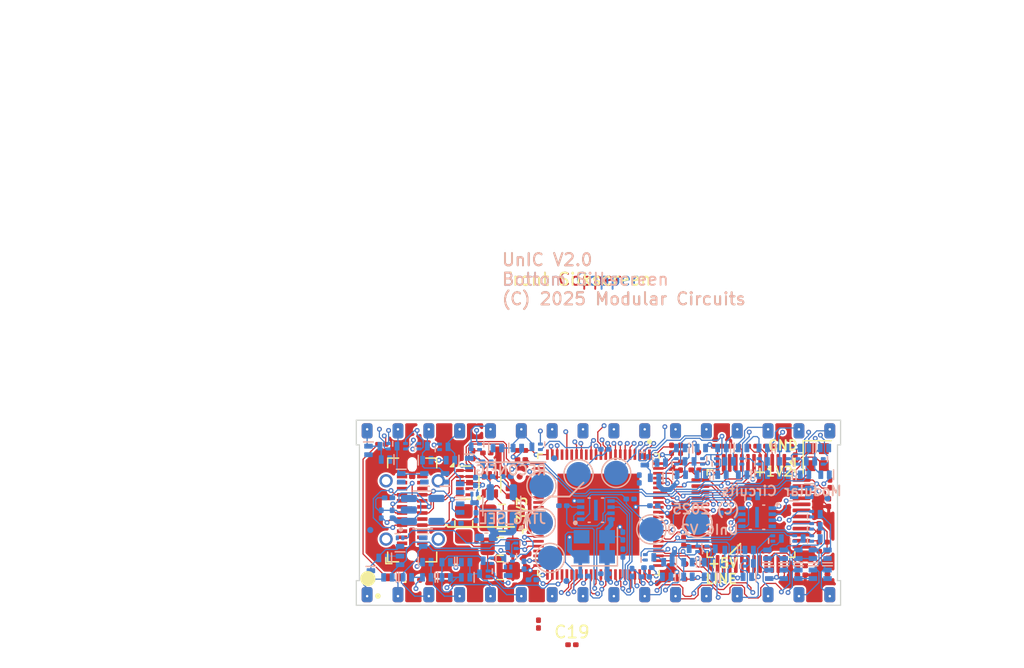
<source format=kicad_pcb>
(kicad_pcb (version 20240108) (generator "pcbnew") (generator_version "8.0")
  (title_block (title "UnIC") (date "2025-01-13") (rev "2.0") (company "Modular Circuits"))
  (layers (0 "F.Cu" signal) (1 "In1.Cu" mixed) (2 "In2.Cu" mixed) (31 "B.Cu" signal) (34 "B.Paste" user) (35 "F.Paste" user) (36 "B.SilkS" user "B.Silkscreen") (37 "F.SilkS" user "F.Silkscreen") (38 "B.Mask" user) (39 "F.Mask" user) (44 "Edge.Cuts" user))
  (net 0 "")
  (net 1 "GND")
  (net 2 "LINE")
  (net 3 "+5V")
  (net 4 "/PIN3")
  (net 5 "/PIN4")
  (net 6 "/PIN5")
  (net 7 "/PIN6")
  (net 8 "/PIN7")
  (net 9 "/PIN8")
  (net 10 "/PIN9")
  (net 11 "/PIN10")
  (net 12 "/PIN11")
  (net 13 "/PIN12")
  (net 14 "/PIN13")
  (net 15 "/PIN14")
  (net 16 "/PIN16")
  (net 17 "/PIN17")
  (net 18 "/PIN18")
  (net 19 "/PIN23")
  (net 20 "/PIN24")
  (net 21 "/PIN25")
  (net 22 "/PIN26")
  (net 23 "/PIN27")
  (net 24 "/PIN28")
  (net 25 "/PIN29")
  (net 26 "/PIN30")
  (net 27 "/PIN31")
  (net 28 "/PIN32")
  (net 29 "/PIN33")
  (net 30 "/PIN34")
  (net 31 "/PIN35")
  (net 32 "/PIN36")
  (net 33 "/PIN37")
  (net 34 "/PIN38")
  (net 35 "/JTAG_SEL_N")
  (net 36 "/DONE")
  (net 37 "+3V3")
  (net 38 "+1V2")
  (net 39 "Net-(U6-BST)")
  (net 40 "/JTAG_TMS")
  (net 41 "/JTAG_TCK")
  (net 42 "/JTAG_TDO")
  (net 43 "/RECONFIG_N")
  (net 44 "/JTAG_TDI")
  (net 45 "/SPI_MOSI_IO0")
  (net 46 "/LCD_RST_N")
  (net 47 "/LCD_CS_N")
  (net 50 "/PIN3_F")
  (net 51 "/PIN4_F")
  (net 52 "/PIN5_F")
  (net 53 "/PIN6_F")
  (net 54 "/PIN7_F")
  (net 55 "/PIN8_F")
  (net 56 "/PIN9_F")
  (net 57 "/PIN10_F")
  (net 58 "/PIN11_F")
  (net 59 "/PIN12_F")
  (net 60 "/PIN13_F")
  (net 61 "/PIN14_F")
  (net 62 "/PIN15_F")
  (net 63 "/PIN16_F")
  (net 64 "/PIN17_F")
  (net 65 "/PIN18_F")
  (net 69 "/PIN23_F")
  (net 70 "/PIN24_F")
  (net 71 "/PIN25_F")
  (net 72 "/PIN26_F")
  (net 73 "/PIN27_F")
  (net 74 "/PIN28_F")
  (net 75 "/PIN29_F")
  (net 76 "/PIN30_F")
  (net 77 "/PIN31_F")
  (net 78 "/PIN32_F")
  (net 79 "/PIN33_F")
  (net 80 "/PIN34_F")
  (net 81 "/PIN35_F")
  (net 82 "/PIN36_F")
  (net 83 "/PIN37_F")
  (net 84 "/PIN38_F")
  (net 88 "Net-(U6-SW)")
  (net 101 "/SPI_CLK")
  (net 102 "/CLK1")
  (net 103 "/SPI_IO2")
  (net 104 "/SPI_IO3")
  (net 105 "/FLASH_CS_N")
  (net 106 "/PSRAM_CS_N")
  (net 108 "Net-(LED_DONE1-A)")
  (net 109 "Net-(U6-FB)")
  (net 110 "/SPI_MISO_IO1")
  (net 111 "Net-(U1-IOR13A{slash}FASTRD_N{slash}D3)")
  (net 112 "/PIN15")
  (net 113 "Net-(U3-ADJ)")
  (net 115 "Net-(Q41-D)")
  (net 116 "/USB_DM")
  (net 117 "/USB_CC2")
  (net 119 "/USB_CC1")
  (net 120 "/USB_DP")
  (net 121 "/VBUS")
  (net 139 "Net-(U11-XCSI)")
  (net 140 "Net-(U11-XCSO)")
  (net 141 "Net-(U11-~{RESET})")
  (net 142 "Net-(U11-VCCCORE)")
  (net 143 "Net-(U11-VCCA)")
  (net 152 "Net-(U11-REF)")
  (net 153 "Net-(U11-VPHY)")
  (net 154 "Net-(U11-VPLL)")
  (net 157 "Net-(J1-SHIELD)")
  (footprint "Resistor_SMD:R_0201_0603Metric" (layer "F.Cu") (at 71.2635 59.17)
    (property "Reference" "R6" (hide yes))
    (property "Value" "10k")
  )
  (footprint "Resistor_SMD:R_0201_0603Metric" (layer "F.Cu") (at 80.0085 67.82)
    (property "Reference" "R22" (hide yes))
    (property "Value" "12k")
  )
  (footprint "UNIC:C_0805_2012Metric_Pad1.18x1.45mm_HandSolder" (layer "F.Cu") (at 52.2135 63.62 -90)
    (property "Reference" "C5" (hide yes))
    (property "Value" "10u")
  )
  (footprint "Capacitor_SMD:C_0201_0603Metric" (layer "F.Cu") (at 81.8085 65.12)
    (property "Reference" "C33" (hide yes))
    (property "Value" "2.2u")
  )
  (footprint "Capacitor_SMD:C_0201_0603Metric" (layer "F.Cu") (at 80.0135 67.07)
    (property "Reference" "C26" (hide yes))
    (property "Value" "27p")
  )
  (footprint "UNIC:LED_0402_1005Metric_Pad0.77x0.64mm_HandSolder" (layer "F.Cu") (at 46.4135 68.02 180)
    (property "Reference" "LED_DONE1" (hide yes))
    (property "Value" "LED")
  )
  (footprint "UNIC:SOT-563" (layer "F.Cu") (at 54.3635 60.37 90)
    (property "Reference" "U6" (hide yes))
    (property "Value" "TPS562242")
  )
  (footprint "Capacitor_SMD:C_0201_0603Metric" (layer "F.Cu") (at 82.2635 61.87 90)
    (property "Reference" "C27" (hide yes))
    (property "Value" "2.2u")
  )
  (footprint "UNIC:C_0805_2012Metric_Pad1.18x1.45mm_HandSolder" (layer "F.Cu") (at 55.2135 65.47 180)
    (property "Reference" "C7" (hide yes))
    (property "Value" "22u")
  )
  (footprint "Resistor_SMD:R_0201_0603Metric" (layer "F.Cu") (at 74.5135 57.22 180)
    (property "Reference" "R24" (hide yes))
    (property "Value" "0")
  )
  (footprint "Resistor_SMD:R_0201_0603Metric" (layer "F.Cu") (at 70.0635 58.87 90)
    (property "Reference" "R2" (hide yes))
    (property "Value" "1k")
  )
  (footprint "UNIC:CFAL12832C-0091B-W_A" (layer "F.Cu") (at 65.0805 60.922)
    (property "Reference" "DISPLAY1" (hide yes))
    (property "Value" "Housing" (hide yes))
  )
  (footprint "UNIC:L_1008_2520Metric_Pad1.43x2.20mm_HandSolder" (layer "F.Cu") (at 55.3635 63.12)
    (property "Reference" "L1" (hide yes))
    (property "Value" "10uH")
  )
  (footprint "UNIC:Fiducial_0.5mm_Mask1mm" (layer "F.Cu") (at 82.1635 67.77)
    (property "Reference" "FID2" (hide yes))
    (property "Value" "Fiducial" (hide yes))
  )
  (footprint "Capacitor_SMD:C_0201_0603Metric" (layer "F.Cu") (at 56.9725 57.57 180)
    (property "Reference" "C20" (hide yes))
    (property "Value" "2.2u")
  )
  (footprint "Capacitor_SMD:C_0201_0603Metric" (layer "F.Cu") (at 81.4635 63.92 90)
    (property "Reference" "C30" (hide yes))
    (property "Value" "2.2u")
  )
  (footprint "Capacitor_SMD:C_0201_0603Metric" (layer "F.Cu") (at 70.0725 68.17)
    (property "Reference" "C15" (hide yes))
    (property "Value" "2.2u")
  )
  (footprint "UNIC:Fiducial_0.5mm_Mask1mm" (layer "F.Cu") (at 71.5135 57.72)
    (property "Reference" "FID3" (hide yes))
    (property "Value" "Fiducial" (hide yes))
  )
  (footprint "Capacitor_SMD:C_0201_0603Metric" (layer "F.Cu") (at 69.3225 57.47 -90)
    (property "Reference" "C23" (hide yes))
    (property "Value" "2.2u")
  )
  (footprint "Package_QFP:LQFP-48_7x7mm_P0.5mm" (layer "F.Cu") (at 75.8635 62.7575 -90)
    (property "Reference" "U11" (hide yes))
    (property "Value" "FT232H")
  )
  (footprint "UNIC:USB_C_Receptacle_GCT_USB4115-03-C" (layer "F.Cu") (at 47.9635 62.47 90)
    (property "Reference" "J1" (hide yes))
    (property "Value" "USB_C_Receptacle")
  )
  (footprint "Package_DFN_QFN:Diodes_UDFN-10_1.0x2.5mm_P0.5mm" (layer "F.Cu") (at 52.276 60.22)
    (property "Reference" "U2" (hide yes))
    (property "Value" "ESD224DQA")
  )
  (footprint "UNIC:DIP-32_pin_header" (layer "F.Cu") (at 63.3025 62.7 90)
    (property "Reference" "SOCKET1" (hide yes))
    (property "Value" "Conn_02x20_Counter_Clockwise" (hide yes))
  )
  (footprint "UNIC:QFN40P1000X1000X95-89N" (layer "F.Cu") (at 63.3025 62.8505 -90)
    (property "Reference" "U1" (hide yes))
    (property "Value" "GW1NR-LV9-QN88-C6/I5")
  )
  (footprint "UNIC:Fiducial_0.5mm_Mask1mm" (layer "F.Cu") (at 70.4725 66.92)
    (property "Reference" "FID9" (hide yes))
    (property "Value" "Fiducial" (hide yes))
  )
  (footprint "Capacitor_SMD:C_0201_0603Metric" (layer "F.Cu") (at 82.3635 60.32 -90)
    (property "Reference" "C25" (hide yes))
    (property "Value" "27p")
  )
  (footprint "Capacitor_SMD:C_0201_0603Metric" (layer "F.Cu") (at 78.8435 57.22)
    (property "Reference" "C29" (hide yes))
    (property "Value" "2.2u")
  )
  (footprint "Resistor_SMD:R_0201_0603Metric" (layer "F.Cu") (at 70.0635 57.47 90)
    (property "Reference" "R3" (hide yes))
    (property "Value" "10k")
  )
  (footprint "Capacitor_SMD:C_0201_0603Metric" (layer "F.Cu") (at 58.3635 71.87 90)
    (property "Reference" "C16" (hide yes))
    (property "Value" "2.2u")
  )
  (footprint "UNIC:Fiducial_0.5mm_Mask1mm" (layer "F.Cu") (at 56.8135 59.72)
    (property "Reference" "FID8" (hide yes))
    (property "Value" "Fiducial" (hide yes))
  )
  (footprint "Capacitor_SMD:C_0201_0603Metric" (layer "F.Cu") (at 70.3135 65.07 90)
    (property "Reference" "C31" (hide yes))
    (property "Value" "2.2u")
  )
  (footprint "UNIC:Fiducial_0.5mm_Mask1mm" (layer "F.Cu") (at 48.6135 68.22)
    (property "Reference" "FID4" (hide yes))
    (property "Value" "Fiducial" (hide yes))
  )
  (footprint "Resistor_SMD:R_0201_0603Metric" (layer "F.Cu") (at 45.4635 57.07 180)
    (property "Reference" "R1" (hide yes))
    (property "Value" "220")
  )
  (footprint "Capacitor_SMD:C_0201_0603Metric" (layer "F.Cu") (at 81.8085 65.87)
    (property "Reference" "C34" (hide yes))
    (property "Value" "2.2u")
  )
  (footprint "UNIC:C_0805_2012Metric_Pad1.18x1.45mm_HandSolder" (layer "F.Cu") (at 55.2135 67.47 180)
    (property "Reference" "C8" (hide yes))
    (property "Value" "22u")
  )
  (footprint "Resistor_SMD:R_0201_0603Metric" (layer "F.Cu") (at 54.109012 58.574488)
    (property "Reference" "R4" (hide yes))
    (property "Value" "31.6k")
  )
  (footprint "Resistor_SMD:R_0201_0603Metric" (layer "F.Cu") (at 54.109012 57.774488)
    (property "Reference" "R5" (hide yes))
    (property "Value" "10k")
  )
  (footprint "Capacitor_SMD:C_0201_0603Metric" (layer "F.Cu") (at 73.1135 57.22 180)
    (property "Reference" "C28" (hide yes))
    (property "Value" "2.2u")
  )
  (footprint "Capacitor_SMD:C_0201_0603Metric" (layer "F.Cu") (at 79.5135 58.27 90)
    (property "Reference" "C24" (hide yes))
    (property "Value" "27p")
  )
  (footprint "Capacitor_SMD:C_0201_0603Metric" (layer "F.Cu") (at 61.1185 73.57)
    (property "Reference" "C19")
    (property "Value" "2.2u")
  )
  (footprint "UNIC:Crystal_SMD_2016-4Pin_2.0x1.6mm" (layer "F.Cu") (at 81.3135 58.12 -90)
    (property "Reference" "Y1" (hide yes))
    (property "Value" "12MHz")
  )
  (footprint "Resistor_SMD:R_0201_0603Metric" (layer "F.Cu") (at 77.4135 57.22)
    (property "Reference" "R23" (hide yes))
    (property "Value" "0")
  )
  (footprint "Resistor_SMD:R_0201_0603Metric" (layer "F.Cu") (at 50.4635 67.87 180)
    (property "Reference" "R25" (hide yes))
    (property "Value" "0")
  )
  (footprint "Resistor_SMD:R_0201_0603Metric" (layer "F.Cu") (at 75.9635 57.22 180)
    (property "Reference" "R21" (hide yes))
    (property "Value" "12k")
  )
  (footprint "Capacitor_SMD:C_0201_0603Metric" (layer "F.Cu") (at 56.9585 58.32 180)
    (property "Reference" "C4" (hide yes))
    (property "Value" "2.2u")
  )
  (footprint "Capacitor_SMD:C_0201_0603Metric" (layer "F.Cu") (at 52.9635 57.92 90)
    (property "Reference" "C32" (hide yes))
    (property "Value" "33p")
  )
  (footprint "Capacitor_SMD:C_0201_0603Metric" (layer "F.Cu") (at 55.8635 61.02 -90)
    (property "Reference" "C6" (hide yes))
    (property "Value" "2.2u")
  )
  (footprint "UNIC:SOT-883" (layer "B.Cu") (at 47.0635 57.22 180)
    (property "Reference" "Q39" (hide yes))
    (property "Value" "2N7002")
  )
  (footprint "UNIC:TestPoint_Pad_D2.0mm" (layer "B.Cu") (at 64.7635 59.42 180)
    (property "Reference" "TP6" (hide yes))
    (property "Value" "TestPoint" (hide yes))
  )
  (footprint "UNIC:SOT-883" (layer "B.Cu") (at 75.7135 66.87)
    (property "Reference" "Q13" (hide yes))
    (property "Value" "2N7002")
  )
  (footprint "UNIC:Fiducial_0.5mm_Mask1mm" (layer "B.Cu") (at 82.1635 61.52 180)
    (property "Reference" "FID1" (hide yes))
    (property "Value" "Fiducial" (hide yes))
  )
  (footprint "UNIC:TestPoint_Pad_D2.0mm" (layer "B.Cu") (at 59.3135 66.42 180)
    (property "Reference" "TP4" (hide yes))
    (property "Value" "TestPoint" (hide yes))
  )
  (footprint "UNIC:TestPoint_Pad_D2.0mm" (layer "B.Cu") (at 58.5635 63.52 180)
    (property "Reference" "TP1" (hide yes))
    (property "Value" "TestPoint" (hide yes))
  )
  (footprint "UNIC:D_SOD-882" (layer "B.Cu") (at 80.2725 59.57)
    (property "Reference" "D75" (hide yes))
    (property "Value" "SM5819L2")
  )
  (footprint "UNIC:D_SOD-882" (layer "B.Cu") (at 70.1225 59.57)
    (property "Reference" "D36" (hide yes))
    (property "Value" "SM5819L2")
  )
  (footprint "UNIC:D_SOD-882" (layer "B.Cu") (at 74.0635 65.77 180)
    (property "Reference" "D34" (hide yes))
    (property "Value" "SM5819L2")
  )
  (footprint "UNIC:D_SOD-882" (layer "B.Cu") (at 50.7635 68.02)
    (property "Reference" "D74" (hide yes))
    (property "Value" "SM5819L2")
  )
  (footprint "Capacitor_SMD:C_0402_1005Metric_Pad0.74x0.62mm_HandSolder" (layer "B.Cu") (at 54.0735 64.7335 180)
    (property "Reference" "C1" (hide yes))
    (property "Value" "2.2u")
  )
  (footprint "UNIC:D_SOD-882" (layer "B.Cu") (at 54.9725 57.37)
    (property "Reference" "D67" (hide yes))
    (property "Value" "SM5819L2")
  )
  (footprint "UNIC:SOT-883" (layer "B.Cu") (at 70.0725 58.47)
    (property "Reference" "Q32" (hide yes))
    (property "Value" "2N7002")
  )
  (footprint "UNIC:D_SOD-882" (layer "B.Cu") (at 47.0635 59.82 -90)
    (property "Reference" "D82" (hide yes))
    (property "Value" "SM5819L2")
  )
  (footprint "UNIC:SOT-883" (layer "B.Cu") (at 74.7635 58.47 180)
    (property "Reference" "Q23" (hide yes))
    (property "Value" "2N7002")
  )
  (footprint "UNIC:SOT-883" (layer "B.Cu") (at 45.6635 57.22 180)
    (property "Reference" "Q38" (hide yes))
    (property "Value" "2N7002")
  )
  (footprint "Resistor_SMD:R_0201_0603Metric" (layer "B.Cu") (at 53.2235 63.02 90)
    (property "Reference" "R17" (hide yes))
    (property "Value" "100k")
  )
  (footprint "UNIC:SOT-883" (layer "B.Cu") (at 55.8635 66.47 180)
    (property "Reference" "Q8" (hide yes))
    (property "Value" "2N7002")
  )
  (footprint "UNIC:SOT-883" (layer "B.Cu") (at 76.0635 61.32)
    (property "Reference" "Q26" (hide yes))
    (property "Value" "2N7002")
  )
  (footprint "Resistor_SMD:R_0201_0603Metric" (layer "B.Cu") (at 65.9135 61.57 180)
    (property "Reference" "R13" (hide yes))
    (property "Value" "10k")
  )
  (footprint "Resistor_SMD:R_0201_0603Metric" (layer "B.Cu") (at 66.6635 59.92 90)
    (property "Reference" "R16" (hide yes))
    (property "Value" "10k")
  )
  (footprint "UNIC:D_SOD-882" (layer "B.Cu") (at 48.9635 59.82 90)
    (property "Reference" "D81" (hide yes))
    (property "Value" "SM5819L2")
  )
  (footprint "UNIC:D_SOD-882" (layer "B.Cu") (at 52.3635 66.77)
    (property "Reference" "D59" (hide yes))
    (property "Value" "SM5819L2")
  )
  (footprint "UNIC:D_SOD-882" (layer "B.Cu") (at 46.9635 66.62 -90)
    (property "Reference" "D1" (hide yes))
    (property "Value" "SM5819L2")
  )
  (footprint "UNIC:D_SOD-882" (layer "B.Cu") (at 73.4725 59.57)
    (property "Reference" "D9" (hide yes))
    (property "Value" "SM5819L2")
  )
  (footprint "UNIC:SOT-883" (layer "B.Cu") (at 55.8635 67.52 -90)
    (property "Reference" "Q7" (hide yes))
    (property "Value" "2N7002")
  )
  (footprint "Capacitor_SMD:C_0201_0603Metric" (layer "B.Cu") (at 51.6635 63.57)
    (property "Reference" "C2" (hide yes))
    (property "Value" "2.2u")
  )
  (footprint "Resistor_SMD:R_0201_0603Metric" (layer "B.Cu") (at 53.1735 60.12 -90)
    (property "Reference" "R15" (hide yes))
    (property "Value" "10k")
  )
  (footprint "UNIC:D_SOD-882" (layer "B.Cu") (at 49.1635 68.02 180)
    (property "Reference" "D15" (hide yes))
    (property "Value" "SM5819L2")
  )
  (footprint "UNIC:D_SOD-882" (layer "B.Cu") (at 79.7635 66.12 90)
    (property "Reference" "D16" (hide yes))
    (property "Value" "SM5819L2")
  )
  (footprint "Resistor_SMD:R_0201_0603Metric" (layer "B.Cu") (at 66.0635 67.62 -90)
    (property "Reference" "R8" (hide yes))
    (property "Value" "10k")
  )
  (footprint "UNIC:TestPoint_Pad_D2.0mm" (layer "B.Cu") (at 58.6135 60.47 180)
    (property "Reference" "TP2" (hide yes))
    (property "Value" "TestPoint" (hide yes))
  )
  (footprint "UNIC:D_SOD-882" (layer "B.Cu") (at 72.3635 66.77)
    (property "Reference" "D40" (hide yes))
    (property "Value" "SM5819L2")
  )
  (footprint "UNIC:D_SOD-882" (layer "B.Cu") (at 78.5635 66.12 90)
    (property "Reference" "D18" (hide yes))
    (property "Value" "SM5819L2")
  )
  (footprint "Capacitor_SMD:C_0201_0603Metric" (layer "B.Cu") (at 67.1725 67.97)
    (property "Reference" "C9" (hide yes))
    (property "Value" "2.2u")
  )
  (footprint "UNIC:D_SOD-882" (layer "B.Cu") (at 82.1635 67.77 -90)
    (property "Reference" "D56" (hide yes))
    (property "Value" "SM5819L2")
  )
  (footprint "UNIC:Fiducial_0.5mm_Mask1mm" (layer "B.Cu") (at 60.6635 68.32 180)
    (property "Reference" "FID7" (hide yes))
    (property "Value" "Fiducial" (hide yes))
  )
  (footprint "UNIC:Oscillator_SMD_Abracon_ASE-4Pin_3.2x2.5mm" (layer "B.Cu") (at 62.9635 65.5 180)
    (property "Reference" "X1" (hide yes))
    (property "Value" "27MHz")
  )
  (footprint "UNIC:D_SOD-882" (layer "B.Cu") (at 47.5635 68.02)
    (property "Reference" "D13" (hide yes))
    (property "Value" "SM5819L2")
  )
  (footprint "UNIC:D_SOD-882" (layer "B.Cu") (at 71.7725 59.57 180)
    (property "Reference" "D87" (hide yes))
    (property "Value" "SM5819L2")
  )
  (footprint "UNIC:D_SOD-882" (layer "B.Cu") (at 51.9135 60.67 90)
    (property "Reference" "D51" (hide yes))
    (property "Value" "SM5819L2")
  )
  (footprint "UNIC:SOT-883" (layer "B.Cu") (at 79.8135 64.82)
    (property "Reference" "Q20" (hide yes))
    (property "Value" "2N7002")
  )
  (footprint "UNIC:TestPoint_Pad_D2.0mm" (layer "B.Cu") (at 67.6635 64.07 180)
    (property "Reference" "TP5" (hide yes))
    (property "Value" "TestPoint" (hide yes))
  )
  (footprint "UNIC:SOT-23-5" (layer "B.Cu") (at 55.3435 62.1475 90)
    (property "Reference" "U3" (hide yes))
    (property "Value" "MIC5203-3.3BM5")
  )
  (footprint "UNIC:TestPoint_Pad_D2.0mm" (layer "B.Cu") (at 61.6635 59.52 180)
    (property "Reference" "TP7" (hide yes))
    (property "Value" "TestPoint" (hide yes))
  )
  (footprint "UNIC:D_SOD-882" (layer "B.Cu") (at 44.3635 57.57 -90)
    (property "Reference" "D80" (hide yes))
    (property "Value" "SM5819L2")
  )
  (footprint "Capacitor_SMD:C_0201_0603Metric" (layer "B.Cu") (at 46.3135 62.82 90)
    (property "Reference" "C14" (hide yes))
    (property "Value" "2.2u")
  )
  (footprint "Capacitor_SMD:C_0201_0603Metric" (layer "B.Cu") (at 67.8635 62.12 180)
    (property "Reference" "C21" (hide yes))
    (property "Value" "2.2u")
  )
  (footprint "UNIC:SOT-883" (layer "B.Cu") (at 80.0635 58.47)
    (property "Reference" "Q27" (hide yes))
    (property "Value" "2N7002")
  )
  (footprint "UNIC:D_SOD-882" (layer "B.Cu") (at 52.6635 58.57 -90)
    (property "Reference" "D66" (hide yes))
    (property "Value" "SM5819L2")
  )
  (footprint "UNIC:D_SOD-882" (layer "B.Cu") (at 78.5725 57.37)
    (property "Reference" "D86" (hide yes))
    (property "Value" "SM5819L2")
  )
  (footprint "UNIC:D_SOD-882" (layer "B.Cu") (at 54.1135 58.67 180)
    (property "Reference" "D65" (hide yes))
    (property "Value" "SM5819L2")
  )
  (footprint "UNIC:SOT-883" (layer "B.Cu") (at 71.1225 65.67 180)
    (property "Reference" "Q9" (hide yes))
    (property "Value" "2N7002")
  )
  (footprint "UNIC:D_SOD-882" (layer "B.Cu") (at 77.2135 66.12 90)
    (property "Reference" "D71" (hide yes))
    (property "Value" "SM5819L2")
  )
  (footprint "UNIC:D_SOD-882" (layer "B.Cu") (at 72.3635 67.97 180)
    (property "Reference" "D41" (hide yes))
    (property "Value" "SM5819L2")
  )
  (footprint "UNIC:SOT-883" (layer "B.Cu") (at 67.5135 66.37)
    (property "Reference" "Q15" (hide yes))
    (property "Value" "2N7002")
  )
  (footprint "Capacitor_SMD:C_0201_0603Metric" (layer "B.Cu") (at 73.7135 62.72 180)
    (property "Reference" "C10" (hide yes))
    (property "Value" "2.2u")
  )
  (footprint "UNIC:SOT-883" (layer "B.Cu") (at 67.1225 58.42 -90)
    (property "Reference" "Q29" (hide yes))
    (property "Value" "2N7002")
  )
  (footprint "Resistor_SMD:R_0201_0603Metric" (layer "B.Cu") (at 54.2735 59.72 180)
    (property "Reference" "R14" (hide yes))
    (property "Value" "4.99k")
  )
  (footprint "UNIC:D_SOD-882" (layer "B.Cu") (at 48.8635 65.12 -90)
    (property "Reference" "D5" (hide yes))
    (property "Value" "SM5819L2")
  )
  (footprint "UNIC:W25Q16JVUXIQ_TR" (layer "B.Cu") (at 76.3635 63.07 180)
    (property "Reference" "U7" (hide yes))
    (property "Value" "W25Q16JVUXIQ")
  )
  (footprint "Resistor_SMD:R_0201_0603Metric" (layer "B.Cu") (at 65.3135 66.02 90)
    (property "Reference" "R11" (hide yes))
    (property "Value" "10k")
  )
  (footprint "Capacitor_SMD:C_0201_0603Metric" (layer "B.Cu") (at 55.7635 59.72)
    (property "Reference" "C3" (hide yes))
    (property "Value" "2.2u")
  )
  (footprint "UNIC:SOT-883" (layer "B.Cu") (at 78.0135 64.82)
    (property "Reference" "Q18" (hide yes))
    (property "Value" "2N7002")
  )
  (footprint "Resistor_SMD:R_0201_0603Metric" (layer "B.Cu") (at 63.8225 57.47)
    (property "Reference" "R7" (hide yes))
    (property "Value" "10k")
  )
  (footprint "UNIC:SOT-883" (layer "B.Cu") (at 73.3635 58.47)
    (property "Reference" "Q31" (hide yes))
    (property "Value" "2N7002")
  )
  (footprint "UNIC:D_SOD-882" (layer "B.Cu") (at 49.1635 66.77)
    (property "Reference" "D14" (hide yes))
    (property "Value" "SM5819L2")
  )
  (footprint "UNIC:D_SOD-882" (layer "B.Cu") (at 81.9135 57.37)
    (property "Reference" "D48" (hide yes))
    (property "Value" "SM5819L2")
  )
  (footprint "UNIC:D_SOD-882" (layer "B.Cu") (at 79.7635 67.77 -90)
    (property "Reference" "D17" (hide yes))
    (property "Value" "SM5819L2")
  )
  (footprint "Capacitor_SMD:C_0201_0603Metric" (layer "B.Cu") (at 57.1725 67.02 90)
    (property "Reference" "C17" (hide yes))
    (property "Value" "2.2u")
  )
  (footprint "UNIC:D_SOD-882" (layer "B.Cu") (at 80.9635 67.77 -90)
    (property "Reference" "D62" (hide yes))
    (property "Value" "SM5819L2")
  )
  (footprint "UNIC:D_SOD-882" (layer "B.Cu") (at 80.2725 57.37 180)
    (property "Reference" "D76" (hide yes))
    (property "Value" "SM5819L2")
  )
  (footprint "UNIC:SOT-883" (layer "B.Cu") (at 81.2135 63.82)
    (property "Reference" "Q17" (hide yes))
    (property "Value" "2N7002")
  )
  (footprint "UNIC:D_SOD-882" (layer "B.Cu") (at 79.4135 61.02 90)
    (property "Reference" "D53" (hide yes))
    (property "Value" "SM5819L2")
  )
  (footprint "UNIC:D_SOD-882" (layer "B.Cu") (at 56.6225 57.37)
    (property "Reference" "D68" (hide yes))
    (property "Value" "SM5819L2")
  )
  (footprint "UNIC:SOT-23-5" (layer "B.Cu") (at 48.826 62.47)
    (property "Reference" "U5" (hide yes))
    (property "Value" "MIC5504-1.2YM5")
  )
  (footprint "UNIC:D_SOD-882" (layer "B.Cu") (at 73.4725 57.37 180)
    (property "Reference" "D11" (hide yes))
    (property "Value" "SM5819L2")
  )
  (footprint "UNIC:SOT-883" (layer "B.Cu") (at 58.1725 57.27 180)
    (property "Reference" "Q36" (hide yes))
    (property "Value" "2N7002")
  )
  (footprint "UNIC:SOT-883" (layer "B.Cu") (at 81.2135 64.82)
    (property "Reference" "Q19" (hide yes))
    (property "Value" "2N7002")
  )
  (footprint "UNIC:D_SOD-882" (layer "B.Cu") (at 70.6725 67.97)
    (property "Reference" "D10" (hide yes))
    (property "Value" "SM5819L2")
  )
  (footprint "UNIC:D_SOD-882" (layer "B.Cu") (at 69.0225 66.77 180)
    (property "Reference" "D45" (hide yes))
    (property "Value" "SM5819L2")
  )
  (footprint "UNIC:D_SOD-882" (layer "B.Cu") (at 76.8725 59.57)
    (property "Reference" "D69" (hide yes))
    (property "Value" "SM5819L2")
  )
  (footprint "UNIC:D_SOD-882" (layer "B.Cu") (at 68.9225 67.97 180)
    (property "Reference" "D46" (hide yes))
    (property "Value" "SM5819L2")
  )
  (footprint "UNIC:D_SOD-882" (layer "B.Cu") (at 73.9635 67.97)
    (property "Reference" "D35" (hide yes))
    (property "Value" "SM5819L2")
  )
  (footprint "UNIC:SOT-883" (layer "B.Cu") (at 81.2135 62.82)
    (property "Reference" "Q16" (hide yes))
    (property "Value" "2N7002")
  )
  (footprint "UNIC:SOT-883" (layer "B.Cu") (at 53.8635 67.72 180)
    (property "Reference" "Q5" (hide yes))
    (property "Value" "2N7002")
  )
  (footprint "UNIC:W25Q16JVUXIQ_TR" (layer "B.Cu") (at 63.090752 62.486322)
    (property "Reference" "U4" (hide yes))
    (property "Value" "APS6404L-3SQR-ZR")
  )
  (footprint "UNIC:D_SOD-882" (layer "B.Cu") (at 80.9635 66.12 90)
    (property "Reference" "D61" (hide yes))
    (property "Value" "SM5819L2")
  )
  (footprint "UNIC:D_SOD-882" (layer "B.Cu") (at 45.5635 66.42 180)
    (property "Reference" "D43" (hide yes))
    (property "Value" "SM5819L2")
  )
  (footprint "UNIC:D_SOD-882" (layer "B.Cu") (at 45.9635 68.02 180)
    (property "Reference" "D42" (hide yes))
    (property "Value" "SM5819L2")
  )
  (footprint "UNIC:D_SOD-882" (layer "B.Cu") (at 75.1725 57.37)
    (property "Reference" "D64" (hide yes))
    (property "Value" "SM5819L2")
  )
  (footprint "Capacitor_SMD:C_0201_0603Metric" (layer "B.Cu") (at 57.8635 68.22)
    (property "Reference" "C18" (hide yes))
    (property "Value" "2.2u")
  )
  (footprint "Resistor_SMD:R_0201_0603Metric" (layer "B.Cu") (at 46.0135 61.47)
    (property "Reference" "R18" (hide yes))
    (property "Value" "5.1k")
  )
  (footprint "UNIC:D_SOD-882" (layer "B.Cu") (at 50.6635 59.82 90)
    (property "Reference" "D49" (hide yes))
    (property "Value" "SM5819L2")
  )
  (footprint "UNIC:D_SOD-882" (layer "B.Cu") (at 67.9225 59.82 180)
    (property "Reference" "D83" (hide yes))
    (property "Value" "SM5819L2")
  )
  (footprint "UNIC:D_SOD-882" (layer "B.Cu") (at 50.7635 66.77 180)
    (property "Reference" "D73" (hide yes))
    (property "Value" "SM5819L2")
  )
  (footprint "UNIC:D_SOD-882" (layer "B.Cu") (at 44.5635 67.82 -90)
    (property "Reference" "D44" (hide yes))
    (property "Value" "SM5819L2")
  )
  (footprint "UNIC:SOT-883" (layer "B.Cu") (at 53.1035 61.52 -90)
    (property "Reference" "Q41" (hide yes))
    (property "Value" "2N7002")
  )
  (footprint "UNIC:TestPoint_Pad_D2.0mm" (layer "B.Cu") (at 71.4635 63.52 180)
    (property "Reference" "TP3" (hide yes))
    (property "Value" "TestPoint" (hide yes))
  )
  (footprint "UNIC:D_SOD-882" (layer "B.Cu") (at 80.6635 61.02 -90)
    (property "Reference" "D54" (hide yes))
    (property "Value" "SM5819L2")
  )
  (footprint "UNIC:SOT-883" (layer "B.Cu") (at 54.1635 66.654805 180)
    (property "Reference" "Q6" (hide yes))
    (property "Value" "2N7002")
  )
  (footprint "UNIC:SOT-883" (layer "B.Cu") (at 56.1635 65.42 180)
    (property "Reference" "Q2" (hide yes))
    (property "Value" "2N7002")
  )
  (footprint "UNIC:SOT-883" (layer "B.Cu") (at 53.1635 57.27 180)
    (property "Reference" "Q35" (hide yes))
    (property "Value" "2N7002")
  )
  (footprint "UNIC:D_SOD-882" (layer "B.Cu") (at 78.5635 67.77 -90)
    (property "Reference" "D19" (hide yes))
    (property "Value" "SM5819L2")
  )
  (footprint "Capacitor_SMD:C_0201_0603Metric" (layer "B.Cu") (at 65.3135 64.62 90)
    (property "Reference" "C13" (hide yes))
    (property "Value" "2.2u")
  )
  (footprint "UNIC:D_SOD-882" (layer "B.Cu") (at 75.1725 59.57 180)
    (property "Reference" "D63" (hide yes))
    (property "Value" "SM5819L2")
  )
  (footprint "UNIC:SOT-883" (layer "B.Cu") (at 46.9635 65.12 -90)
    (property "Reference" "Q3" (hide yes))
    (property "Value" "2N7002")
  )
  (footprint "UNIC:D_SOD-882" (layer "B.Cu") (at 76.8725 57.37 180)
    (property "Reference" "D70" (hide yes))
    (property "Value" "SM5819L2")
  )
  (footprint "UNIC:D_SOD-882" (layer "B.Cu") (at 78.5725 59.57 180)
    (property "Reference" "D85" (hide yes))
    (property "Value" "SM5819L2")
  )
  (footprint "Resistor_SMD:R_0201_0603Metric" (layer "B.Cu") (at 45.4135 62.82 -90)
    (property "Reference" "R19" (hide yes))
    (property "Value" "5.1k")
  )
  (footprint "UNIC:D_SOD-882" (layer "B.Cu") (at 70.0725 57.37 180)
    (property "Reference" "D37" (hide yes))
    (property "Value" "SM5819L2")
  )
  (footprint "UNIC:SOT-883" (layer "B.Cu") (at 50.5635 57.27)
    (property "Reference" "Q34" (hide yes))
    (property "Value" "2N7002")
  )
  (footprint "UNIC:D_SOD-882" (layer "B.Cu") (at 45.7635 58.32 180)
    (property "Reference" "D79" (hide yes))
    (property "Value" "SM5819L2")
  )
  (footprint "UNIC:SOT-883" (layer "B.Cu") (at 81.4635 58.47 180)
    (property "Reference" "Q25" (hide yes))
    (property "Value" "2N7002")
  )
  (footprint "UNIC:D_SOD-882" (layer "B.Cu") (at 51.1135 58.37 180)
    (property "Reference" "D52" (hide yes))
    (property "Value" "SM5819L2")
  )
  (footprint "UNIC:D_SOD-882" (layer "B.Cu") (at 81.9635 59.57 180)
    (property "Reference" "D47" (hide yes))
    (property "Value" "SM5819L2")
  )
  (footprint "Capacitor_SMD:C_0201_0603Metric" (layer "B.Cu") (at 67.3725 67.22 180)
    (property "Reference" "C22" (hide yes))
    (property "Value" "2.2u")
  )
  (footprint "UNIC:SOT-883" (layer "B.Cu") (at 72.5725 65.67)
    (property "Reference" "Q14" (hide yes))
    (property "Value" "2N7002")
  )
  (footprint "UNIC:SOT-883" (layer "B.Cu") (at 78.5725 58.47 180)
    (property "Reference" "Q28" (hide yes))
    (property "Value" "2N7002")
  )
  (footprint "UNIC:SOT-883" (layer "B.Cu") (at 71.5225 58.47 180)
    (property "Reference" "Q30" (hide yes))
    (property "Value" "2N7002")
  )
  (footprint "Resistor_SMD:R_0201_0603Metric" (layer "B.Cu") (at 63.8185 67.72 180)
    (property "Reference" "R10" (hide yes))
    (property "Value" "10k")
  )
  (footprint "UNIC:D_SOD-882" (layer "B.Cu") (at 75.7135 65.77)
    (property "Reference" "D4" (hide yes))
    (property "Value" "SM5819L2")
  )
  (footprint "Resistor_SMD:R_0201_0603Metric" (layer "B.Cu") (at 62.1275 67.92 180)
    (property "Reference" "R12" (hide yes))
    (property "Value" "10k")
  )
  (footprint "UNIC:SOT-883" (layer "B.Cu") (at 48.8635 57.22)
    (property "Reference" "Q33" (hide yes))
    (property "Value" "2N7002")
  )
  (footprint "UNIC:D_SOD-882" (layer "B.Cu") (at 70.6725 66.77 180)
    (property "Reference" "D12" (hide yes))
    (property "Value" "SM5819L2")
  )
  (footprint "UNIC:D_SOD-882" (layer "B.Cu") (at 75.5635 67.97 180)
    (property "Reference" "D6" (hide yes))
    (property "Value" "SM5819L2")
  )
  (footprint "UNIC:Fiducial_0.5mm_Mask1mm" (layer "B.Cu") (at 44.5135 64.12 180)
    (property "Reference" "FID5" (hide yes))
    (property "Value" "Fiducial" (hide yes))
  )
  (footprint "UNIC:D_SOD-882" (layer "B.Cu") (at 71.7725 57.37)
    (property "Reference" "D88" (hide yes))
    (property "Value" "SM5819L2")
  )
  (footprint "Resistor_SMD:R_0201_0603Metric" (layer "B.Cu") (at 60.3725 62.12)
    (property "Reference" "R9" (hide yes))
    (property "Value" "10k")
  )
  (footprint "UNIC:D_SOD-882" (layer "B.Cu") (at 68.4725 58.57)
    (property "Reference" "D84" (hide yes))
    (property "Value" "SM5819L2")
  )
  (footprint "UNIC:D_SOD-882" (layer "B.Cu") (at 49.1635 58.37)
    (property "Reference" "D50" (hide yes))
    (property "Value" "SM5819L2")
  )
  (footprint "UNIC:D_SOD-882" (layer "B.Cu") (at 77.3635 67.77 -90)
    (property "Reference" "D72" (hide yes))
    (property "Value" "SM5819L2")
  )
  (footprint "UNIC:SOT-883" (layer "B.Cu") (at 76.8725 58.47)
    (property "Reference" "Q24" (hide yes))
    (property "Value" "2N7002")
  )
  (footprint "UNIC:D_SOD-882" (layer "B.Cu") (at 52.3635 68.02 180)
    (property "Reference" "D60" (hide yes))
    (property "Value" "SM5819L2")
  )
  (footprint "UNIC:D_SOD-882" (layer "B.Cu") (at 82.1635 66.12 90)
    (property "Reference" "D55" (hide yes))
    (property "Value" "SM5819L2")
  )
  (footprint "UNIC:D_SOD-882" (layer "B.Cu") (at 51.9135 62.32 -90)
    (property "Reference" "D22" (hide yes))
    (property "Value" "SM5819L2")
  )
  (footprint "UNIC:Fiducial_0.5mm_Mask1mm" (layer "B.Cu") (at 59.6635 58.22 180)
    (property "Reference" "FID6" (hide yes))
    (property "Value" "Fiducial" (hide yes))
  )
  (footprint "UNIC:SOT-883" (layer "B.Cu") (at 73.8635 66.87 180)
    (property "Reference" "Q10" (hide yes))
    (property "Value" "2N7002")
  )
  (gr_line (start 59.2725 61.37) (end 60.9225 61.37) (stroke (width 0.15)) (layer "B.SilkS"))
  (gr_line (start 58.3725 62.27) (end 59.2725 61.37) (stroke (width 0.15)) (layer "B.SilkS"))
  (gr_line (start 60.9225 61.37) (end 62.0725 60.22) (stroke (width 0.15)) (layer "B.SilkS"))
  (gr_line (start 74.1225 66.12) (end 74.992368 65.250132) (stroke (width 0.15)) (layer "F.SilkS"))
  (gr_line (start 56.3725 63.87) (end 50.9225 63.87) (stroke (width 0.15)) (layer "F.SilkS"))
  (gr_line (start 50.9225 63.87) (end 50.731041 63.678541) (stroke (width 0.15)) (layer "F.SilkS"))
  (gr_circle (center 44.3135 68.12) (end 44.8635 68.12) (stroke (width 0.15)) (fill solid) (layer "F.SilkS"))
  (gr_line (start 83.2415 55.08) (end 43.3635 55.08) (stroke (width 0.1)) (layer "Edge.Cuts"))
  (gr_line (start 83.2415 55.08) (end 83.2415 57.112) (stroke (width 0.1)) (layer "Edge.Cuts"))
  (gr_line (start 43.6175 68.288) (end 43.6175 57.112) (stroke (width 0.1)) (layer "Edge.Cuts"))
  (gr_line (start 43.3635 57.112) (end 43.3635 55.08) (stroke (width 0.1)) (layer "Edge.Cuts"))
  (gr_line (start 43.3635 70.32) (end 43.3635 68.288) (stroke (width 0.1)) (layer "Edge.Cuts"))
  (gr_line (start 43.6175 57.112) (end 43.3635 57.112) (stroke (width 0.1)) (layer "Edge.Cuts"))
  (gr_line (start 83.2415 57.112) (end 82.9875 57.112) (stroke (width 0.1)) (layer "Edge.Cuts"))
  (gr_line (start 83.2415 70.32) (end 83.2415 68.288) (stroke (width 0.1)) (layer "Edge.Cuts"))
  (gr_line (start 43.3635 68.288) (end 43.6175 68.288) (stroke (width 0.1)) (layer "Edge.Cuts"))
  (gr_line (start 83.2415 70.32) (end 43.3635 70.32) (stroke (width 0.1)) (layer "Edge.Cuts"))
  (gr_line (start 82.9875 68.288) (end 82.9875 57.112) (stroke (width 0.1)) (layer "Edge.Cuts"))
  (gr_line (start 83.2415 68.288) (end 82.9875 68.288) (stroke (width 0.1)) (layer "Edge.Cuts"))
  (gr_text "UnIC V2.0\nFront Copper\n(C) 2025 Modular Circuits" (at 55.2725 45.67 0) (layer "F.Cu") (effects (font (size 1 1)) (justify left bottom)))
  (gr_text "UnIC V2.0\nBottom Copper\n(C) 2025 Modular Circuits" (at 55.2725 45.67 0) (layer "B.Cu") (effects (font (size 1 1)) (justify left bottom)))
  (gr_text "UnIC" (at 74.9225 64.57 0) (layer "B.SilkS") (effects (font (size 0.8 0.8)) (justify left bottom mirror)))
  (gr_text "~{JTAG_SEL}" (at 59.0725 63.67 0) (layer "B.SilkS") (effects (font (size 0.8 0.8)) (justify left bottom mirror)))
  (gr_text "V2.0" (at 71.6225 64.57 0) (layer "B.SilkS") (effects (font (size 0.8 0.8) (thickness 0.15) (bold yes)) (justify left bottom mirror)))
  (gr_text "UnIC V2.0\nBottom Silkscreen\n(C) 2025 Modular Circuits" (at 55.2725 45.67 0) (layer "B.SilkS") (effects (font (size 1 1)) (justify left bottom)))
  (gr_text "(C) 2025" (at 75.0225 62.87 0) (layer "B.SilkS") (effects (font (size 0.8 0.8) (thickness 0.15) (bold yes)) (justify left bottom mirror)))
  (gr_text "Modular Circuits" (at 83.4225 61.37 0) (layer "B.SilkS") (effects (font (size 0.8 0.8) (thickness 0.15) (bold yes)) (justify left bottom mirror)))
  (gr_text "~{RECONFIG}" (at 59.1225 59.67 0) (layer "B.SilkS") (effects (font (size 0.8 0.8)) (justify left bottom mirror)))
  (gr_text "GND" (at 77.1725 57.62 0) (layer "F.SilkS") (effects (font (size 0.8 0.8)) (justify left bottom)))
  (gr_text "UnIC V2.0\nFront Silkscreen\n(C) 2025 Modular Circuits" (at 55.2725 45.67 0) (layer "F.SilkS") (effects (font (size 1 1)) (justify left bottom)))
  (gr_text "+1V2" (at 76.0225 59.77 0) (layer "F.SilkS") (effects (font (size 0.8 0.8) (thickness 0.125) (bold yes)) (justify left bottom)))
  (gr_text "LINE" (at 72.0225 68.62 0) (layer "F.SilkS") (effects (font (size 0.8 0.8)) (justify left bottom)))
  (gr_text "+5V" (at 72.2225 67.32 0) (layer "F.SilkS") (effects (font (size 0.8 0.8)) (justify left bottom)))
  (gr_text "+3V3" (at 57.4725 64.67 90) (layer "F.SilkS") (effects (font (size 0.8 0.8)) (justify left bottom)))
  (segment (start 80.9285 67.07) (end 82.1285 65.87) (width 0.1) (layer "F.Cu") (net 1))
  (segment (start 67.1025 57.567052) (end 67.334052 57.3355) (width 0.1) (layer "F.Cu") (net 1))
  (segment (start 80.3335 67.07) (end 80.9285 67.07) (width 0.1) (layer "F.Cu") (net 1))
  (segment (start 58.3675 66.6505) (end 57.627 66.6505) (width 0.1) (layer "F.Cu") (net 1))
  (segment (start 71.584931 59.168569) (end 72.629291 59.168569) (width 0.1) (layer "F.Cu") (net 1))
  (segment (start 54.8635 61.12) (end 54.8635 61.47) (width 0.1) (layer "F.Cu") (net 1))
  (segment (start 57.639331 59.31335) (end 57.902181 59.0505) (width 0.1) (layer "F.Cu") (net 1))
  (segment (start 71.701 65.0075) (end 70.571 65.0075) (width 0.1) (layer "F.Cu") (net 1))
  (segment (start 56.280987 57.941513) (end 56.6525 57.57) (width 0.1) (layer "F.Cu") (net 1))
  (segment (start 78.6135 67.87) (end 78.467314 68.016186) (width 0.1) (layer "F.Cu") (net 1))
  (segment (start 82.3335 60.67) (end 82.3635 60.64) (width 0.1) (layer "F.Cu") (net 1))
  (segment (start 80.026 60.0075) (end 80.96 60.0075) (width 0.1) (layer "F.Cu") (net 1))
  (segment (start 71.351054 68.17) (end 71.484103 68.036951) (width 0.1) (layer "F.Cu") (net 1))
  (segment (start 70.556 64.5075) (end 70.3135 64.75) (width 0.1) (layer "F.Cu") (net 1))
  (segment (start 82.1285 65.87) (end 82.1285 65.12) (width 0.1) (layer "F.Cu") (net 1))
  (segment (start 59.5025 68.133948) (end 59.5025 68.133087) (width 0.1) (layer "F.Cu") (net 1))
  (segment (start 67.489911 68.520498) (end 67.1025 68.133087) (width 0.1) (layer "F.Cu") (net 1))
  (segment (start 80.7635 58.82) (end 80.7635 59.27) (width 0.1) (layer "F.Cu") (net 1))
  (segment (start 68.792 58.6505) (end 69.3225 58.12) (width 0.1) (layer "F.Cu") (net 1))
  (segment (start 59.402728 57.46728) (end 59.5025 57.567052) (width 0.1) (layer "F.Cu") (net 1))
  (segment (start 81.2725 60.32) (end 81.358475 60.32) (width 0.1) (layer "F.Cu") (net 1))
  (segment (start 55.4635 62.07) (end 55.4635 64.1825) (width 0.1) (layer "F.Cu") (net 1))
  (segment (start 68.2375 58.255) (end 68.2375 58.6505) (width 0.1) (layer "F.Cu") (net 1))
  (segment (start 81.371 63.5075) (end 80.026 63.5075) (width 0.1) (layer "F.Cu") (net 1))
  (segment (start 79.6135 57.85) (end 79.6135 57.32) (width 0.1) (layer "F.Cu") (net 1))
  (segment (start 79.5135 57.95) (end 79.6135 57.85) (width 0.1) (layer "F.Cu") (net 1))
  (segment (start 76.2835 57.22) (end 76.475999 57.22) (width 0.1) (layer "F.Cu") (net 1))
  (segment (start 53.026 65.47) (end 52.2135 64.6575) (width 0.1) (layer "F.Cu") (net 1))
  (segment (start 70.571 65.0075) (end 70.3135 64.75) (width 0.1) (layer "F.Cu") (net 1))
  (segment (start 82.2635 61.55) (end 82.2635 60.74) (width 0.1) (layer "F.Cu") (net 1))
  (segment (start 56.280987 58.10833) (end 56.280987 57.941513) (width 0.1) (layer "F.Cu") (net 1))
  (segment (start 51.926 60.22) (end 52.6885 60.22) (width 0.1) (layer "F.Cu") (net 1))
  (segment (start 67.334052 57.3355) (end 67.509474 57.3355) (width 0.1) (layer "F.Cu") (net 1))
  (segment (start 76.475999 57.22) (end 77.1135 57.857501) (width 0.1) (layer "F.Cu") (net 1))
  (segment (start 73.6135 59.37) (end 73.6135 58.595) (width 0.1) (layer "F.Cu") (net 1))
  (segment (start 72.629291 59.168569) (end 72.980722 59.52) (width 0.1) (layer "F.Cu") (net 1))
  (segment (start 54.176 65.47) (end 53.026 65.47) (width 0.1) (layer "F.Cu") (net 1))
  (segment (start 81.708475 60.67) (end 82.3335 60.67) (width 0.1) (layer "F.Cu") (net 1))
  (segment (start 80.026 60.5075) (end 81.085 60.5075) (width 0.1) (layer "F.Cu") (net 1))
  (segment (start 69.3225 58.12) (end 69.3225 57.79) (width 0.1) (layer "F.Cu") (net 1))
  (segment (start 58.74028 68.54068) (end 59.095768 68.54068) (width 0.1) (layer "F.Cu") (net 1))
  (segment (start 69.4235 57.79) (end 70.0635 57.15) (width 0.1) (layer "F.Cu") (net 1))
  (segment (start 68.5725 57.92) (end 68.2375 58.255) (width 0.1) (layer "F.Cu") (net 1))
  (segment (start 82.1285 64.265) (end 81.4635 63.6) (width 0.1) (layer "F.Cu") (net 1))
  (segment (start 79.1635 57.22) (end 79.5135 57.22) (width 0.1) (layer "F.Cu") (net 1))
  (segment (start 78.6135 66.92) (end 78.6135 67.87) (width 0.1) (layer "F.Cu") (net 1))
  (segment (start 55.4635 64.1825) (end 54.176 65.47) (width 0.1) (layer "F.Cu") (net 1))
  (segment (start 80.96 60.0075) (end 81.2725 60.32) (width 0.1) (layer "F.Cu") (net 1))
  (segment (start 81.4635 63.6) (end 81.371 63.5075) (width 0.1) (layer "F.Cu") (net 1))
  (segment (start 59.5025 57.567052) (end 59.5025 57.9155) (width 0.1) (layer "F.Cu") (net 1))
  (segment (start 82.1285 65.12) (end 82.1285 64.265) (width 0.1) (layer "F.Cu") (net 1))
  (segment (start 53.5635 60.22) (end 53.7635 60.42) (width 0.1) (layer "F.Cu") (net 1))
  (segment (start 69.3225 57.79) (end 69.4235 57.79) (width 0.1) (layer "F.Cu") (net 1))
  (segment (start 56.492657 58.32) (end 56.6525 58.32) (width 0.1) (layer "F.Cu") (net 1))
  (segment (start 56.280987 58.10833) (end 56.492657 58.32) (width 0.1) (layer "F.Cu") (net 1))
  (segment (start 78.467314 68.016186) (end 77.965682 68.016186) (width 0.1) (layer "F.Cu") (net 1))
  (segment (start 59.095768 68.54068) (end 59.5025 68.133948) (width 0.1) (layer "F.Cu") (net 1))
  (segment (start 81.085 60.5075) (end 81.2725 60.32) (width 0.1) (layer "F.Cu") (net 1))
  (segment (start 54.176 67.47) (end 54.176 65.47) (width 0.1) (layer "F.Cu") (net 1))
  (segment (start 79.5135 57.22) (end 79.6135 57.32) (width 0.1) (layer "F.Cu") (net 1))
  (segment (start 71.5835 59.17) (end 71.584931 59.168569) (width 0.1) (layer "F.Cu") (net 1))
  (segment (start 68.2375 58.6505) (end 68.792 58.6505) (width 0.1) (layer "F.Cu") (net 1))
  (segment (start 54.8635 61.47) (end 55.4635 62.07) (width 0.1) (layer "F.Cu") (net 1))
  (segment (start 73.4635 59.52) (end 73.6135 59.37) (width 0.1) (layer "F.Cu") (net 1))
  (segment (start 70.3925 68.17) (end 71.351054 68.17) (width 0.1) (layer "F.Cu") (net 1))
  (segment (start 67.6205 68.520498) (end 67.489911 68.520498) (width 0.1) (layer "F.Cu") (net 1))
  (segment (start 82.2635 60.74) (end 82.3635 60.64) (width 0.1) (layer "F.Cu") (net 1))
  (segment (start 78.1135 66.92) (end 78.1135 67.868368) (width 0.1) (layer "F.Cu") (net 1))
  (segment (start 59.402728 57.22207) (end 59.402728 57.46728) (width 0.1) (layer "F.Cu") (net 1))
  (segment (start 57.902181 59.0505) (end 58.3675 59.0505) (width 0.1) (layer "F.Cu") (net 1))
  (segment (start 78.1135 67.868368) (end 77.965682 68.016186) (width 0.1) (layer "F.Cu") (net 1))
  (segment (start 67.509474 57.3355) (end 67.854103 56.990871) (width 0.1) (layer "F.Cu") (net 1))
  (segment (start 80.7635 59.27) (end 80.026 60.0075) (width 0.1) (layer "F.Cu") (net 1))
  (segment (start 77.1135 57.857501) (end 77.1135 58.595) (width 0.1) (layer "F.Cu") (net 1))
  (segment (start 71.701 64.5075) (end 70.556 64.5075) (width 0.1) (layer "F.Cu") (net 1))
  (segment (start 52.6885 60.22) (end 53.5635 60.22) (width 0.1) (layer "F.Cu") (net 1))
  (segment (start 72.980722 59.52) (end 73.4635 59.52) (width 0.1) (layer "F.Cu") (net 1))
  (segment (start 81.358475 60.32) (end 81.708475 60.67) (width 0.1) (layer "F.Cu") (net 1))
  (via (at 61.3225 61.72) (size 0.4) (drill 0.2) (layers "F.Cu" "B.Cu") (net 1))
  (via (at 60.9225 64.72) (size 0.4) (drill 0.2) (layers "F.Cu" "B.Cu") (net 1))
  (via (at 59.402728 57.22207) (size 0.4) (drill 0.2) (layers "F.Cu" "B.Cu") (net 1))
  (via (at 52.0725 58.794998) (size 0.4) (drill 0.2) (layers "F.Cu" "B.Cu") (net 1))
  (via (at 53.7635 60.42) (size 0.4) (drill 0.2) (layers "F.Cu" "B.Cu") (net 1))
  (via (at 74.7635 68.07) (size 0.4) (drill 0.2) (layers "F.Cu" "B.Cu") (net 1))
  (via (at 68.5725 57.92) (size 0.4) (drill 0.2) (layers "F.Cu" "B.Cu") (net 1))
  (via (at 67.6205 68.520498) (size 0.4) (drill 0.2) (layers "F.Cu" "B.Cu") (net 1))
  (via (at 81.2725 60.32) (size 0.4) (drill 0.2) (layers "F.Cu" "B.Cu") (net 1))
  (via (at 67.854103 56.990871) (size 0.4) (drill 0.2) (layers "F.Cu" "B.Cu") (net 1))
  (via (at 65.0725 63.87) (size 0.4) (drill 0.2) (layers "F.Cu" "B.Cu") (net 1))
  (via (at 50.8225 68.87) (size 0.4) (drill 0.2) (layers "F.Cu" "B.Cu") (net 1))
  (via (at 50.1635 58.37) (size 0.4) (drill 0.2) (layers "F.Cu" "B.Cu") (net 1))
  (via (at 48.2725 68.95) (size 0.4) (drill 0.2) (layers "F.Cu" "B.Cu") (net 1))
  (via (at 66.3725 62.22) (size 0.4) (drill 0.2) (layers "F.Cu" "B.Cu") (net 1))
  (via (at 72.4635 57.08) (size 0.4) (drill 0.2) (layers "F.Cu" "B.Cu") (net 1))
  (via (at 57.639331 59.31335) (size 0.4) (drill 0.2) (layers "F.Cu" "B.Cu") (net 1))
  (via (at 58.74028 68.54068) (size 0.4) (drill 0.2) (layers "F.Cu" "B.Cu") (net 1))
  (via (at 71.484103 68.036951) (size 0.4) (drill 0.2) (layers "F.Cu" "B.Cu") (net 1))
  (via (at 57.627 66.6505) (size 0.4) (drill 0.2) (layers "F.Cu" "B.Cu") (net 1))
  (via (at 56.280987 58.10833) (size 0.4) (drill 0.2) (layers "F.Cu" "B.Cu") (net 1))
  (via (at 77.965682 68.016186) (size 0.4) (drill 0.2) (layers "F.Cu" "B.Cu") (net 1))
  (via (at 79.6135 57.32) (size 0.4) (drill 0.2) (layers "F.Cu" "B.Cu") (net 1))
  (segment (start 71.089451 68.036951) (end 71.0225 67.97) (width 0.1) (layer "B.Cu") (net 1))
  (segment (start 76.3635 56.4245) (end 76.059 56.4245) (width 0.1) (layer "B.Cu") (net 1))
  (segment (start 72.7535 57.37) (end 73.1225 57.37) (width 0.1) (layer "B.Cu") (net 1))
  (segment (start 47.9135 68.02) (end 48.8135 68.02) (width 0.1) (layer "B.Cu") (net 1))
  (segment (start 71.484103 68.036951) (end 71.946549 68.036951) (width 0.1) (layer "B.Cu") (net 1))
  (segment (start 66.3725 62.22) (end 66.4725 62.12) (width 0.1) (layer "B.Cu") (net 1))
  (segment (start 58.188 66.6505) (end 58.3375 66.8) (width 0.1) (layer "B.Cu") (net 1))
  (segment (start 75.5225 56.961) (end 75.5225 57.37) (width 0.1) (layer "B.Cu") (net 1))
  (segment (start 71.484103 68.036951) (end 71.089451 68.036951) (width 0.1) (layer "B.Cu") (net 1))
  (segment (start 53.7435 60.44) (end 53.7635 60.42) (width 0.1) (layer "B.Cu") (net 1))
  (segment (start 74.7635 68.07) (end 74.6635 67.97) (width 0.1) (layer "B.Cu") (net 1))
  (segment (start 61.3225 61.72) (end 61.82443 61.72) (width 0.1) (layer "B.Cu") (net 1))
  (segment (start 60.9225 65.79) (end 61.4575 66.325) (width 0.4) (layer "B.Cu") (net 1))
  (segment (start 67.44 67.97) (end 67.4925 67.97) (width 0.1) (layer "B.Cu") (net 1))
  (segment (start 79.6635 57.37) (end 79.9225 57.37) (width 0.1) (layer "B.Cu") (net 1))
  (segment (start 58.4196 68.22) (end 58.74028 68.54068) (width 0.1) (layer "B.Cu") (net 1))
  (segment (start 48.2725 68.561) (end 48.2725 68.95) (width 0.1) (layer "B.Cu") (net 1))
  (segment (start 45.4135 62.5) (end 46.3635 62.5) (width 0.1) (layer "B.Cu") (net 1))
  (segment (start 53.3285 60.855) (end 53.7635 60.42) (width 0.1) (layer "B.Cu") (net 1))
  (segment (start 61.9135 66.504) (end 61.9135 66.325) (width 0.1) (layer "B.Cu") (net 1))
  (segment (start 72.1735 57.37) (end 72.4635 57.08) (width 0.1) (layer "B.Cu") (net 1))
  (segment (start 79.6135 57.32) (end 79.6635 57.37) (width 0.1) (layer "B.Cu") (net 1))
  (segment (start 50.1635 58.37) (end 50.7635 58.37) (width 0.1) (layer "B.Cu") (net 1))
  (segment (start 71.946549 68.036951) (end 72.0135 67.97) (width 0.1) (layer "B.Cu") (net 1))
  (segment (start 61.8075 66.61) (end 61.9135 66.504) (width 0.1) (layer "B.Cu") (net 1))
  (segment (start 46.3635 62.5) (end 46.6435 62.5) (width 0.1) (layer "B.Cu") (net 1))
  (segment (start 52.197502 58.92) (end 52.6635 58.92) (width 0.1) (layer "B.Cu") (net 1))
  (segment (start 66.4725 62.12) (end 67.5435 62.12) (width 0.1) (layer "B.Cu") (net 1))
  (segment (start 45.4635 68.17) (end 45.6135 68.02) (width 0.1) (layer "B.Cu") (net 1))
  (segment (start 47.6885 62.47) (end 47.4885 62.67) (width 0.1) (layer "B.Cu") (net 1))
  (segment (start 57.627 66.6505) (end 58.188 66.6505) (width 0.1) (layer "B.Cu") (net 1))
  (segment (start 74.6635 67.97) (end 74.3135 67.97) (width 0.1) (layer "B.Cu") (net 1))
  (segment (start 79.6135 57.32) (end 78.9725 57.32) (width 0.1) (layer "B.Cu") (net 1))
  (segment (start 76.3635 56.4245) (end 76.5225 56.5835) (width 0.1) (layer "B.Cu") (net 1))
  (segment (start 61.4575 66.325) (end 61.9135 66.325) (width 0.4) (layer "B.Cu") (net 1))
  (segment (start 47.4885 62.67) (end 46.8135 62.67) (width 0.1) (layer "B.Cu") (net 1))
  (segment (start 74.7635 68.07) (end 74.8635 67.97) (width 0.1) (layer "B.Cu") (net 1))
  (segment (start 74.8635 67.97) (end 75.2225 67.97) (width 0.1) (layer "B.Cu") (net 1))
  (segment (start 72.4635 57.08) (end 72.7535 57.37) (width 0.1) (layer "B.Cu") (net 1))
  (segment (start 44.5635 68.17) (end 45.4635 68.17) (width 0.1) (layer "B.Cu") (net 1))
  (segment (start 58.1835 68.22) (end 58.4196 68.22) (width 0.1) (layer "B.Cu") (net 1))
  (segment (start 61.82443 61.72) (end 61.840752 61.736322) (width 0.1) (layer "B.Cu") (net 1))
  (segment (start 67.620998 68.52) (end 68.0225 68.52) (width 0.1) (layer "B.Cu") (net 1))
  (segment (start 69.1725 57.92) (end 69.7225 57.37) (width 0.1) (layer "B.Cu") (net 1))
  (segment (start 77.861868 68.12) (end 77.965682 68.016186) (width 0.1) (layer "B.Cu") (net 1))
  (segment (start 52.0135 68.02) (end 51.1135 68.02) (width 0.1) (layer "B.Cu") (net 1))
  (segment (start 67.0525 67.53) (end 67.4925 67.97) (width 0.1) (layer "B.Cu") (net 1))
  (segment (start 67.6205 68.1505) (end 67.6205 68.520498) (width 0.1) (layer "B.Cu") (net 1))
  (segment (start 56.58417 58.10833) (end 56.9725 57.72) (width 0.1) (layer "B.Cu") (net 1))
  (segment (start 67.0525 67.22) (end 67.0525 67.53) (width 0.1) (layer "B.Cu") (net 1))
  (segment (start 65.0725 63.87) (end 65.3135 64.111) (width 0.1) (layer "B.Cu") (net 1))
  (segment (start 44.9635 62.27) (end 45.1935 62.5) (width 0.1) (layer "B.Cu") (net 1))
  (segment (start 51.6725 68.02) (end 52.0135 68.02) (width 0.1) (layer "B.Cu") (net 1))
  (segment (start 57.627 66.6505) (end 57.222 66.6505) (width 0.1) (layer "B.Cu") (net 1))
  (segment (start 68.0225 68.52) (end 68.5725 67.97) (width 0.1) (layer "B.Cu") (net 1))
  (segment (start 49.5135 58.37) (end 50.1635 58.37) (width 0.1) (layer "B.Cu") (net 1))
  (segment (start 45.6935 61.47) (end 45.1135 61.47) (width 0.1) (layer "B.Cu") (net 1))
  (segment (start 67.6205 68.520498) (end 67.620998 68.52) (width 0.1) (layer "B.Cu") (net 1))
  (segment (start 77.3635 68.12) (end 77.861868 68.12) (width 0.1) (layer "B.Cu") (net 1))
  (segment (start 57.222 66.6505) (end 57.1725 66.7) (width 0.1) (layer "B.Cu") (net 1))
  (segment (start 56.280987 58.10833) (end 56.58417 58.10833) (width 0.1) (layer "B.Cu") (net 1))
  (segment (start 56.9725 57.72) (end 56.9725 57.37) (width 0.1) (layer "B.Cu") (net 1))
  (segment (start 45.1935 62.5) (end 45.4135 62.5) (width 0.1) (layer "B.Cu") (net 1))
  (segment (start 46.6435 62.5) (end 46.8135 62.67) (width 0.1) (layer "B.Cu") (net 1))
  (segment (start 78.9725 57.32) (end 78.9225 57.37) (width 0.1) (layer "B.Cu") (net 1))
  (segment (start 45.1135 61.47) (end 44.9635 61.62) (width 0.1) (layer "B.Cu") (net 1))
  (segment (start 72.1225 57.37) (end 72.1735 57.37) (width 0.1) (layer "B.Cu") (net 1))
  (segment (start 68.8225 58.17) (end 68.5725 57.92) (width 0.1) (layer "B.Cu") (net 1))
  (segment (start 44.9635 61.62) (end 44.9635 62.27) (width 0.1) (layer "B.Cu") (net 1))
  (segment (start 53.3285 61.17) (end 53.3285 60.855) (width 0.1) (layer "B.Cu") (net 1))
  (segment (start 48.8135 68.02) (end 48.2725 68.561) (width 0.1) (layer "B.Cu") (net 1))
  (segment (start 60.9225 64.72) (end 60.9225 65.79) (width 0.4) (layer "B.Cu") (net 1))
  (segment (start 67.39 67.92) (end 67.44 67.97) (width 0.1) (layer "B.Cu") (net 1))
  (segment (start 67.39 67.92) (end 67.6205 68.1505) (width 0.1) (layer "B.Cu") (net 1))
  (segment (start 76.5225 56.5835) (end 76.5225 57.37) (width 0.1) (layer "B.Cu") (net 1))
  (segment (start 68.8225 58.57) (end 68.8225 58.17) (width 0.1) (layer "B.Cu") (net 1))
  (segment (start 52.0725 58.794998) (end 52.197502 58.92) (width 0.1) (layer "B.Cu") (net 1))
  (segment (start 65.3135 64.111) (end 65.3135 64.3) (width 0.1) (layer "B.Cu") (net 1))
  (segment (start 78.5635 68.12) (end 78.069496 68.12) (width 0.1) (layer "B.Cu") (net 1))
  (segment (start 78.069496 68.12) (end 77.965682 68.016186) (width 0.1) (layer "B.Cu") (net 1))
  (segment (start 68.5725 57.92) (end 69.1725 57.92) (width 0.1) (layer "B.Cu") (net 1))
  (segment (start 53.1735 60.44) (end 53.7435 60.44) (width 0.1) (layer "B.Cu") (net 1))
  (segment (start 76.059 56.4245) (end 75.5225 56.961) (width 0.1) (layer "B.Cu") (net 1))
  (segment (start 50.8225 68.87) (end 51.6725 68.02) (width 0.1) (layer "B.Cu") (net 1))
  (segment (start 61.8075 67.92) (end 61.8075 66.61) (width 0.3) (layer "B.Cu") (net 1))
  (segment (start 80.9635 68.12) (end 79.7635 68.12) (width 0.1) (layer "B.Cu") (net 1))
  (segment (start 54.3635 60.435304) (end 53.8635 60.935304) (width 0.1) (layer "F.Cu") (net 2))
  (segment (start 54.3635 59.62) (end 54.3635 60.435304) (width 0.1) (layer "F.Cu") (net 2))
  (segment (start 53.8635 60.935304) (end 53.8635 61.12) (width 0.1) (layer "F.Cu") (net 2))
  (segment (start 52.2135 62.5825) (end 52.401 62.5825) (width 0.1) (layer "F.Cu") (net 2))
  (segment (start 52.401 62.5825) (end 53.8635 61.12) (width 0.1) (layer "F.Cu") (net 2))
  (via (at 81.8635 60.32) (size 0.4) (drill 0.2) (layers "F.Cu" "B.Cu") (net 2))
  (via (at 79.4725 59.52) (size 0.4) (drill 0.2) (layers "F.Cu" "B.Cu") (net 2))
  (via (at 48.3635 67.12) (size 0.4) (drill 0.2) (layers "F.Cu" "B.Cu") (net 2))
  (via (at 69.7725 60.22) (size 0.4) (drill 0.2) (layers "F.Cu" "B.Cu") (net 2))
  (via (at 69.579845 65.670804) (size 0.4) (drill 0.2) (layers "F.Cu" "B.Cu") (net 2))
  (via (at 71.4635 66.47) (size 0.4) (drill 0.2) (layers "F.Cu" "B.Cu") (net 2))
  (via (at 51.5635 67.22) (size 0.4) (drill 0.2) (layers "F.Cu" "B.Cu") (net 2))
  (via (at 72.457045 59.518569) (size 0.4) (drill 0.2) (layers "F.Cu" "B.Cu") (net 2))
  (via (at 76.0135 59.940921) (size 0.4) (drill 0.2) (layers "F.Cu" "B.Cu") (net 2))
  (segment (start 69.3725 66.22) (end 69.3725 66.77) (width 0.4) (layer "B.Cu") (net 2))
  (segment (start 48.3635 67.12) (end 48.7135 66.77) (width 0.1) (layer "B.Cu") (net 2))
  (segment (start 48.7135 66.77) (end 48.8135 66.77) (width 0.1) (layer "B.Cu") (net 2))
  (segment (start 69.5725 66.02) (end 69.3725 66.22) (width 0.4) (layer "B.Cu") (net 2))
  (segment (start 80.9635 66.47) (end 79.7635 66.47) (width 0.1) (layer "B.Cu") (net 2))
  (segment (start 68.5975 60.795) (end 68.2725 60.47) (width 0.4) (layer "B.Cu") (net 2))
  (segment (start 51.5635 67.22) (end 52.0135 66.77) (width 0.1) (layer "B.Cu") (net 2))
  (segment (start 72.457045 59.518569) (end 72.405614 59.57) (width 0.1) (layer "B.Cu") (net 2))
  (segment (start 72.508476 59.57) (end 73.1225 59.57) (width 0.1) (layer "B.Cu") (net 2))
  (segment (start 78.3135 66.47) (end 78.5635 66.47) (width 0.1) (layer "B.Cu") (net 2))
  (segment (start 71.1635 66.77) (end 71.0225 66.77) (width 0.1) (layer "B.Cu") (net 2))
  (segment (start 72.457045 59.518569) (end 72.508476 59.57) (width 0.1) (layer "B.Cu") (net 2))
  (segment (start 78.9725 59.52) (end 78.9225 59.57) (width 0.1) (layer "B.Cu") (net 2))
  (segment (start 54.3935 63.9535) (end 54.641 64.201) (width 0.5) (layer "B.Cu") (net 2))
  (segment (start 46.0635 66.27) (end 46.9635 66.27) (width 0.1) (layer "B.Cu") (net 2))
  (segment (start 75.3635 65.77) (end 74.4135 65.77) (width 0.1) (layer "B.Cu") (net 2))
  (segment (start 45.9135 66.42) (end 46.0635 66.27) (width 0.1) (layer "B.Cu") (net 2))
  (segment (start 69.579845 65.670804) (end 69.5725 65.678149) (width 0.4) (layer "B.Cu") (net 2))
  (segment (start 75.642579 59.57) (end 75.5225 59.57) (width 0.1) (layer "B.Cu") (net 2))
  (segment (start 72.405614 59.57) (end 72.1225 59.57) (width 0.1) (layer "B.Cu") (net 2))
  (segment (start 54.641 64.22) (end 54.641 64.7335) (width 0.5) (layer "B.Cu") (net 2))
  (segment (start 81.8635 60.32) (end 82.3225 59.861) (width 0.1) (layer "B.Cu") (net 2))
  (segment (start 54.3935 63.285) (end 54.3935 63.9535) (width 0.5) (layer "B.Cu") (net 2))
  (segment (start 56.2935 63.285) (end 56.2935 64.19) (width 0.5) (layer "B.Cu") (net 2))
  (segment (start 79.8725 59.52) (end 79.4725 59.52) (width 0.1) (layer "B.Cu") (net 2))
  (segment (start 71.4635 66.47) (end 71.1635 66.77) (width 0.1) (layer "B.Cu") (net 2))
  (segment (start 77.5135 66.47) (end 77.2135 66.47) (width 0.1) (layer "B.Cu") (net 2))
  (segment (start 56.1635 64.32) (end 54.741 64.32) (width 0.5) (layer "B.Cu") (net 2))
  (segment (start 71.7635 66.77) (end 72.0135 66.77) (width 0.1) (layer "B.Cu") (net 2))
  (segment (start 76.0135 59.940921) (end 75.642579 59.57) (width 0.1) (layer "B.Cu") (net 2))
  (segment (start 69.5725 65.678149) (end 69.5725 66.02) (width 0.4) (layer "B.Cu") (net 2))
  (segment (start 51.5635 67.22) (end 51.1135 66.77) (width 0.1) (layer "B.Cu") (net 2))
  (segment (start 69.204607 60.795) (end 68.5975 60.795) (width 0.4) (layer "B.Cu") (net 2))
  (segment (start 77.9135 66.07) (end 77.5135 66.47) (width 0.1) (layer "B.Cu") (net 2))
  (segment (start 54.741 64.32) (end 54.641 64.22) (width 0.5) (layer "B.Cu") (net 2))
  (segment (start 82.3225 59.861) (end 82.3225 59.57) (width 0.1) (layer "B.Cu") (net 2))
  (segment (start 56.2935 64.19) (end 56.1635 64.32) (width 0.5) (layer "B.Cu") (net 2))
  (segment (start 79.4725 59.52) (end 78.9725 59.52) (width 0.1) (layer "B.Cu") (net 2))
  (segment (start 54.641 64.201) (end 54.641 64.22) (width 0.5) (layer "B.Cu") (net 2))
  (segment (start 76.0135 59.940921) (end 76.384421 59.57) (width 0.1) (layer "B.Cu") (net 2))
  (segment (start 71.4635 66.47) (end 71.7635 66.77) (width 0.1) (layer "B.Cu") (net 2))
  (segment (start 79.9225 59.57) (end 79.8725 59.52) (width 0.1) (layer "B.Cu") (net 2))
  (segment (start 68.2725 60.47) (end 68.2725 60.22) (width 0.4) (layer "B.Cu") (net 2))
  (segment (start 77.9135 66.07) (end 78.3135 66.47) (width 0.1) (layer "B.Cu") (net 2))
  (segment (start 69.4975 60.495) (end 69.4975 60.502107) (width 0.4) (layer "B.Cu") (net 2))
  (segment (start 69.4975 60.502107) (end 69.204607 60.795) (width 0.4) (layer "B.Cu") (net 2))
  (segment (start 76.384421 59.57) (end 76.5225 59.57) (width 0.1) (layer "B.Cu") (net 2))
  (segment (start 69.7725 60.22) (end 69.4975 60.495) (width 0.4) (layer "B.Cu") (net 2))
  (segment (start 69.7725 60.22) (end 69.7725 59.57) (width 0.1) (layer "B.Cu") (net 2))
  (via (at 46.0225 55.92) (size 0.4) (drill 0.2) (layers "F.Cu" "B.Cu") (net 3))
  (via (at 55.2635 65.8075) (size 0.4) (drill 0.2) (layers "F.Cu" "B.Cu") (net 3))
  (via (at 55.86229 68.48221) (size 0.4) (drill 0.2) (layers "F.Cu" "B.Cu") (net 3))
  (via (at 68.770412 55.617936) (size 0.4) (drill 0.2) (layers "F.Cu" "B.Cu") (net 3))
  (via (at 80.6135 56.07) (size 0.4) (drill 0.2) (layers "F.Cu" "B.Cu") (net 3))
  (via (at 73.4725 56.4) (size 0.4) (drill 0.2) (layers "F.Cu" "B.Cu") (net 3))
  (via (at 48.3725 55.92) (size 0.4) (drill 0.2) (layers "F.Cu" "B.Cu") (net 3))
  (via (at 58.5225 55.97) (size 0.4) (drill 0.2) (layers "F.Cu" "B.Cu") (net 3))
  (via (at 53.2725 55.92) (size 0.4) (drill 0.2) (layers "F.Cu" "B.Cu") (net 3))
  (via (at 75.720488 56.057988) (size 0.4) (drill 0.2) (layers "F.Cu" "B.Cu") (net 3))
  (segment (start 66.8885 66.595) (end 67.1635 66.595) (width 0.1) (layer "B.Cu") (net 3))
  (segment (start 79.1975 57.986) (end 79.1975 58.245) (width 0.1) (layer "B.Cu") (net 3))
  (segment (start 54.7635 67.72) (end 54.5385 67.495) (width 0.1) (layer "B.Cu") (net 3))
  (segment (start 74.0635 65.32) (end 74.0635 66.154228) (width 0.1) (layer "B.Cu") (net 3))
  (segment (start 78.9225 58.245) (end 79.1975 58.245) (width 0.1) (layer "B.Cu") (net 3))
  (segment (start 69.7225 58.695) (end 69.9225 58.695) (width 0.1) (layer "B.Cu") (net 3))
  (segment (start 55.8885 65.92) (end 56.2135 66.245) (width 0.1) (layer "B.Cu") (net 3))
  (segment (start 70.0725 58.545) (end 70.0725 56.985772) (width 0.1) (layer "B.Cu") (net 3))
  (segment (start 75.1725 58.186) (end 75.1135 58.245) (width 0.1) (layer "B.Cu") (net 3))
  (segment (start 66.8975 57.810772) (end 67.367401 57.340871) (width 0.1) (layer "B.Cu") (net 3))
  (segment (start 75.720488 56.437784) (end 75.1725 56.985772) (width 0.1) (layer "B.Cu") (net 3))
  (segment (start 55.86229 68.48221) (end 55.37571 68.48221) (width 0.1) (layer "B.Cu") (net 3))
  (segment (start 48.7135 57.445) (end 48.8635 57.295) (width 0.1) (layer "B.Cu") (net 3))
  (segment (start 74.0635 66.154228) (end 74.179272 66.27) (width 0.1) (layer "B.Cu") (net 3))
  (segment (start 71.4225 65.12) (end 69.006728 65.12) (width 0.1) (layer "B.Cu") (net 3))
  (segment (start 80.2725 56.656564) (end 80.2725 57.82) (width 0.1) (layer "B.Cu") (net 3))
  (segment (start 67.1135 65.67) (end 66.8135 65.97) (width 0.1) (layer "B.Cu") (net 3))
  (segment (start 75.3635 67.095) (end 75.5635 67.095) (width 0.1) (layer "B.Cu") (net 3))
  (segment (start 46.0135 56.77) (end 46.0225 56.761) (width 0.1) (layer "B.Cu") (net 3))
  (segment (start 71.645936 56.57) (end 71.805936 56.73) (width 0.1) (layer "B.Cu") (net 3))
  (segment (start 70.0725 56.985772) (end 70.488272 56.57) (width 0.1) (layer "B.Cu") (net 3))
  (segment (start 72.5635 58.304228) (end 72.5635 57.92) (width 0.1) (layer "B.Cu") (net 3))
  (segment (start 53.2725 55.92) (end 53.2725 56.804) (width 0.1) (layer "B.Cu") (net 3))
  (segment (start 54.7635 67.87) (end 54.7635 67.72) (width 0.1) (layer "B.Cu") (net 3))
  (segment (start 54.5135 66.429805) (end 54.3135 66.429805) (width 0.1) (layer "B.Cu") (net 3))
  (segment (start 66.8135 65.97) (end 66.8135 66.52) (width 0.1) (layer "B.Cu") (net 3))
  (segment (start 54.1635 67.445) (end 54.2135 67.495) (width 0.1) (layer "B.Cu") (net 3))
  (segment (start 68.456728 65.67) (end 67.1135 65.67) (width 0.1) (layer "B.Cu") (net 3))
  (segment (start 80.2225 57.87) (end 79.3135 57.87) (width 0.1) (layer "B.Cu") (net 3))
  (segment (start 55.4035 60.12) (end 56.2935 61.01) (width 0.1) (layer "B.Cu") (net 3))
  (segment (start 70.488272 56.57) (end 71.645936 56.57) (width 0.1) (layer "B.Cu") (net 3))
  (segment (start 75.7135 66.485772) (end 75.497728 66.27) (width 0.1) (layer "B.Cu") (net 3))
  (segment (start 72.1225 65.895) (end 72.2225 65.895) (width 0.1) (layer "B.Cu") (net 3))
  (segment (start 47.4135 56.67) (end 48.1635 55.92) (width 0.1) (layer "B.Cu") (net 3))
  (segment (start 75.5635 67.095) (end 75.7135 66.945) (width 0.1) (layer "B.Cu") (net 3))
  (segment (start 80.6135 56.315564) (end 80.2725 56.656564) (width 0.1) (layer "B.Cu") (net 3))
  (segment (start 55.37571 68.48221) (end 54.7635 67.87) (width 0.1) (layer "B.Cu") (net 3))
  (segment (start 75.1135 58.245) (end 75.7975 58.245) (width 0.1) (layer "B.Cu") (net 3))
  (segment (start 73.0135 58.695) (end 72.954272 58.695) (width 0.1) (layer "B.Cu") (net 3))
  (segment (start 74.179272 66.27) (end 74.2135 66.27) (width 0.1) (layer "B.Cu") (net 3))
  (segment (start 66.8135 66.52) (end 66.8885 66.595) (width 0.1) (layer "B.Cu") (net 3))
  (segment (start 71.4225 65.12) (end 73.8635 65.12) (width 0.1) (layer "B.Cu") (net 3))
  (segment (start 56.1635 66.195) (end 56.2135 66.245) (width 0.1) (layer "B.Cu") (net 3))
  (segment (start 71.6725 65.445) (end 72.1225 65.895) (width 0.1) (layer "B.Cu") (net 3))
  (segment (start 73.1425 56.73) (end 73.4725 56.4) (width 0.1) (layer "B.Cu") (net 3))
  (segment (start 55.03 60.12) (end 55.4035 60.12) (width 0.1) (layer "B.Cu") (net 3))
  (segment (start 67.999078 57.340871) (end 68.770412 56.569537) (width 0.1) (layer "B.Cu") (net 3))
  (segment (start 79.2725 58.535772) (end 79.2725 58.5495) (width 0.1) (layer "B.Cu") (net 3))
  (segment (start 55.03 60.12) (end 54.5935 59.6835) (width 0.1) (layer "B.Cu") (net 3))
  (segment (start 73.8635 65.12) (end 74.0635 65.32) (width 0.1) (layer "B.Cu") (net 3))
  (segment (start 79.418 58.695) (end 79.7135 58.695) (width 0.1) (layer "B.Cu") (net 3))
  (segment (start 46.0225 56.761) (end 46.0225 55.92) (width 0.1) (layer "B.Cu") (net 3))
  (segment (start 69.006728 65.12) (end 68.456728 65.67) (width 0.1) (layer "B.Cu") (net 3))
  (segment (start 67.367401 57.340871) (end 67.999078 57.340871) (width 0.1) (layer "B.Cu") (net 3))
  (segment (start 79.3135 57.87) (end 79.1975 57.986) (width 0.1) (layer "B.Cu") (net 3))
  (segment (start 75.1725 56.985772) (end 75.1725 58.186) (width 0.1) (layer "B.Cu") (net 3))
  (segment (start 71.4225 65.395) (end 71.4725 65.445) (width 0.1) (layer "B.Cu") (net 3))
  (segment (start 48.3725 56.22) (end 48.3725 55.92) (width 0.1) (layer "B.Cu") (net 3))
  (segment (start 48.1635 55.92) (end 48.3725 55.92) (width 0.1) (layer "B.Cu") (net 3))
  (segment (start 56.3135 65.195) (end 56.1635 65.345) (width 0.1) (layer "B.Cu") (net 3))
  (segment (start 75.7135 66.945) (end 75.7135 66.485772) (width 0.1) (layer "B.Cu") (net 3))
  (segment (start 56.1635 65.345) (end 56.1635 66.195) (width 0.1) (layer "B.Cu") (net 3))
  (segment (start 48.8635 56.72) (end 48.3725 56.229) (width 0.1) (layer "B.Cu") (net 3))
  (segment (start 71.4725 65.445) (end 71.6725 65.445) (width 0.1) (layer "B.Cu") (net 3))
  (segment (start 48.3725 56.229) (end 48.3725 56.22) (width 0.1) (layer "B.Cu") (net 3))
  (segment (start 72.954272 58.695) (end 72.5635 58.304228) (width 0.1) (layer "B.Cu") (net 3))
  (segment (start 58.5225 55.97) (end 58.5225 57.045) (width 0.1) (layer "B.Cu") (net 3))
  (segment (start 72.1975 57.92) (end 72.5635 57.92) (width 0.1) (layer "B.Cu") (net 3))
  (segment (start 56.5135 65.195) (end 56.3135 65.195) (width 0.1) (layer "B.Cu") (net 3))
  (segment (start 80.6135 56.07) (end 80.6135 56.315564) (width 0.1) (layer "B.Cu") (net 3))
  (segment (start 71.4225 65.12) (end 71.4225 65.395) (width 0.1) (layer "B.Cu") (net 3))
  (segment (start 54.3135 66.429805) (end 54.1635 66.579805) (width 0.1) (layer "B.Cu") (net 3))
  (segment (start 47.4135 56.995) (end 47.4135 56.67) (width 0.1) (layer "B.Cu") (net 3))
  (segment (start 80.2725 57.82) (end 80.2225 57.87) (width 0.1) (layer "B.Cu") (net 3))
  (segment (start 73.3725 57.92) (end 73.4725 57.82) (width 0.1) (layer "B.Cu") (net 3))
  (segment (start 79.2725 58.5495) (end 79.418 58.695) (width 0.1) (layer "B.Cu") (net 3))
  (segment (start 76.2475 58.695) (end 76.5225 58.695) (width 0.1) (layer "B.Cu") (net 3))
  (segment (start 73.4725 57.82) (end 73.4725 56.4) (width 0.1) (layer "B.Cu") (net 3))
  (segment (start 75.720488 56.057988) (end 75.720488 56.437784) (width 0.1) (layer "B.Cu") (net 3))
  (segment (start 66.8975 58.07) (end 66.8975 57.810772) (width 0.1) (layer "B.Cu") (net 3))
  (segment (start 79.1975 58.460772) (end 79.2725 58.535772) (width 0.1) (layer "B.Cu") (net 3))
  (segment (start 75.497728 66.27) (end 74.2135 66.27) (width 0.1) (layer "B.Cu") (net 3))
  (segment (start 79.1975 58.245) (end 79.1975 58.460772) (width 0.1) (layer "B.Cu") (net 3))
  (segment (start 75.7975 58.245) (end 76.2475 58.695) (width 0.1) (layer "B.Cu") (net 3))
  (segment (start 54.1635 66.579805) (end 54.1635 67.445) (width 0.1) (layer "B.Cu") (net 3))
  (segment (start 53.2725 56.804) (end 53.5135 57.045) (width 0.1) (layer "B.Cu") (net 3))
  (segment (start 46.0135 56.995) (end 46.0135 56.77) (width 0.1) (layer "B.Cu") (net 3))
  (segment (start 72.5635 57.92) (end 73.3725 57.92) (width 0.1) (layer "B.Cu") (net 3))
  (segment (start 55.376 65.92) (end 55.8885 65.92) (width 0.1) (layer "B.Cu") (net 3))
  (segment (start 74.2135 66.27) (end 74.2135 66.645) (width 0.1) (layer "B.Cu") (net 3))
  (segment (start 48.8635 57.295) (end 48.8635 56.72) (width 0.1) (layer "B.Cu") (net 3))
  (segment (start 54.5385 67.495) (end 54.2135 67.495) (width 0.1) (layer "B.Cu") (net 3))
  (segment (start 48.5135 57.445) (end 48.7135 57.445) (width 0.1) (layer "B.Cu") (net 3))
  (segment (start 71.805936 56.73) (end 73.1425 56.73) (width 0.1) (layer "B.Cu") (net 3))
  (segment (start 69.9225 58.695) (end 70.0725 58.545) (width 0.1) (layer "B.Cu") (net 3))
  (segment (start 71.8725 58.245) (end 72.1975 57.92) (width 0.1) (layer "B.Cu") (net 3))
  (segment (start 68.770412 56.569537) (end 68.770412 55.617936) (width 0.1) (layer "B.Cu") (net 3))
  (segment (start 55.2635 65.8075) (end 55.376 65.92) (width 0.1) (layer "B.Cu") (net 3))
  (segment (start 44.529272 67.47) (end 44.5635 67.47) (width 0.1) (layer "B.Cu") (net 4))
  (segment (start 44.2525 69.57) (end 44.2525 68.909) (width 0.1) (layer "B.Cu") (net 4))
  (segment (start 43.9635 68.035772) (end 44.529272 67.47) (width 0.1) (layer "B.Cu") (net 4))
  (segment (start 44.5635 67.47) (end 44.5635 67.07) (width 0.1) (layer "B.Cu") (net 4))
  (segment (start 46.7135 65.72) (end 45.779272 65.72) (width 0.1) (layer "B.Cu") (net 4))
  (segment (start 43.9635 68.62) (end 43.9635 68.035772) (width 0.1) (layer "B.Cu") (net 4))
  (segment (start 44.2525 68.909) (end 43.9635 68.62) (width 0.1) (layer "B.Cu") (net 4))
  (segment (start 44.5635 67.07) (end 45.2135 66.42) (width 0.1) (layer "B.Cu") (net 4))
  (segment (start 45.2135 66.285772) (end 45.2135 66.42) (width 0.1) (layer "B.Cu") (net 4))
  (segment (start 45.779272 65.72) (end 45.2135 66.285772) (width 0.1) (layer "B.Cu") (net 4))
  (segment (start 46.9635 65.47) (end 46.7135 65.72) (width 0.1) (layer "B.Cu") (net 4))
  (segment (start 47.4835 65.7) (end 47.4835 66.6) (width 0.1) (layer "B.Cu") (net 5))
  (segment (start 55.8135 65.42) (end 54.5635 65.42) (width 0.1) (layer "B.Cu") (net 5))
  (segment (start 47.4835 66.6) (end 47.1135 66.97) (width 0.1) (layer "B.Cu") (net 5))
  (segment (start 49.8635 65.62) (end 49.3635 65.12) (width 0.1) (layer "B.Cu") (net 5))
  (segment (start 49.3635 65.12) (end 48.0635 65.12) (width 0.1) (layer "B.Cu") (net 5))
  (segment (start 46.3135 67.62) (end 46.3135 68.02) (width 0.1) (layer "B.Cu") (net 5))
  (segment (start 46.7925 68.499) (end 46.7925 69.57) (width 0.1) (layer "B.Cu") (net 5))
  (segment (start 54.5635 65.42) (end 54.3635 65.62) (width 0.1) (layer "B.Cu") (net 5))
  (segment (start 54.3635 65.62) (end 49.8635 65.62) (width 0.1) (layer "B.Cu") (net 5))
  (segment (start 46.9635 66.97) (end 46.3135 67.62) (width 0.1) (layer "B.Cu") (net 5))
  (segment (start 47.1135 66.97) (end 46.9635 66.97) (width 0.1) (layer "B.Cu") (net 5))
  (segment (start 46.3135 68.02) (end 46.7925 68.499) (width 0.1) (layer "B.Cu") (net 5))
  (segment (start 48.0635 65.12) (end 47.4835 65.7) (width 0.1) (layer "B.Cu") (net 5))
  (segment (start 55.5135 66.47) (end 55.4135 66.47) (width 0.1) (layer "B.Cu") (net 6))
  (segment (start 54.7635 65.82) (end 49.6635 65.82) (width 0.1) (layer "B.Cu") (net 6))
  (segment (start 47.2135 67.67) (end 47.2135 68.02) (width 0.1) (layer "B.Cu") (net 6))
  (segment (start 49.3325 69.57) (end 48.1725 69.57) (width 0.1) (layer "B.Cu") (net 6))
  (segment (start 48.8635 65.47) (end 48.4435 65.89) (width 0.1) (layer "B.Cu") (net 6))
  (segment (start 49.3135 65.47) (end 48.8635 65.47) (width 0.1) (layer "B.Cu") (net 6))
  (segment (start 48.4435 65.89) (end 48.4435 66.44) (width 0.1) (layer "B.Cu") (net 6))
  (segment (start 47.0725 68.47) (end 47.0725 68.161) (width 0.1) (layer "B.Cu") (net 6))
  (segment (start 48.1725 69.57) (end 47.0725 68.47) (width 0.1) (layer "B.Cu") (net 6))
  (segment (start 49.6635 65.82) (end 49.3135 65.47) (width 0.1) (layer "B.Cu") (net 6))
  (segment (start 55.4135 66.47) (end 54.7635 65.82) (width 0.1) (layer "B.Cu") (net 6))
  (segment (start 47.0725 68.161) (end 47.2135 68.02) (width 0.1) (layer "B.Cu") (net 6))
  (segment (start 48.4435 66.44) (end 47.2135 67.67) (width 0.1) (layer "B.Cu") (net 6))
  (segment (start 49.719064 68.67) (end 50.619064 69.57) (width 0.1) (layer "B.Cu") (net 7))
  (segment (start 49.719064 68.225564) (end 49.719064 68.67) (width 0.1) (layer "B.Cu") (net 7))
  (segment (start 50.619064 69.57) (end 51.8725 69.57) (width 0.1) (layer "B.Cu") (net 7))
  (segment (start 49.5135 66.77) (end 49.5135 68.02) (width 0.1) (layer "B.Cu") (net 7))
  (segment (start 49.5135 68.02) (end 49.719064 68.225564) (width 0.1) (layer "B.Cu") (net 7))
  (segment (start 51.404218 68.62) (end 54.2125 68.62) (width 0.1) (layer "B.Cu") (net 8))
  (segment (start 50.551906 69.22) (end 50.967475 69.22) (width 0.1) (layer "B.Cu") (net 8))
  (segment (start 54.4125 68.82) (end 54.4125 69.445) (width 0.1) (layer "B.Cu") (net 8))
  (segment (start 50.4135 68.02) (end 50.4135 69.081594) (width 0.1) (layer "B.Cu") (net 8))
  (segment (start 51.2725 68.751718) (end 51.404218 68.62) (width 0.1) (layer "B.Cu") (net 8))
  (segment (start 51.2725 68.914975) (end 51.2725 68.751718) (width 0.1) (layer "B.Cu") (net 8))
  (segment (start 54.2125 68.62) (end 54.4125 68.82) (width 0.1) (layer "B.Cu") (net 8))
  (segment (start 50.4135 66.77) (end 50.4135 68.02) (width 0.1) (layer "B.Cu") (net 8))
  (segment (start 50.967475 69.22) (end 51.2725 68.914975) (width 0.1) (layer "B.Cu") (net 8))
  (segment (start 53.428695 66.27) (end 53.8135 66.654805) (width 0.1) (layer "B.Cu") (net 8))
  (segment (start 50.9135 66.27) (end 53.428695 66.27) (width 0.1) (layer "B.Cu") (net 8))
  (segment (start 50.4135 66.77) (end 50.9135 66.27) (width 0.1) (layer "B.Cu") (net 8))
  (segment (start 50.4135 69.081594) (end 50.551906 69.22) (width 0.1) (layer "B.Cu") (net 8))
  (segment (start 54.545342 68.67) (end 54.9635 68.67) (width 0.1) (layer "B.Cu") (net 9))
  (segment (start 52.7135 66.77) (end 52.7135 68.02) (width 0.1) (layer "B.Cu") (net 9))
  (segment (start 53.838511 68.270011) (end 54.145353 68.270011) (width 0.1) (layer "B.Cu") (net 9))
  (segment (start 54.145353 68.270011) (end 54.545342 68.67) (width 0.1) (layer "B.Cu") (net 9))
  (segment (start 53.0135 67.72) (end 52.7135 68.02) (width 0.1) (layer "B.Cu") (net 9))
  (segment (start 55.7385 69.445) (end 56.9525 69.445) (width 0.1) (layer "B.Cu") (net 9))
  (segment (start 53.5135 67.72) (end 53.0135 67.72) (width 0.1) (layer "B.Cu") (net 9))
  (segment (start 53.5135 67.945) (end 53.838511 68.270011) (width 0.1) (layer "B.Cu") (net 9))
  (segment (start 54.9635 68.67) (end 55.7385 69.445) (width 0.1) (layer "B.Cu") (net 9))
  (segment (start 53.5135 67.72) (end 53.5135 67.945) (width 0.1) (layer "B.Cu") (net 9))
  (via (at 68.8225 69.07) (size 0.4) (drill 0.2) (layers "F.Cu" "B.Cu") (net 10))
  (segment (start 70.639609 65.537109) (end 70.127525 65.537109) (width 0.1) (layer "B.Cu") (net 10))
  (segment (start 69.9225 65.742134) (end 69.9225 66.37) (width 0.1) (layer "B.Cu") (net 10))
  (segment (start 70.3225 67.97) (end 70.3225 66.77) (width 0.1) (layer "B.Cu") (net 10))
  (segment (start 69.9225 66.37) (end 70.3225 66.77) (width 0.1) (layer "B.Cu") (net 10))
  (segment (start 69.8225 68.47) (end 70.3225 67.97) (width 0.1) (layer "B.Cu") (net 10))
  (segment (start 69.4225 68.47) (end 69.8225 68.47) (width 0.1) (layer "B.Cu") (net 10))
  (segment (start 70.127525 65.537109) (end 69.9225 65.742134) (width 0.1) (layer "B.Cu") (net 10))
  (segment (start 68.8225 69.07) (end 69.4225 68.47) (width 0.1) (layer "B.Cu") (net 10))
  (segment (start 70.7725 65.67) (end 70.639609 65.537109) (width 0.1) (layer "B.Cu") (net 10))
  (via (at 73.1635 69.67) (size 0.4) (drill 0.2) (layers "F.Cu" "B.Cu") (net 11))
  (segment (start 73.0635 68.42) (end 73.0635 69.57) (width 0.1) (layer "B.Cu") (net 11))
  (segment (start 73.5135 67.02) (end 73.6135 67.12) (width 0.1) (layer "B.Cu") (net 11))
  (segment (start 73.5135 66.47) (end 73.5135 66.87) (width 0.1) (layer "B.Cu") (net 11))
  (segment (start 73.7135 66.27) (end 73.5135 66.47) (width 0.1) (layer "B.Cu") (net 11))
  (segment (start 73.5135 66.87) (end 73.5135 67.02) (width 0.1) (layer "B.Cu") (net 11))
  (segment (start 73.0635 69.57) (end 73.1635 69.67) (width 0.1) (layer "B.Cu") (net 11))
  (segment (start 73.6135 67.12) (end 73.6135 67.97) (width 0.1) (layer "B.Cu") (net 11))
  (segment (start 73.5135 67.97) (end 73.0635 68.42) (width 0.1) (layer "B.Cu") (net 11))
  (segment (start 73.6135 67.97) (end 73.5135 67.97) (width 0.1) (layer "B.Cu") (net 11))
  (segment (start 73.7135 65.77) (end 73.7135 66.27) (width 0.1) (layer "B.Cu") (net 11))
  (via (at 78.9135 69.27) (size 0.4) (drill 0.2) (layers "F.Cu" "B.Cu") (net 12))
  (segment (start 79.2635 67.57) (end 79.4135 67.42) (width 0.1) (layer "B.Cu") (net 12))
  (segment (start 78.9135 69.27) (end 78.9135 69.182436) (width 0.1) (layer "B.Cu") (net 12))
  (segment (start 79.2635 66.92) (end 79.2635 66.12) (width 0.1) (layer "B.Cu") (net 12))
  (segment (start 78.9135 69.182436) (end 79.2635 68.832436) (width 0.1) (layer "B.Cu") (net 12))
  (segment (start 79.7635 67.42) (end 79.2635 66.92) (width 0.1) (layer "B.Cu") (net 12))
  (segment (start 79.2635 68.832436) (end 79.2635 67.57) (width 0.1) (layer "B.Cu") (net 12))
  (segment (start 79.6135 65.77) (end 79.7635 65.77) (width 0.1) (layer "B.Cu") (net 12))
  (segment (start 81.5635 64.82) (end 81.5635 65.17) (width 0.1) (layer "B.Cu") (net 12))
  (segment (start 81.3635 65.37) (end 80.1635 65.37) (width 0.1) (layer "B.Cu") (net 12))
  (segment (start 81.5635 65.17) (end 81.3635 65.37) (width 0.1) (layer "B.Cu") (net 12))
  (segment (start 79.4135 67.42) (end 79.7635 67.42) (width 0.1) (layer "B.Cu") (net 12))
  (segment (start 79.2635 66.12) (end 79.6135 65.77) (width 0.1) (layer "B.Cu") (net 12))
  (segment (start 80.1635 65.37) (end 79.7635 65.77) (width 0.1) (layer "B.Cu") (net 12))
  (segment (start 68.6725 66.77) (end 68.6725 66.87) (width 0.1) (layer "B.Cu") (net 13))
  (segment (start 68.4725 68.82) (end 68.4725 69.32) (width 0.1) (layer "B.Cu") (net 13))
  (segment (start 69.2725 67.97) (end 69.2725 68.02) (width 0.1) (layer "B.Cu") (net 13))
  (segment (start 68.2725 66.37) (end 68.6725 66.77) (width 0.1) (layer "B.Cu") (net 13))
  (segment (start 69.2725 67.47) (end 69.2725 67.97) (width 0.1) (layer "B.Cu") (net 13))
  (segment (start 67.8635 66.37) (end 68.2725 66.37) (width 0.1) (layer "B.Cu") (net 13))
  (segment (start 69.2725 68.02) (end 68.4725 68.82) (width 0.1) (layer "B.Cu") (net 13))
  (segment (start 68.3475 69.445) (end 67.1125 69.445) (width 0.1) (layer "B.Cu") (net 13))
  (segment (start 68.6725 66.87) (end 69.2725 67.47) (width 0.1) (layer "B.Cu") (net 13))
  (segment (start 68.4725 69.32) (end 68.3475 69.445) (width 0.1) (layer "B.Cu") (net 13))
  (segment (start 71.194651 69.788849) (end 71.509718 69.473782) (width 0.1) (layer "F.Cu") (net 14))
  (segment (start 74.1325 68.883436) (end 74.345936 68.67) (width 0.1) (layer "F.Cu") (net 14))
  (segment (start 73.408475 69.42) (end 74.0135 69.42) (width 0.1) (layer "F.Cu") (net 14))
  (segment (start 71.509718 68.966218) (end 71.805936 68.67) (width 0.1) (layer "F.Cu") (net 14))
  (segment (start 76.6725 68.883436) (end 77.035936 68.52) (width 0.1) (layer "F.Cu") (net 14))
  (segment (start 75.6635 69.72) (end 76.4635 69.72) (width 0.1) (layer "F.Cu") (net 14))
  (segment (start 72.579064 68.67) (end 73.229064 69.32) (width 0.1) (layer "F.Cu") (net 14))
  (segment (start 74.1325 69.301) (end 74.1325 68.883436) (width 0.1) (layer "F.Cu") (net 14))
  (segment (start 75.3325 69.389) (end 75.6635 69.72) (width 0.1) (layer "F.Cu") (net 14))
  (segment (start 78.3635 69.22) (end 78.3635 68.989375) (width 0.1) (layer "F.Cu") (net 14))
  (segment (start 74.345936 68.67) (end 75.119064 68.67) (width 0.1) (layer "F.Cu") (net 14))
  (segment (start 76.6725 69.511) (end 76.6725 68.883436) (width 0.1) (layer "F.Cu") (net 14))
  (segment (start 71.509718 69.473782) (end 71.509718 68.966218) (width 0.1) (layer "F.Cu") (net 14))
  (segment (start 69.871349 69.788849) (end 71.194651 69.788849) (width 0.1) (layer "F.Cu") (net 14))
  (segment (start 77.894125 68.52) (end 78.3635 68.989375) (width 0.1) (layer "F.Cu") (net 14))
  (segment (start 75.119064 68.67) (end 75.3325 68.883436) (width 0.1) (layer "F.Cu") (net 14))
  (segment (start 71.805936 68.67) (end 72.579064 68.67) (width 0.1) (layer "F.Cu") (net 14))
  (segment (start 76.4635 69.72) (end 76.6725 69.511) (width 0.1) (layer "F.Cu") (net 14))
  (segment (start 74.0135 69.42) (end 74.1325 69.301) (width 0.1) (layer "F.Cu") (net 14))
  (segment (start 73.229064 69.32) (end 73.308475 69.32) (width 0.1) (layer "F.Cu") (net 14))
  (segment (start 77.035936 68.52) (end 77.894125 68.52) (width 0.1) (layer "F.Cu") (net 14))
  (segment (start 75.3325 68.883436) (end 75.3325 69.389) (width 0.1) (layer "F.Cu") (net 14))
  (segment (start 73.308475 69.32) (end 73.408475 69.42) (width 0.1) (layer "F.Cu") (net 14))
  (via (at 78.3635 69.22) (size 0.4) (drill 0.2) (layers "F.Cu" "B.Cu") (net 14))
  (segment (start 79.0635 65.92) (end 78.9135 65.77) (width 0.1) (layer "B.Cu") (net 14))
  (segment (start 78.9135 65.77) (end 78.5635 65.77) (width 0.1) (layer "B.Cu") (net 14))
  (segment (start 78.9135 67.42) (end 78.5635 67.42) (width 0.1) (layer "B.Cu") (net 14))
  (segment (start 79.597728 65.42) (end 78.9135 65.42) (width 0.1) (layer "B.Cu") (net 14))
  (segment (start 79.0635 67.57) (end 78.9135 67.42) (width 0.1) (layer "B.Cu") (net 14))
  (segment (start 80.1635 64.82) (end 80.1635 64.854228) (width 0.1) (layer "B.Cu") (net 14))
  (segment (start 78.5635 67.42) (end 79.0635 66.92) (width 0.1) (layer "B.Cu") (net 14))
  (segment (start 78.3635 69.22) (end 79.0635 68.52) (width 0.1) (layer "B.Cu") (net 14))
  (segment (start 79.0635 68.52) (end 79.0635 67.57) (width 0.1) (layer "B.Cu") (net 14))
  (segment (start 78.9135 65.42) (end 78.5635 65.77) (width 0.1) (layer "B.Cu") (net 14))
  (segment (start 80.1635 64.854228) (end 79.597728 65.42) (width 0.1) (layer "B.Cu") (net 14))
  (segment (start 79.0635 66.92) (end 79.0635 65.92) (width 0.1) (layer "B.Cu") (net 14))
  (segment (start 72.7135 66.77) (end 72.7135 67.97) (width 0.1) (layer "B.Cu") (net 15))
  (segment (start 72.7135 68.924) (end 72.1925 69.445) (width 0.1) (layer "B.Cu") (net 15))
  (segment (start 72.9225 65.67) (end 72.9225 66.109615) (width 0.1) (layer "B.Cu") (net 15))
  (segment (start 72.6635 66.368615) (end 72.6635 66.72) (width 0.1) (layer "B.Cu") (net 15))
  (segment (start 72.7135 67.97) (end 72.7135 68.924) (width 0.1) (layer "B.Cu") (net 15))
  (segment (start 72.6635 66.72) (end 72.7135 66.77) (width 0.1) (layer "B.Cu") (net 15))
  (segment (start 72.9225 66.109615) (end 72.6635 66.368615) (width 0.1) (layer "B.Cu") (net 15))
  (segment (start 76.6135 65.97) (end 76.8135 65.77) (width 0.1) (layer "B.Cu") (net 16))
  (segment (start 78.3635 64.82) (end 78.3635 64.945) (width 0.1) (layer "B.Cu") (net 16))
  (segment (start 77.4725 68.963228) (end 76.8635 68.354228) (width 0.1) (layer "B.Cu") (net 16))
  (segment (start 77.6635 65.32) (end 77.2135 65.77) (width 0.1) (layer "B.Cu") (net 16))
  (segment (start 78.3635 64.945) (end 77.9885 65.32) (width 0.1) (layer "B.Cu") (net 16))
  (segment (start 77.0135 67.42) (end 77.3635 67.42) (width 0.1) (layer "B.Cu") (net 16))
  (segment (start 76.8635 68.354228) (end 76.8635 67.57) (width 0.1) (layer "B.Cu") (net 16))
  (segment (start 77.9885 65.32) (end 77.6635 65.32) (width 0.1) (layer "B.Cu") (net 16))
  (segment (start 76.8135 65.77) (end 77.2135 65.77) (width 0.1) (layer "B.Cu") (net 16))
  (segment (start 77.0135 67.42) (end 76.6135 67.02) (width 0.1) (layer "B.Cu") (net 16))
  (segment (start 76.6135 67.02) (end 76.6135 65.97) (width 0.1) (layer "B.Cu") (net 16))
  (segment (start 76.8635 67.57) (end 77.0135 67.42) (width 0.1) (layer "B.Cu") (net 16))
  (segment (start 81.3135 67.42) (end 81.4635 67.57) (width 0.1) (layer "B.Cu") (net 17))
  (segment (start 81.4635 67.57) (end 81.4635 68.444) (width 0.1) (layer "B.Cu") (net 17))
  (segment (start 81.9135 65.204228) (end 81.347728 65.77) (width 0.1) (layer "B.Cu") (net 17))
  (segment (start 80.4625 69.445) (end 79.8125 69.445) (width 0.1) (layer "B.Cu") (net 17))
  (segment (start 81.3135 65.77) (end 81.4635 65.92) (width 0.1) (layer "B.Cu") (net 17))
  (segment (start 81.5635 63.82) (end 81.9135 64.17) (width 0.1) (layer "B.Cu") (net 17))
  (segment (start 80.9635 67.42) (end 81.3135 67.42) (width 0.1) (layer "B.Cu") (net 17))
  (segment (start 81.4635 68.444) (end 80.4625 69.445) (width 0.1) (layer "B.Cu") (net 17))
  (segment (start 81.4635 66.92) (end 80.9635 67.42) (width 0.1) (layer "B.Cu") (net 17))
  (segment (start 81.9135 64.17) (end 81.9135 65.204228) (width 0.1) (layer "B.Cu") (net 17))
  (segment (start 80.9635 65.77) (end 81.3135 65.77) (width 0.1) (layer "B.Cu") (net 17))
  (segment (start 81.4635 65.92) (end 81.4635 66.92) (width 0.1) (layer "B.Cu") (net 17))
  (segment (start 81.347728 65.77) (end 80.9635 65.77) (width 0.1) (layer "B.Cu") (net 17))
  (segment (start 81.6635 66.92) (end 81.6635 66.12) (width 0.1) (layer "B.Cu") (net 18))
  (segment (start 82.1635 67.42) (end 81.6635 66.92) (width 0.1) (layer "B.Cu") (net 18))
  (segment (start 82.4135 63.67) (end 82.4135 65.52) (width 0.1) (layer "B.Cu") (net 18))
  (segment (start 81.5635 62.82) (end 82.4135 63.67) (width 0.1) (layer "B.Cu") (net 18))
  (segment (start 82.0135 65.77) (end 82.1635 65.77) (width 0.1) (layer "B.Cu") (net 18))
  (segment (start 81.6635 66.12) (end 82.0135 65.77) (width 0.1) (layer "B.Cu") (net 18))
  (segment (start 82.1635 67.42) (end 81.8135 67.42) (width 0.1) (layer "B.Cu") (net 18))
  (segment (start 81.6635 68.881) (end 82.3525 69.57) (width 0.1) (layer "B.Cu") (net 18))
  (segment (start 81.6635 67.57) (end 81.6635 68.881) (width 0.1) (layer "B.Cu") (net 18))
  (segment (start 81.8135 67.42) (end 81.6635 67.57) (width 0.1) (layer "B.Cu") (net 18))
  (segment (start 82.4135 65.52) (end 82.1635 65.77) (width 0.1) (layer "B.Cu") (net 18))
  (segment (start 80.6225 57.752843) (end 80.4135 57.961843) (width 0.1) (layer "B.Cu") (net 19))
  (segment (start 80.4135 57.961843) (end 80.4135 58.978157) (width 0.1) (layer "B.Cu") (net 19))
  (segment (start 81.2785 55.955) (end 80.6225 56.611) (width 0.1) (layer "B.Cu") (net 19))
  (segment (start 80.6225 56.611) (end 80.6225 57.752843) (width 0.1) (layer "B.Cu") (net 19))
  (segment (start 80.6225 59.187157) (end 80.6225 59.57) (width 0.1) (layer "B.Cu") (net 19))
  (segment (start 82.3525 55.955) (end 81.2785 55.955) (width 0.1) (layer "B.Cu") (net 19))
  (segment (start 80.4135 58.978157) (end 80.6225 59.187157) (width 0.1) (layer "B.Cu") (net 19))
  (segment (start 79.5775 55.72) (end 78.2225 55.72) (width 0.1) (layer "B.Cu") (net 20))
  (segment (start 78.2225 55.72) (end 77.8725 56.07) (width 0.1) (layer "B.Cu") (net 20))
  (segment (start 77.8725 56.07) (end 77.8725 56.72) (width 0.1) (layer "B.Cu") (net 20))
  (segment (start 77.8725 56.72) (end 77.2225 57.37) (width 0.1) (layer "B.Cu") (net 20))
  (segment (start 79.8125 55.955) (end 79.5775 55.72) (width 0.1) (layer "B.Cu") (net 20))
  (segment (start 77.2225 57.37) (end 77.2225 59.57) (width 0.1) (layer "B.Cu") (net 20))
  (segment (start 74.4135 59.161) (end 74.4135 57.779) (width 0.1) (layer "B.Cu") (net 21))
  (segment (start 75.3325 56.516564) (end 74.8225 57.026564) (width 0.1) (layer "B.Cu") (net 21))
  (segment (start 77.2725 55.955) (end 76.9875 55.67) (width 0.1) (layer "B.Cu") (net 21))
  (segment (start 74.4135 57.779) (end 74.8225 57.37) (width 0.1) (layer "B.Cu") (net 21))
  (segment (start 75.6135 55.67) (end 75.3325 55.951) (width 0.1) (layer "B.Cu") (net 21))
  (segment (start 76.9875 55.67) (end 75.6135 55.67) (width 0.1) (layer "B.Cu") (net 21))
  (segment (start 75.3325 55.951) (end 75.3325 56.516564) (width 0.1) (layer "B.Cu") (net 21))
  (segment (start 74.8225 57.026564) (end 74.8225 57.37) (width 0.1) (layer "B.Cu") (net 21))
  (segment (start 74.8225 59.57) (end 74.4135 59.161) (width 0.1) (layer "B.Cu") (net 21))
  (segment (start 73.8225 59.57) (end 73.8225 58.579) (width 0.1) (layer "B.Cu") (net 22))
  (segment (start 74.7325 55.955) (end 73.8225 56.865) (width 0.1) (layer "B.Cu") (net 22))
  (segment (start 73.8225 56.865) (end 73.8225 57.37) (width 0.1) (layer "B.Cu") (net 22))
  (segment (start 73.8225 58.361) (end 73.7135 58.47) (width 0.1) (layer "B.Cu") (net 22))
  (segment (start 73.8225 57.37) (end 73.8225 58.361) (width 0.1) (layer "B.Cu") (net 22))
  (segment (start 73.8225 58.579) (end 73.7135 58.47) (width 0.1) (layer "B.Cu") (net 22))
  (segment (start 68.038272 58.62) (end 68.1225 58.62) (width 0.1) (layer "B.Cu") (net 23))
  (segment (start 67.6725 58.254228) (end 67.156728 58.77) (width 0.1) (layer "B.Cu") (net 23))
  (segment (start 67.156728 58.77) (end 67.1225 58.77) (width 0.1) (layer "B.Cu") (net 23))
  (segment (start 67.827475 57.565025) (end 68.1075 57.565025) (width 0.1) (layer "B.Cu") (net 23))
  (segment (start 67.6725 57.72) (end 67.827475 57.565025) (width 0.1) (layer "B.Cu") (net 23))
  (segment (start 67.5725 59.82) (end 67.5725 59.22) (width 0.1) (layer "B.Cu") (net 23))
  (segment (start 68.1075 57.565025) (end 68.942525 56.73) (width 0.1) (layer "B.Cu") (net 23))
  (segment (start 67.6725 58.254228) (end 67.6725 57.72) (width 0.1) (layer "B.Cu") (net 23))
  (segment (start 70.039064 56.73) (end 70.399064 56.37) (width 0.1) (layer "B.Cu") (net 23))
  (segment (start 67.5725 59.22) (end 67.1225 58.77) (width 0.1) (layer "B.Cu") (net 23))
  (segment (start 70.399064 56.37) (end 71.7775 56.37) (width 0.1) (layer "B.Cu") (net 23))
  (segment (start 68.942525 56.73) (end 70.039064 56.73) (width 0.1) (layer "B.Cu") (net 23))
  (segment (start 67.6725 58.254228) (end 68.038272 58.62) (width 0.1) (layer "B.Cu") (net 23))
  (segment (start 71.7775 56.37) (end 72.1925 55.955) (width 0.1) (layer "B.Cu") (net 23))
  (via (at 81.4635 60.92) (size 0.4) (drill 0.2) (layers "F.Cu" "B.Cu") (net 24))
  (segment (start 78.4635 60.67) (end 77.9135 61.22) (width 0.1) (layer "B.Cu") (net 24))
  (segment (start 80.6635 60.67) (end 79.4135 60.67) (width 0.1) (layer "B.Cu") (net 24))
  (segment (start 76.5135 61.22) (end 77.9135 61.22) (width 0.1) (layer "B.Cu") (net 24))
  (segment (start 81.2135 60.67) (end 80.6635 60.67) (width 0.1) (layer "B.Cu") (net 24))
  (segment (start 79.4135 60.67) (end 78.4635 60.67) (width 0.1) (layer "B.Cu") (net 24))
  (segment (start 76.5135 61.22) (end 76.4135 61.32) (width 0.1) (layer "B.Cu") (net 24))
  (segment (start 81.4635 60.92) (end 81.2135 60.67) (width 0.1) (layer "B.Cu") (net 24))
  (via (at 78.4725 56.07) (size 0.4) (drill 0.2) (layers "F.Cu" "B.Cu") (net 25))
  (segment (start 78.2225 58.47) (end 78.2225 57.37) (width 0.1) (layer "B.Cu") (net 25))
  (segment (start 78.1635 56.379) (end 78.1635 57.311) (width 0.1) (layer "B.Cu") (net 25))
  (segment (start 78.4725 56.07) (end 78.1635 56.379) (width 0.1) (layer "B.Cu") (net 25))
  (segment (start 78.1635 57.311) (end 78.2225 57.37) (width 0.1) (layer "B.Cu") (net 25))
  (segment (start 78.2225 58.47) (end 78.2225 59.57) (width 0.1) (layer "B.Cu") (net 25))
  (via (at 81.155659 56.572816) (size 0.4) (drill 0.2) (layers "F.Cu" "B.Cu") (net 26))
  (segment (start 81.6135 59.57) (end 81.1135 59.07) (width 0.1) (layer "B.Cu") (net 26))
  (segment (start 81.155659 56.572816) (end 81.5635 56.980657) (width 0.1) (layer "B.Cu") (net 26))
  (segment (start 81.1135 58.47) (end 81.1135 57.82) (width 0.1) (layer "B.Cu") (net 26))
  (segment (start 81.1135 57.82) (end 81.5635 57.37) (width 0.1) (layer "B.Cu") (net 26))
  (segment (start 81.5635 56.980657) (end 81.5635 57.37) (width 0.1) (layer "B.Cu") (net 26))
  (segment (start 81.1135 59.07) (end 81.1135 58.47) (width 0.1) (layer "B.Cu") (net 26))
  (via (at 71.200012 56.950342) (size 0.4) (drill 0.2) (layers "F.Cu" "B.Cu") (net 27))
  (segment (start 71.200012 56.950342) (end 71.200012 57.147512) (width 0.1) (layer "B.Cu") (net 27))
  (segment (start 71.2225 59.37) (end 71.2225 58.52) (width 0.1) (layer "B.Cu") (net 27))
  (segment (start 71.200012 57.147512) (end 71.4225 57.37) (width 0.1) (layer "B.Cu") (net 27))
  (segment (start 71.3225 58.32) (end 71.1725 58.47) (width 0.1) (layer "B.Cu") (net 27))
  (segment (start 71.2225 58.52) (end 71.1725 58.47) (width 0.1) (layer "B.Cu") (net 27))
  (segment (start 71.3225 57.47) (end 71.3225 58.32) (width 0.1) (layer "B.Cu") (net 27))
  (segment (start 71.4225 59.57) (end 71.2225 59.37) (width 0.1) (layer "B.Cu") (net 27))
  (segment (start 71.4225 57.37) (end 71.3225 57.47) (width 0.1) (layer "B.Cu") (net 27))
  (via (at 70.755279 57.178848) (size 0.4) (drill 0.2) (layers "F.Cu" "B.Cu") (net 28))
  (segment (start 70.755279 57.178848) (end 70.564127 57.37) (width 0.1) (layer "B.Cu") (net 28))
  (segment (start 70.4725 59.57) (end 70.4225 59.52) (width 0.1) (layer "B.Cu") (net 28))
  (segment (start 70.755279 58.137221) (end 70.4225 58.47) (width 0.1) (layer "B.Cu") (net 28))
  (segment (start 70.564127 57.37) (end 70.4225 57.37) (width 0.1) (layer "B.Cu") (net 28))
  (segment (start 70.755279 57.178848) (end 70.755279 58.137221) (width 0.1) (layer "B.Cu") (net 28))
  (segment (start 70.4225 59.52) (end 70.4225 58.47) (width 0.1) (layer "B.Cu") (net 28))
  (segment (start 56.2725 57.02) (end 56.9525 56.34) (width 0.1) (layer "B.Cu") (net 29))
  (segment (start 56.9525 56.1) (end 56.9525 55.83) (width 0.1) (layer "B.Cu") (net 29))
  (segment (start 56.9525 56.34) (end 56.9525 55.955) (width 0.1) (layer "B.Cu") (net 29))
  (segment (start 57.8225 57.27) (end 57.8225 56.97) (width 0.1) (layer "B.Cu") (net 29))
  (segment (start 57.8225 56.97) (end 56.9525 56.1) (width 0.1) (layer "B.Cu") (net 29))
  (segment (start 56.2725 57.37) (end 56.2725 57.02) (width 0.1) (layer "B.Cu") (net 29))
  (segment (start 55.3225 57.37) (end 56.2725 57.37) (width 0.1) (layer "B.Cu") (net 29))
  (segment (start 54.4125 55.83) (end 54.1525 55.57) (width 0.1) (layer "B.Cu") (net 30))
  (segment (start 52.6635 57.87) (end 52.8135 57.72) (width 0.1) (layer "B.Cu") (net 30))
  (segment (start 53.1225 55.57) (end 52.8135 55.879) (width 0.1) (layer "B.Cu") (net 30))
  (segment (start 52.6635 58.22) (end 52.6635 57.87) (width 0.1) (layer "B.Cu") (net 30))
  (segment (start 52.8135 57.27) (end 52.8135 57.72) (width 0.1) (layer "B.Cu") (net 30))
  (segment (start 54.1525 55.57) (end 53.1225 55.57) (width 0.1) (layer "B.Cu") (net 30))
  (segment (start 52.8135 55.879) (end 52.8135 57.27) (width 0.1) (layer "B.Cu") (net 30))
  (segment (start 52.8135 57.72) (end 53.7635 58.67) (width 0.1) (layer "B.Cu") (net 30))
  (segment (start 50.9135 56.914) (end 51.8725 55.955) (width 0.1) (layer "B.Cu") (net 31))
  (segment (start 51.4635 58.37) (end 51.4635 59.37) (width 0.1) (layer "B.Cu") (net 31))
  (segment (start 50.9135 57.27) (end 51.4635 57.82) (width 0.1) (layer "B.Cu") (net 31))
  (segment (start 51.9135 59.82) (end 51.9135 60.32) (width 0.1) (layer "B.Cu") (net 31))
  (segment (start 51.4635 57.82) (end 51.4635 58.37) (width 0.1) (layer "B.Cu") (net 31))
  (segment (start 51.4635 59.37) (end 51.9135 59.82) (width 0.1) (layer "B.Cu") (net 31))
  (segment (start 50.9135 57.27) (end 50.9135 56.914) (width 0.1) (layer "B.Cu") (net 31))
  (segment (start 49.2135 57.22) (end 49.2135 56.074) (width 0.1) (layer "B.Cu") (net 32))
  (segment (start 49.2135 57.37) (end 48.8135 57.77) (width 0.1) (layer "B.Cu") (net 32))
  (segment (start 49.2135 57.22) (end 49.2135 57.37) (width 0.1) (layer "B.Cu") (net 32))
  (segment (start 49.2135 56.074) (end 49.3325 55.955) (width 0.1) (layer "B.Cu") (net 32))
  (segment (start 50.208677 59.015177) (end 50.6635 59.47) (width 0.1) (layer "B.Cu") (net 32))
  (segment (start 48.8135 57.77) (end 48.8135 58.37) (width 0.1) (layer "B.Cu") (net 32))
  (segment (start 48.8135 58.37) (end 48.8135 58.87) (width 0.1) (layer "B.Cu") (net 32))
  (segment (start 48.958677 59.015177) (end 50.208677 59.015177) (width 0.1) (layer "B.Cu") (net 32))
  (segment (start 48.8135 58.87) (end 48.958677 59.015177) (width 0.1) (layer "B.Cu") (net 32))
  (segment (start 46.7135 57.22) (end 46.7925 57.141) (width 0.1) (layer "B.Cu") (net 33))
  (segment (start 48.9635 59.47) (end 48.9135 59.52) (width 0.1) (layer "B.Cu") (net 33))
  (segment (start 46.7925 57.141) (end 46.7925 55.955) (width 0.1) (layer "B.Cu") (net 33))
  (segment (start 46.7135 57.22) (end 46.7135 59.12) (width 0.1) (layer "B.Cu") (net 33))
  (segment (start 46.7135 59.12) (end 47.0635 59.47) (width 0.1) (layer "B.Cu") (net 33))
  (segment (start 48.9135 59.52) (end 47.1135 59.52) (width 0.1) (layer "B.Cu") (net 33))
  (segment (start 47.1135 59.52) (end 47.0635 59.47) (width 0.1) (layer "B.Cu") (net 33))
  (segment (start 44.2525 55.955) (end 44.2525 57.109) (width 0.1) (layer "B.Cu") (net 34))
  (segment (start 45.4135 57.32) (end 45.3135 57.22) (width 0.1) (layer "B.Cu") (net 34))
  (segment (start 45.3135 57.22) (end 44.1225 57.22) (width 0.1) (layer "B.Cu") (net 34))
  (segment (start 45.4135 58.32) (end 45.4135 57.32) (width 0.1) (layer "B.Cu") (net 34))
  (segment (start 44.2525 57.109) (end 44.3635 57.22) (width 0.1) (layer "B.Cu") (net 34))
  (segment (start 44.2525 56.159) (end 44.2525 55.83) (width 0.1) (layer "B.Cu") (net 34))
  (segment (start 66.7675 56.99) (end 66.3025 57.455) (width 0.1) (layer "F.Cu") (net 35))
  (segment (start 71.701 62.5075) (end 72.7635 62.5075) (width 0.1) (layer "F.Cu") (net 35))
  (segment (start 66.3025 57.455) (end 66.3025 57.9155) (width 0.1) (layer "F.Cu") (net 35))
  (via (at 72.7635 62.5075) (size 0.4) (drill 0.2) (layers "F.Cu" "B.Cu") (net 35))
  (via (at 66.7675 56.99) (size 0.4) (drill 0.2) (layers "F.Cu" "B.Cu") (net 35))
  (segment (start 66.3875 57.37) (end 66.7675 56.99) (width 0.1) (layer "B.Cu") (net 35))
  (segment (start 64.7635 59.42) (end 66.3875 57.796) (width 0.1) (layer "B.Cu") (net 35))
  (segment (start 66.3875 57.796) (end 66.3875 57.37) (width 0.1) (layer "B.Cu") (net 35))
  (segment (start 63.9025 57.331) (end 63.9025 57.9155) (width 0.1) (layer "F.Cu") (net 36))
  (segment (start 45.7835 56.49) (end 45.6635 56.37) (width 0.1) (layer "F.Cu") (net 36))
  (segment (start 63.6835 56.781732) (end 63.6835 57.112) (width 0.1) (layer "F.Cu") (net 36))
  (segment (start 63.6835 57.112) (end 63.9025 57.331) (width 0.1) (layer "F.Cu") (net 36))
  (segment (start 45.7835 57.07) (end 45.7835 56.49) (width 0.1) (layer "F.Cu") (net 36))
  (segment (start 63.599717 56.697949) (end 63.6835 56.781732) (width 0.1) (layer "F.Cu") (net 36))
  (via (at 45.6635 56.37) (size 0.4) (drill 0.2) (layers "F.Cu" "B.Cu") (net 36))
  (via (at 63.599717 56.697949) (size 0.4) (drill 0.2) (layers "F.Cu" "B.Cu") (net 36))
  (segment (start 56.526 63.12) (end 56.5135 63.12) (width 0.1) (layer "F.Cu") (net 37))
  (segment (start 77.7335 57.22) (end 78.5235 57.22) (width 0.1) (layer "F.Cu") (net 37))
  (segment (start 80.026 61.0075) (end 81.056025 61.0075) (width 0.1) (layer "F.Cu") (net 37))
  (segment (start 66.7025 68.444) (end 66.7025 67.7855) (width 0.1) (layer "F.Cu") (net 37))
  (segment (start 57.2925 58.32) (end 57.4225 58.32) (width 0.1) (layer "F.Cu") (net 37))
  (segment (start 81.2335 64.24) (end 81.001 64.0075) (width 0.1) (layer "F.Cu") (net 37))
  (segment (start 66.9855 68.520498) (end 66.778998 68.520498) (width 0.1) (layer "F.Cu") (net 37))
  (segment (start 66.778998 68.520498) (end 66.7025 68.444) (width 0.1) (layer "F.Cu") (net 37))
  (segment (start 56.251 67.47) (end 56.251 63.395) (width 0.1) (layer "F.Cu") (net 37))
  (segment (start 69.234739 67.0505) (end 68.2375 67.0505) (width 0.1) (layer "F.Cu") (net 37))
  (segment (start 81.4635 64.24) (end 81.2335 64.24) (width 0.1) (layer "F.Cu") (net 37))
  (segment (start 74.1935 57.22) (end 73.4335 57.22) (width 0.1) (layer "F.Cu") (net 37))
  (segment (start 57.753 58.6505) (end 58.3675 58.6505) (width 0.1) (layer "F.Cu") (net 37))
  (segment (start 63.1025 57.2) (end 63.1025 57.9155) (width 0.1) (layer "F.Cu") (net 37))
  (segment (start 81.056025 61.0075) (end 82.238525 62.19) (width 0.1) (layer "F.Cu") (net 37))
  (segment (start 57.685358 67.441858) (end 58.076716 67.0505) (width 0.1) (layer "F.Cu") (net 37))
  (segment (start 82.238525 62.19) (end 82.2635 62.19) (width 0.1) (layer "F.Cu") (net 37))
  (segment (start 68.323305 62.736305) (end 68.2375 62.6505) (width 0.1) (layer "F.Cu") (net 37))
  (segment (start 80.966 64.5075) (end 81.2335 64.24) (width 0.1) (layer "F.Cu") (net 37))
  (segment (start 69.760192 67.575953) (end 69.760192 68.162308) (width 0.1) (layer "F.Cu") (net 37))
  (segment (start 69.760192 67.575953) (end 69.234739 67.0505) (width 0.1) (layer "F.Cu") (net 37))
  (segment (start 71.701 65.5075) (end 70.431 65.5075) (width 0.1) (layer "F.Cu") (net 37))
  (segment (start 52.9635 58.24) (end 53.454524 58.24) (width 0.1) (layer "F.Cu") (net 37))
  (segment (start 81.001 64.0075) (end 80.026 64.0075) (width 0.1) (layer "F.Cu") (net 37))
  (segment (start 73.1135 57.54) (end 73.4335 57.22) (width 0.1) (layer "F.Cu") (net 37))
  (segment (start 53.454524 58.24) (end 53.789012 58.574488) (width 0.1) (layer "F.Cu") (net 37))
  (segment (start 57.4225 58.32) (end 57.753 58.6505) (width 0.1) (layer "F.Cu") (net 37))
  (segment (start 68.959886 62.736305) (end 68.323305 62.736305) (width 0.1) (layer "F.Cu") (net 37))
  (segment (start 73.1135 58.595) (end 73.1135 57.54) (width 0.1) (layer "F.Cu") (net 37))
  (segment (start 70.431 65.5075) (end 70.3135 65.39) (width 0.1) (layer "F.Cu") (net 37))
  (segment (start 56.251 63.395) (end 56.526 63.12) (width 0.1) (layer "F.Cu") (net 37))
  (segment (start 69.760192 68.162308) (end 69.7525 68.17) (width 0.1) (layer "F.Cu") (net 37))
  (segment (start 80.026 64.5075) (end 80.966 64.5075) (width 0.1) (layer "F.Cu") (net 37))
  (segment (start 64.3025 68.486476) (end 64.3025 67.7855) (width 0.1) (layer "F.Cu") (net 37))
  (via (at 57.685358 67.441858) (size 0.4) (drill 0.2) (layers "F.Cu" "B.Cu") (net 37))
  (via (at 69.760192 67.575953) (size 0.4) (drill 0.2) (layers "F.Cu" "B.Cu") (net 37))
  (via (at 64.3025 68.42) (size 0.4) (drill 0.2) (layers "F.Cu" "B.Cu") (net 37))
  (via (at 66.9855 68.520498) (size 0.4) (drill 0.2) (layers "F.Cu" "B.Cu") (net 37))
  (via (at 68.959886 62.736305) (size 0.4) (drill 0.2) (layers "F.Cu" "B.Cu") (net 37))
  (via (at 63.1025 57.2) (size 0.4) (drill 0.2) (layers "F.Cu" "B.Cu") (net 37))
  (segment (start 74.7635 62.32) (end 74.3635 62.72) (width 0.1) (layer "B.Cu") (net 37))
  (segment (start 64.0135 64.675) (end 64.0135 64.029) (width 0.4) (layer "B.Cu") (net 37))
  (segment (start 65.3135 64.94) (end 65.0485 64.675) (width 0.1) (layer "B.Cu") (net 37))
  (segment (start 46.4335 63.14) (end 46.7135 63.42) (width 0.4) (layer "B.Cu") (net 37))
  (segment (start 65.0485 64.675) (end 64.0135 64.675) (width 0.1) (layer "B.Cu") (net 37))
  (segment (start 64.0135 68.131) (end 64.3025 68.42) (width 0.4) (layer "B.Cu") (net 37))
  (segment (start 75.1135 62.32) (end 74.7635 62.32) (width 0.1) (layer "B.Cu") (net 37))
  (segment (start 68.799805 62.736305) (end 68.1835 62.12) (width 0.1) (layer "B.Cu") (net 37))
  (segment (start 64.0135 64.675) (end 64.0135 66.325) (width 0.4) (layer "B.Cu") (net 37))
  (segment (start 48.350999 61.52) (end 48.6635 61.832501) (width 0.1) (layer "B.Cu") (net 37))
  (segment (start 57.685358 67.441858) (end 57.274358 67.441858) (width 0.1) (layer "B.Cu") (net 37))
  (segment (start 66.0635 67.3) (end 66.1825 67.3) (width 0.1) (layer "B.Cu") (net 37))
  (segment (start 46.3635 63.14) (end 46.4335 63.14) (width 0.4) (layer "B.Cu") (net 37))
  (segment (start 48.6635 61.832501) (end 48.6635 62.67) (width 0.1) (layer "B.Cu") (net 37))
  (segment (start 57.274358 67.441858) (end 57.14 67.3075) (width 0.1) (layer "B.Cu") (net 37))
  (segment (start 48.6635 62.67) (end 47.9135 63.42) (width 0.1) (layer "B.Cu") (net 37))
  (segment (start 66.835002 68.37) (end 66.9855 68.520498) (width 0.1) (layer "B.Cu") (net 37))
  (segment (start 46.7135 63.42) (end 47.6885 63.42) (width 0.4) (layer "B.Cu") (net 37))
  (segment (start 66.1825 67.3) (end 66.8525 67.97) (width 0.1) (layer "B.Cu") (net 37))
  (segment (start 64.0135 66.325) (end 64.0135 68.131) (width 0.4) (layer "B.Cu") (net 37))
  (segment (start 47.9135 63.42) (end 47.6885 63.42) (width 0.1) (layer "B.Cu") (net 37))
  (segment (start 63.1025 57.2) (end 63.3725 57.47) (width 0.1) (layer "B.Cu") (net 37))
  (segment (start 47.6885 61.52) (end 48.350999 61.52) (width 0.1) (layer "B.Cu") (net 37))
  (segment (start 64.0135 64.029) (end 64.340752 63.701748) (width 0.4) (layer "B.Cu") (net 37))
  (segment (start 66.835002 67.987498) (end 66.835002 68.37) (width 0.1) (layer "B.Cu") (net 37))
  (segment (start 66.8525 67.97) (end 66.835002 67.987498) (width 0.1) (layer "B.Cu") (net 37))
  (segment (start 68.959886 62.736305) (end 68.799805 62.736305) (width 0.1) (layer "B.Cu") (net 37))
  (segment (start 64.340752 63.701748) (end 64.340752 63.236322) (width 0.4) (layer "B.Cu") (net 37))
  (segment (start 74.3635 62.72) (end 74.0335 62.72) (width 0.1) (layer "B.Cu") (net 37))
  (segment (start 63.3725 57.47) (end 63.5025 57.47) (width 0.1) (layer "B.Cu") (net 37))
  (segment (start 67.548 67.82) (end 67.508 67.78) (width 0.1) (layer "F.Cu") (net 38))
  (segment (start 67.502975 57.915025) (end 67.5025 57.9155) (width 0.1) (layer "F.Cu") (net 38))
  (segment (start 57.8225 57.57) (end 57.2925 57.57) (width 0.1) (layer "F.Cu") (net 38))
  (segment (start 58.7075 67.83) (end 59.058 67.83) (width 0.1) (layer "F.Cu") (net 38))
  (segment (start 58.177 57.9155) (end 59.1025 57.9155) (width 0.1) (layer "F.Cu") (net 38))
  (segment (start 68.655025 57.2825) (end 69.4275 57.2825) (width 0.1) (layer "F.Cu") (net 38))
  (segment (start 68.0225 57.915025) (end 67.502975 57.915025) (width 0.1) (layer "F.Cu") (net 38))
  (segment (start 58.1725 57.92) (end 57.8225 57.57) (width 0.1) (layer "F.Cu") (net 38))
  (segment (start 68.0575 67.914289) (end 67.963211 67.82) (width 0.1) (layer "F.Cu") (net 38))
  (segment (start 67.963211 67.82) (end 67.548 67.82) (width 0.1) (layer "F.Cu") (net 38))
  (segment (start 58.1725 57.92) (end 58.177 57.9155) (width 0.1) (layer "F.Cu") (net 38))
  (segment (start 68.0225 57.915025) (end 68.655025 57.2825) (width 0.1) (layer "F.Cu") (net 38))
  (via (at 68.0225 57.915025) (size 0.4) (drill 0.2) (layers "F.Cu" "B.Cu") (net 38))
  (via (at 68.0575 67.914289) (size 0.4) (drill 0.2) (layers "F.Cu" "B.Cu") (net 38))
  (via (at 58.7075 67.83) (size 0.4) (drill 0.2) (layers "F.Cu" "B.Cu") (net 38))
  (via (at 58.1725 57.92) (size 0.4) (drill 0.2) (layers "F.Cu" "B.Cu") (net 38))
  (segment (start 51.3435 63.57) (end 49.726 63.57) (width 0.1) (layer "B.Cu") (net 38))
  (segment (start 68.0575 67.585) (end 67.6925 67.22) (width 0.1) (layer "B.Cu") (net 38))
  (segment (start 57.9335 67.83) (end 57.5435 68.22) (width 0.1) (layer "B.Cu") (net 38))
  (segment (start 68.0575 67.914289) (end 68.0575 67.585) (width 0.1) (layer "B.Cu") (net 38))
  (segment (start 58.7075 67.83) (end 57.9335 67.83) (width 0.1) (layer "B.Cu") (net 38))
  (segment (start 55.0135 59.77) (end 55.408475 59.77) (width 0.1) (layer "F.Cu") (net 39))
  (segment (start 54.8635 59.62) (end 55.0135 59.77) (width 0.1) (layer "F.Cu") (net 39))
  (segment (start 55.408475 59.77) (end 55.8635 60.225025) (width 0.1) (layer "F.Cu") (net 39))
  (segment (start 55.8635 60.225025) (end 55.8635 60.7) (width 0.1) (layer "F.Cu") (net 39))
  (segment (start 66.2375 56.984989) (end 65.9025 57.319989) (width 0.1) (layer "F.Cu") (net 40))
  (segment (start 65.9025 57.319989) (end 65.9025 57.9155) (width 0.1) (layer "F.Cu") (net 40))
  (segment (start 72.263503 61.5075) (end 72.7635 62.007497) (width 0.1) (layer "F.Cu") (net 40))
  (segment (start 71.701 61.5075) (end 72.263503 61.5075) (width 0.1) (layer "F.Cu") (net 40))
  (via (at 72.7635 62.007497) (size 0.4) (drill 0.2) (layers "F.Cu" "B.Cu") (net 40))
  (via (at 66.2375 56.984989) (size 0.4) (drill 0.2) (layers "F.Cu" "B.Cu") (net 40))
  (segment (start 74.262951 61.84445) (end 74.262951 62.019759) (width 0.1) (layer "F.Cu") (net 41))
  (segment (start 70.9435 59.17) (end 70.9435 59.25) (width 0.1) (layer "F.Cu") (net 41))
  (segment (start 65.6775 56.984989) (end 65.5025 57.159989) (width 0.1) (layer "F.Cu") (net 41))
  (segment (start 65.5025 57.159989) (end 65.5025 57.9155) (width 0.1) (layer "F.Cu") (net 41))
  (segment (start 70.9435 59.25) (end 71.701 60.0075) (width 0.1) (layer "F.Cu") (net 41))
  (segment (start 71.701 60.0075) (end 72.426001 60.0075) (width 0.1) (layer "F.Cu") (net 41))
  (segment (start 72.426001 60.0075) (end 74.262951 61.84445) (width 0.1) (layer "F.Cu") (net 41))
  (via (at 74.262951 62.019759) (size 0.4) (drill 0.2) (layers "F.Cu" "B.Cu") (net 41))
  (via (at 65.6775 56.984989) (size 0.4) (drill 0.2) (layers "F.Cu" "B.Cu") (net 41))
  (segment (start 64.7025 57.9155) (end 64.7025 57.115) (width 0.1) (layer "F.Cu") (net 42))
  (segment (start 72.7135 61.12) (end 72.7135 61.450079) (width 0.1) (layer "F.Cu") (net 42))
  (segment (start 72.601 61.0075) (end 72.7135 61.12) (width 0.1) (layer "F.Cu") (net 42))
  (segment (start 71.701 61.0075) (end 72.601 61.0075) (width 0.1) (layer "F.Cu") (net 42))
  (segment (start 64.7025 57.115) (end 64.5725 56.985) (width 0.1) (layer "F.Cu") (net 42))
  (segment (start 72.7135 61.450079) (end 73.263445 62.000024) (width 0.1) (layer "F.Cu") (net 42))
  (via (at 64.5725 56.985) (size 0.4) (drill 0.2) (layers "F.Cu" "B.Cu") (net 42))
  (via (at 73.263445 62.000024) (size 0.4) (drill 0.2) (layers "F.Cu" "B.Cu") (net 42))
  (segment (start 64.3025 57.223) (end 64.0645 56.985) (width 0.1) (layer "F.Cu") (net 43))
  (segment (start 64.3025 57.9155) (end 64.3025 57.223) (width 0.1) (layer "F.Cu") (net 43))
  (via (at 64.0645 56.985) (size 0.4) (drill 0.2) (layers "F.Cu" "B.Cu") (net 43))
  (segment (start 61.6635 59.52) (end 63.2135 57.97) (width 0.1) (layer "B.Cu") (net 43))
  (segment (start 63.6425 57.97) (end 64.1425 57.47) (width 0.1) (layer "B.Cu") (net 43))
  (segment (start 64.1425 57.47) (end 64.0645 57.392) (width 0.1) (layer "B.Cu") (net 43))
  (segment (start 63.2135 57.97) (end 63.6425 57.97) (width 0.1) (layer "B.Cu") (net 43))
  (segment (start 64.0645 57.392) (end 64.0645 56.985) (width 0.1) (layer "B.Cu") (net 43))
  (segment (start 71.701 60.5075) (end 72.643159 60.5075) (width 0.1) (layer "F.Cu") (net 44))
  (segment (start 73.762955 61.627297) (end 73.762955 62.022195) (width 0.1) (layer "F.Cu") (net 44))
  (segment (start 65.1025 57.9155) (end 65.1025 56.998503) (width 0.1) (layer "F.Cu") (net 44))
  (segment (start 72.643159 60.5075) (end 73.762955 61.627297) (width 0.1) (layer "F.Cu") (net 44))
  (segment (start 65.1025 56.998503) (end 65.088997 56.985) (width 0.1) (layer "F.Cu") (net 44))
  (via (at 65.088997 56.985) (size 0.4) (drill 0.2) (layers "F.Cu" "B.Cu") (net 44))
  (via (at 73.762955 62.022195) (size 0.4) (drill 0.2) (layers "F.Cu" "B.Cu") (net 44))
  (segment (start 65.508765 68.484155) (end 65.508765 68.139352) (width 0.1) (layer "F.Cu") (net 45))
  (via (at 65.508765 68.484155) (size 0.4) (drill 0.2) (layers "F.Cu" "B.Cu") (net 45))
  (via (at 75.6635 62.003579) (size 0.4) (drill 0.2) (layers "F.Cu" "B.Cu") (net 45))
  (segment (start 64.340752 61.736322) (end 64.80791 61.736322) (width 0.1) (layer "B.Cu") (net 45))
  (segment (start 64.80791 61.736322) (end 65.036533 61.964945) (width 0.1) (layer "B.Cu") (net 45))
  (segment (start 75.5135 63.82) (end 75.6635 63.67) (width 0.1) (layer "B.Cu") (net 45))
  (segment (start 65.045437 61.964945) (end 65.8635 62.783008) (width 0.1) (layer "B.Cu") (net 45))
  (segment (start 65.508765 66.985568) (end 65.508765 68.484155) (width 0.1) (layer "B.Cu") (net 45))
  (segment (start 65.8635 66.630833) (end 65.508765 66.985568) (width 0.1) (layer "B.Cu") (net 45))
  (segment (start 75.1135 63.82) (end 75.5135 63.82) (width 0.1) (layer "B.Cu") (net 45))
  (segment (start 65.8635 62.783008) (end 65.8635 66.630833) (width 0.1) (layer "B.Cu") (net 45))
  (segment (start 75.6635 63.67) (end 75.6635 62.003579) (width 0.1) (layer "B.Cu") (net 45))
  (segment (start 65.036533 61.964945) (end 65.045437 61.964945) (width 0.1) (layer "B.Cu") (net 45))
  (segment (start 68.792 59.0505) (end 68.2375 59.0505) (width 0.1) (layer "F.Cu") (net 46))
  (segment (start 70.0635 57.79) (end 70.0635 58.55) (width 0.1) (layer "F.Cu") (net 46))
  (segment (start 69.2925 58.55) (end 70.0635 58.55) (width 0.1) (layer "F.Cu") (net 46))
  (segment (start 68.792 59.0505) (end 69.2925 58.55) (width 0.1) (layer "F.Cu") (net 46))
  (segment (start 57.2135 65.22) (end 57.383 65.0505) (width 0.1) (layer "F.Cu") (net 50))
  (segment (start 57.383 65.0505) (end 58.3675 65.0505) (width 0.1) (layer "F.Cu") (net 50))
  (via (at 57.2135 65.22) (size 0.4) (drill 0.2) (layers "F.Cu" "B.Cu") (net 50))
  (segment (start 52.437 65.1935) (end 51.4135 64.17) (width 0.1) (layer "B.Cu") (net 50))
  (segment (start 47.5885 64.77) (end 47.1885 64.77) (width 0.1) (layer "B.Cu") (net 50))
  (segment (start 47.9635 64.17) (end 47.6635 64.47) (width 0.1) (layer "B.Cu") (net 50))
  (segment (start 47.6635 64.695) (end 47.5885 64.77) (width 0.1) (layer "B.Cu") (net 50))
  (segment (start 51.4135 64.17) (end 47.9635 64.17) (width 0.1) (layer "B.Cu") (net 50))
  (segment (start 54.98413 65.1935) (end 52.437 65.1935) (width 0.1) (layer "B.Cu") (net 50))
  (segment (start 47.6635 64.47) (end 47.6635 64.695) (width 0.1) (layer "B.Cu") (net 50))
  (segment (start 56.9135 64.92) (end 55.25763 64.92) (width 0.1) (layer "B.Cu") (net 50))
  (segment (start 55.25763 64.92) (end 54.98413 65.1935) (width 0.1) (layer "B.Cu") (net 50))
  (segment (start 57.2135 65.22) (end 56.9135 64.92) (width 0.1) (layer "B.Cu") (net 50))
  (segment (start 57.532999 65.4505) (end 58.3675 65.4505) (width 0.1) (layer "F.Cu") (net 51))
  (segment (start 57.2385 65.744999) (end 57.532999 65.4505) (width 0.1) (layer "F.Cu") (net 51))
  (via (at 57.2385 65.744999) (size 0.4) (drill 0.2) (layers "F.Cu" "B.Cu") (net 51))
  (segment (start 57.2385 65.744999) (end 57.138501 65.645) (width 0.1) (layer "B.Cu") (net 51))
  (segment (start 57.138501 65.645) (end 56.5135 65.645) (width 0.1) (layer "B.Cu") (net 51))
  (segment (start 57.2135 64.72) (end 57.283 64.6505) (width 0.1) (layer "F.Cu") (net 52))
  (segment (start 57.283 64.6505) (end 58.3675 64.6505) (width 0.1) (layer "F.Cu") (net 52))
  (via (at 57.2135 64.72) (size 0.4) (drill 0.2) (layers "F.Cu" "B.Cu") (net 52))
  (segment (start 57.9135 65.12) (end 57.9135 65.564975) (width 0.1) (layer "B.Cu") (net 52))
  (segment (start 57.2135 64.72) (end 57.5135 64.72) (width 0.1) (layer "B.Cu") (net 52))
  (segment (start 57.5135 64.72) (end 57.9135 65.12) (width 0.1) (layer "B.Cu") (net 52))
  (segment (start 57.9135 65.564975) (end 57.358475 66.12) (width 0.1) (layer "B.Cu") (net 52))
  (segment (start 56.8725 66.12) (end 56.2975 66.695) (width 0.1) (layer "B.Cu") (net 52))
  (segment (start 57.358475 66.12) (end 56.8725 66.12) (width 0.1) (layer "B.Cu") (net 52))
  (segment (start 56.2975 66.695) (end 56.2135 66.695) (width 0.1) (layer "B.Cu") (net 52))
  (segment (start 60.3025 68.336) (end 60.3025 67.7855) (width 0.1) (layer "F.Cu") (net 55))
  (segment (start 60.0685 68.57) (end 60.3025 68.336) (width 0.1) (layer "F.Cu") (net 55))
  (segment (start 59.9725 68.57) (end 60.0685 68.57) (width 0.1) (layer "F.Cu") (net 55))
  (via (at 59.9725 68.57) (size 0.4) (drill 0.2) (layers "F.Cu" "B.Cu") (net 55))
  (segment (start 58.855936 68.92) (end 58.624625 68.92) (width 0.1) (layer "B.Cu") (net 55))
  (segment (start 54.521343 67.945) (end 54.2135 67.945) (width 0.1) (layer "B.Cu") (net 55))
  (segment (start 56.553134 68.67) (end 56.303134 68.92) (width 0.1) (layer "B.Cu") (net 55))
  (segment (start 56.303134 68.92) (end 55.496343 68.92) (width 0.1) (layer "B.Cu") (net 55))
  (segment (start 55.496343 68.92) (end 54.521343 67.945) (width 0.1) (layer "B.Cu") (net 55))
  (segment (start 58.374625 68.67) (end 56.553134 68.67) (width 0.1) (layer "B.Cu") (net 55))
  (segment (start 59.9725 68.57) (end 59.205936 68.57) (width 0.1) (layer "B.Cu") (net 55))
  (segment (start 59.205936 68.57) (end 58.855936 68.92) (width 0.1) (layer "B.Cu") (net 55))
  (segment (start 58.624625 68.92) (end 58.374625 68.67) (width 0.1) (layer "B.Cu") (net 55))
  (segment (start 68.785948 66.0505) (end 68.585948 65.8505) (width 0.1) (layer "F.Cu") (net 56))
  (segment (start 70.109109 66.0505) (end 68.785948 66.0505) (width 0.1) (layer "F.Cu") (net 56))
  (segment (start 68.585948 65.8505) (end 68.2375 65.8505) (width 0.1) (layer "F.Cu") (net 56))
  (segment (start 70.2725 65.887109) (end 70.109109 66.0505) (width 0.1) (layer "F.Cu") (net 56))
  (via (at 70.2725 65.887109) (size 0.4) (drill 0.2) (layers "F.Cu" "B.Cu") (net 56))
  (segment (start 70.2725 65.92) (end 70.5225 66.17) (width 0.1) (layer "B.Cu") (net 56))
  (segment (start 71.217866 66.17) (end 71.492866 65.895) (width 0.1) (layer "B.Cu") (net 56))
  (segment (start 70.5225 66.17) (end 71.217866 66.17) (width 0.1) (layer "B.Cu") (net 56))
  (segment (start 70.2725 65.887109) (end 70.2725 65.92) (width 0.1) (layer "B.Cu") (net 56))
  (segment (start 71.5225 67.17) (end 70.603 66.2505) (width 0.1) (layer "F.Cu") (net 57))
  (segment (start 71.955508 67.17) (end 71.5225 67.17) (width 0.1) (layer "F.Cu") (net 57))
  (segment (start 70.603 66.2505) (end 68.2375 66.2505) (width 0.1) (layer "F.Cu") (net 57))
  (segment (start 73.4135 68.627992) (end 71.955508 67.17) (width 0.1) (layer "F.Cu") (net 57))
  (via (at 73.4135 68.627992) (size 0.4) (drill 0.2) (layers "F.Cu" "B.Cu") (net 57))
  (segment (start 73.689736 68.627992) (end 73.9635 68.354228) (width 0.1) (layer "B.Cu") (net 57))
  (segment (start 73.9635 68.354228) (end 73.9635 67.345) (width 0.1) (layer "B.Cu") (net 57))
  (segment (start 73.9635 67.345) (end 74.2135 67.095) (width 0.1) (layer "B.Cu") (net 57))
  (segment (start 73.4135 68.627992) (end 73.689736 68.627992) (width 0.1) (layer "B.Cu") (net 57))
  (segment (start 69.22864 64.87) (end 68.805448 64.87) (width 0.1) (layer "F.Cu") (net 58))
  (segment (start 69.433665 64.664975) (end 69.22864 64.87) (width 0.1) (layer "F.Cu") (net 58))
  (segment (start 68.805448 64.87) (end 68.585948 64.6505) (width 0.1) (layer "F.Cu") (net 58))
  (segment (start 69.433665 64.658835) (end 69.433665 64.664975) (width 0.1) (layer "F.Cu") (net 58))
  (segment (start 70.244988 64.292488) (end 69.800012 64.292488) (width 0.1) (layer "F.Cu") (net 58))
  (segment (start 69.800012 64.292488) (end 69.433665 64.658835) (width 0.1) (layer "F.Cu") (net 58))
  (segment (start 68.585948 64.6505) (end 68.2375 64.6505) (width 0.1) (layer "F.Cu") (net 58))
  (via (at 70.244988 64.292488) (size 0.4) (drill 0.2) (layers "F.Cu" "B.Cu") (net 58))
  (segment (start 80.5885 64.32) (end 80.8635 64.595) (width 0.1) (layer "B.Cu") (net 58))
  (segment (start 78.680571 64.12) (end 78.880571 64.32) (width 0.1) (layer "B.Cu") (net 58))
  (segment (start 70.244988 64.292488) (end 70.6725 64.72) (width 0.1) (layer "B.Cu") (net 58))
  (segment (start 78.880571 64.32) (end 80.5885 64.32) (width 0.1) (layer "B.Cu") (net 58))
  (segment (start 74.097816 64.72) (end 74.697815 64.12) (width 0.1) (layer "B.Cu") (net 58))
  (segment (start 74.697815 64.12) (end 78.680571 64.12) (width 0.1) (layer "B.Cu") (net 58))
  (segment (start 70.6725 64.72) (end 74.097816 64.72) (width 0.1) (layer "B.Cu") (net 58))
  (segment (start 60.847011 68.834773) (end 60.847011 68.530489) (width 0.1) (layer "F.Cu") (net 59))
  (segment (start 60.847011 68.530489) (end 61.112011 68.265489) (width 0.1) (layer "F.Cu") (net 59))
  (segment (start 61.112011 68.265489) (end 61.112011 67.795011) (width 0.1) (layer "F.Cu") (net 59))
  (segment (start 60.411784 69.27) (end 60.847011 68.834773) (width 0.1) (layer "F.Cu") (net 59))
  (segment (start 60.242 69.27) (end 60.411784 69.27) (width 0.1) (layer "F.Cu") (net 59))
  (via (at 60.242 69.27) (size 0.4) (drill 0.2) (layers "F.Cu" "B.Cu") (net 59))
  (via (at 69.0225 65.7005) (size 0.4) (drill 0.2) (layers "F.Cu" "B.Cu") (net 59))
  (segment (start 69.0225 65.7005) (end 68.853 65.87) (width 0.1) (layer "B.Cu") (net 59))
  (segment (start 68.853 65.87) (end 67.4385 65.87) (width 0.1) (layer "B.Cu") (net 59))
  (segment (start 67.4385 65.87) (end 67.1635 66.145) (width 0.1) (layer "B.Cu") (net 59))
  (segment (start 69.5225 65.07) (end 68.276038 65.07) (width 0.1) (layer "F.Cu") (net 60))
  (segment (start 68.276038 65.07) (end 68.266538 65.0605) (width 0.1) (layer "F.Cu") (net 60))
  (segment (start 69.8225 64.77) (end 69.5225 65.07) (width 0.1) (layer "F.Cu") (net 60))
  (via (at 69.8225 64.77) (size 0.4) (drill 0.2) (layers "F.Cu" "B.Cu") (net 60))
  (segment (start 69.9725 64.92) (end 69.8225 64.77) (width 0.1) (layer "B.Cu") (net 60))
  (segment (start 74.180658 64.92) (end 69.9725 64.92) (width 0.1) (layer "B.Cu") (net 60))
  (segment (start 74.780658 64.32) (end 74.180658 64.92) (width 0.1) (layer "B.Cu") (net 60))
  (segment (start 78.847728 64.57) (end 78.597728 64.32) (width 0.1) (layer "B.Cu") (net 60))
  (segment (start 78.597728 64.32) (end 74.780658 64.32) (width 0.1) (layer "B.Cu") (net 60))
  (segment (start 79.4635 64.595) (end 79.4385 64.57) (width 0.1) (layer "B.Cu") (net 60))
  (segment (start 79.4385 64.57) (end 78.847728 64.57) (width 0.1) (layer "B.Cu") (net 60))
  (segment (start 70.899675 69.588849) (end 70.432349 69.588849) (width 0.1) (layer "F.Cu") (net 61))
  (segment (start 68.5875 68.63) (end 68.1225 69.095) (width 0.1) (layer "F.Cu") (net 61))
  (segment (start 71.156587 69.331937) (end 70.899675 69.588849) (width 0.1) (layer "F.Cu") (net 61))
  (segment (start 69.999064 68.63) (end 68.5875 68.63) (width 0.1) (layer "F.Cu") (net 61))
  (segment (start 70.432349 69.588849) (end 70.2525 69.409) (width 0.1) (layer "F.Cu") (net 61))
  (segment (start 66.475813 68.720016) (end 66.3025 68.546703) (width 0.1) (layer "F.Cu") (net 61))
  (segment (start 66.3025 68.546703) (end 66.3025 67.7855) (width 0.1) (layer "F.Cu") (net 61))
  (segment (start 70.2525 69.409) (end 70.2525 68.883436) (width 0.1) (layer "F.Cu") (net 61))
  (segment (start 70.2525 68.883436) (end 69.999064 68.63) (width 0.1) (layer "F.Cu") (net 61))
  (via (at 68.1225 69.095) (size 0.4) (drill 0.2) (layers "F.Cu" "B.Cu") (net 61))
  (via (at 66.475813 68.720016) (size 0.4) (drill 0.2) (layers "F.Cu" "B.Cu") (net 61))
  (via (at 71.156587 69.331937) (size 0.4) (drill 0.2) (layers "F.Cu" "B.Cu") (net 61))
  (segment (start 71.156587 69.331937) (end 71.156587 69.135913) (width 0.1) (layer "B.Cu") (net 61))
  (segment (start 72.3635 68.354228) (end 72.3635 66.385772) (width 0.1) (layer "B.Cu") (net 61))
  (segment (start 72.381728 65.445) (end 72.2225 65.445) (width 0.1) (layer "B.Cu") (net 61))
  (segment (start 72.247728 68.47) (end 72.3635 68.354228) (width 0.1) (layer "B.Cu") (net 61))
  (segment (start 71.8225 68.47) (end 72.247728 68.47) (width 0.1) (layer "B.Cu") (net 61))
  (segment (start 71.156587 69.135913) (end 71.8225 68.47) (width 0.1) (layer "B.Cu") (net 61))
  (segment (start 72.5725 66.176772) (end 72.5725 65.635772) (width 0.1) (layer "B.Cu") (net 61))
  (segment (start 72.5725 65.635772) (end 72.381728 65.445) (width 0.1) (layer "B.Cu") (net 61))
  (segment (start 72.3635 66.385772) (end 72.5725 66.176772) (width 0.1) (layer "B.Cu") (net 61))
  (segment (start 68.2375 66.6505) (end 69.353 66.6505) (width 0.1) (layer "F.Cu") (net 62))
  (segment (start 69.353 66.6505) (end 70.2225 67.52) (width 0.1) (layer "F.Cu") (net 62))
  (segment (start 74.1635 68.47) (end 75.4635 68.47) (width 0.1) (layer "F.Cu") (net 62))
  (segment (start 73.211906 69.02) (end 73.6135 69.02) (width 0.1) (layer "F.Cu") (net 62))
  (segment (start 75.8635 68.87) (end 75.8635 69.12) (width 0.1) (layer "F.Cu") (net 62))
  (segment (start 75.8635 69.12) (end 76.0135 69.27) (width 0.1) (layer "F.Cu") (net 62))
  (segment (start 70.2225 67.52) (end 71.711906 67.52) (width 0.1) (layer "F.Cu") (net 62))
  (segment (start 73.6135 69.02) (end 74.1635 68.47) (width 0.1) (layer "F.Cu") (net 62))
  (segment (start 75.4635 68.47) (end 75.8635 68.87) (width 0.1) (layer "F.Cu") (net 62))
  (segment (start 71.711906 67.52) (end 73.211906 69.02) (width 0.1) (layer "F.Cu") (net 62))
  (via (at 76.0135 69.27) (size 0.4) (drill 0.2) (layers "F.Cu" "B.Cu") (net 62))
  (segment (start 74.9635 67.27) (end 74.9635 66.985772) (width 0.1) (layer "B.Cu") (net 62))
  (segment (start 75.447728 67.47) (end 75.1635 67.47) (width 0.1) (layer "B.Cu") (net 62))
  (segment (start 75.304272 66.645) (end 75.3635 66.645) (width 0.1) (layer "B.Cu") (net 62))
  (segment (start 76.0135 69.27) (end 75.5635 68.82) (width 0.1) (layer "B.Cu") (net 62))
  (segment (start 74.9635 66.985772) (end 75.304272 66.645) (width 0.1) (layer "B.Cu") (net 62))
  (segment (start 75.1635 67.47) (end 74.9635 67.27) (width 0.1) (layer "B.Cu") (net 62))
  (segment (start 75.5635 68.82) (end 75.5635 67.585772) (width 0.1) (layer "B.Cu") (net 62))
  (segment (start 75.5635 67.585772) (end 75.447728 67.47) (width 0.1) (layer "B.Cu") (net 62))
  (segment (start 62.8225 69.37) (end 63.235225 69.37) (width 0.1) (layer "F.Cu") (net 63))
  (segment (start 62.64489 69.076522) (end 62.6725 69.104132) (width 0.1) (layer "F.Cu") (net 63))
  (segment (start 62.6725 69.22) (end 62.8225 69.37) (width 0.1) (layer "F.Cu") (net 63))
  (segment (start 62.64489 68.34761) (end 62.64489 69.076522) (width 0.1) (layer "F.Cu") (net 63))
  (segment (start 62.7025 67.7855) (end 62.7025 68.29) (width 0.1) (layer "F.Cu") (net 63))
  (segment (start 62.7025 68.29) (end 62.64489 68.34761) (width 0.1) (layer "F.Cu") (net 63))
  (segment (start 62.6725 69.104132) (end 62.6725 69.22) (width 0.1) (layer "F.Cu") (net 63))
  (via (at 63.235225 69.37) (size 0.4) (drill 0.2) (layers "F.Cu" "B.Cu") (net 63))
  (via (at 76.4635 67.97) (size 0.4) (drill 0.2) (layers "F.Cu" "B.Cu") (net 63))
  (segment (start 77.6635 64.595) (end 77.471386 64.595) (width 0.1) (layer "B.Cu") (net 63))
  (segment (start 76.4135 67.92) (end 76.4635 67.97) (width 0.1) (layer "B.Cu") (net 63))
  (segment (start 77.471386 64.595) (end 76.4135 65.652886) (width 0.1) (layer "B.Cu") (net 63))
  (segment (start 76.4135 65.652886) (end 76.4135 67.92) (width 0.1) (layer "B.Cu") (net 63))
  (segment (start 62.0675 68.453031) (end 62.3025 68.218031) (width 0.1) (layer "F.Cu") (net 64))
  (segment (start 62.0675 68.51) (end 62.0675 68.453031) (width 0.1) (layer "F.Cu") (net 64))
  (segment (start 62.3025 68.218031) (end 62.3025 67.7855) (width 0.1) (layer "F.Cu") (net 64))
  (via (at 78.988501 63.932955) (size 0.4) (drill 0.2) (layers "F.Cu" "B.Cu") (net 64))
  (via (at 62.0675 68.51) (size 0.4) (drill 0.2) (layers "F.Cu" "B.Cu") (net 64))
  (segment (start 78.988501 63.932955) (end 79.326456 63.595) (width 0.1) (layer "B.Cu") (net 64))
  (segment (start 79.326456 63.595) (end 80.8635 63.595) (width 0.1) (layer "B.Cu") (net 64))
  (segment (start 61.046531 68.630969) (end 61.5025 68.175) (width 0.1) (layer "F.Cu") (net 65))
  (segment (start 61.5025 68.175) (end 61.5025 67.7855) (width 0.1) (layer "F.Cu") (net 65))
  (segment (start 60.808874 69.367179) (end 60.808874 69.155073) (width 0.1) (layer "F.Cu") (net 65))
  (segment (start 60.808874 69.155073) (end 61.046531 68.917416) (width 0.1) (layer "F.Cu") (net 65))
  (segment (start 61.046531 68.917416) (end 61.046531 68.630969) (width 0.1) (layer "F.Cu") (net 65))
  (via (at 60.808874 69.367179) (size 0.4) (drill 0.2) (layers "F.Cu" "B.Cu") (net 65))
  (via (at 79.004885 63.319121) (size 0.4) (drill 0.2) (layers "F.Cu" "B.Cu") (net 65))
  (segment (start 79.729006 62.595) (end 80.8635 62.595) (width 0.1) (layer "B.Cu") (net 65))
  (segment (start 79.004885 63.319121) (end 79.729006 62.595) (width 0.1) (layer "B.Cu") (net 65))
  (segment (start 68.939926 62.12) (end 68.85829 62.12) (width 0.1) (layer "F.Cu") (net 69))
  (segment (start 69.068073 62.248147) (end 68.939926 62.12) (width 0.1) (layer "F.Cu") (net 69))
  (segment (start 68.85829 62.12) (end 68.59829 61.86) (width 0.1) (layer "F.Cu") (net 69))
  (segment (start 68.59829 61.86) (end 68.247 61.86) (width 0.1) (layer "F.Cu") (net 69))
  (via (at 69.068073 62.248147) (size 0.4) (drill 0.2) (layers "F.Cu" "B.Cu") (net 69))
  (segment (start 78.142579 60.690921) (end 78.7635 60.07) (width 0.1) (layer "B.Cu") (net 69))
  (segment (start 70.6635 62.12) (end 71.0135 61.77) (width 0.1) (layer "B.Cu") (net 69))
  (segment (start 79.9135 58.245) (end 79.7135 58.245) (width 0.1) (layer "B.Cu") (net 69))
  (segment (start 69.19622 62.12) (end 70.6635 62.12) (width 0.1) (layer "B.Cu") (net 69))
  (segment (start 80.156728 60.07) (end 80.2725 59.954228) (width 0.1) (layer "B.Cu") (net 69))
  (segment (start 74.200634 61.450024) (end 74.959737 60.690921) (width 0.1) (layer "B.Cu") (net 69))
  (segment (start 78.7635 60.07) (end 80.156728 60.07) (width 0.1) (layer "B.Cu") (net 69))
  (segment (start 80.0635 58.976772) (end 80.0635 58.395) (width 0.1) (layer "B.Cu") (net 69))
  (segment (start 71.836712 61.77) (end 72.156688 61.450024) (width 0.1) (layer "B.Cu") (net 69))
  (segment (start 80.2725 59.954228) (end 80.2725 59.185772) (width 0.1) (layer "B.Cu") (net 69))
  (segment (start 71.0135 61.77) (end 71.836712 61.77) (width 0.1) (layer "B.Cu") (net 69))
  (segment (start 80.0635 58.395) (end 79.9135 58.245) (width 0.1) (layer "B.Cu") (net 69))
  (segment (start 74.959737 60.690921) (end 78.142579 60.690921) (width 0.1) (layer "B.Cu") (net 69))
  (segment (start 80.2725 59.185772) (end 80.0635 58.976772) (width 0.1) (layer "B.Cu") (net 69))
  (segment (start 69.068073 62.248147) (end 69.19622 62.12) (width 0.1) (layer "B.Cu") (net 69))
  (segment (start 72.156688 61.450024) (end 74.200634 61.450024) (width 0.1) (layer "B.Cu") (net 69))
  (segment (start 68.903 61.0505) (end 68.2375 61.0505) (width 0.1) (layer "F.Cu") (net 70))
  (segment (start 69.776054 61.496346) (end 69.348846 61.496346) (width 0.1) (layer "F.Cu") (net 70))
  (segment (start 69.348846 61.496346) (end 68.903 61.0505) (width 0.1) (layer "F.Cu") (net 70))
  (via (at 69.776054 61.496346) (size 0.4) (drill 0.2) (layers "F.Cu" "B.Cu") (net 70))
  (segment (start 69.776054 61.496346) (end 69.999708 61.72) (width 0.1) (layer "B.Cu") (net 70))
  (segment (start 74.794051 60.290921) (end 76.601579 60.290921) (width 0.1) (layer "B.Cu") (net 70))
  (segment (start 76.8725 58.535772) (end 76.581728 58.245) (width 0.1) (layer "B.Cu") (net 70))
  (segment (start 76.601579 60.290921) (end 76.8725 60.02) (width 0.1) (layer "B.Cu") (net 70))
  (segment (start 70.4635 61.72) (end 70.8135 61.37) (width 0.1) (layer "B.Cu") (net 70))
  (segment (start 74.676894 60.408079) (end 74.676894 60.408078) (width 0.1) (layer "B.Cu") (net 70))
  (segment (start 74.034949 61.050024) (end 74.676894 60.408079) (width 0.1) (layer "B.Cu") (net 70))
  (segment (start 74.676894 60.408078) (end 74.794051 60.290921) (width 0.1) (layer "B.Cu") (net 70))
  (segment (start 71.671028 61.37) (end 71.991004 61.050024) (width 0.1) (layer "B.Cu") (net 70))
  (segment (start 71.991004 61.050024) (end 74.034949 61.050024) (width 0.1) (layer "B.Cu") (net 70))
  (segment (start 76.8725 60.02) (end 76.8725 58.535772) (width 0.1) (layer "B.Cu") (net 70))
  (segment (start 70.8135 61.37) (end 71.671028 61.37) (width 0.1) (layer "B.Cu") (net 70))
  (segment (start 76.581728 58.245) (end 76.5225 58.245) (width 0.1) (layer "B.Cu") (net 70))
  (segment (start 69.999708 61.72) (end 70.4635 61.72) (width 0.1) (layer "B.Cu") (net 70))
  (segment (start 70.2725 61.32) (end 70.094683 61.32) (width 0.1) (layer "F.Cu") (net 71))
  (segment (start 69.425183 60.6505) (end 68.2375 60.6505) (width 0.1) (layer "F.Cu") (net 71))
  (segment (start 70.094683 61.32) (end 69.425183 60.6505) (width 0.1) (layer "F.Cu") (net 71))
  (via (at 70.2725 61.32) (size 0.4) (drill 0.2) (layers "F.Cu" "B.Cu") (net 71))
  (segment (start 75.056728 60.07) (end 75.1725 59.954228) (width 0.1) (layer "B.Cu") (net 71))
  (segment (start 75.1725 59.954228) (end 75.1725 58.754) (width 0.1) (layer "B.Cu") (net 71))
  (segment (start 74.6635 60.07) (end 75.056728 60.07) (width 0.1) (layer "B.Cu") (net 71))
  (segment (start 73.883476 60.850024) (end 74.6635 60.07) (width 0.1) (layer "B.Cu") (net 71))
  (segment (start 75.1725 58.754) (end 75.1135 58.695) (width 0.1) (layer "B.Cu") (net 71))
  (segment (start 71.908161 60.850024) (end 73.883476 60.850024) (width 0.1) (layer "B.Cu") (net 71))
  (segment (start 70.4225 61.17) (end 71.588185 61.17) (width 0.1) (layer "B.Cu") (net 71))
  (segment (start 70.2725 61.32) (end 70.4225 61.17) (width 0.1) (layer "B.Cu") (net 71))
  (segment (start 71.588185 61.17) (end 71.908161 60.850024) (width 0.1) (layer "B.Cu") (net 71))
  (segment (start 70.2225 60.57) (end 69.627525 60.57) (width 0.1) (layer "F.Cu") (net 72))
  (segment (start 69.627525 60.57) (end 69.3475 60.289975) (width 0.1) (layer "F.Cu") (net 72))
  (segment (start 69.068 59.870525) (end 68.257525 59.870525) (width 0.1) (layer "F.Cu") (net 72))
  (segment (start 70.3725 60.42) (end 70.2225 60.57) (width 0.1) (layer "F.Cu") (net 72))
  (segment (start 69.3475 60.289975) (end 69.3475 60.150025) (width 0.1) (layer "F.Cu") (net 72))
  (segment (start 69.3475 60.150025) (end 69.068 59.870525) (width 0.1) (layer "F.Cu") (net 72))
  (via (at 70.3725 60.42) (size 0.4) (drill 0.2) (layers "F.Cu" "B.Cu") (net 72))
  (segment (start 71.649658 60.17) (end 70.6225 60.17) (width 0.1) (layer "B.Cu") (net 72))
  (segment (start 70.6225 60.17) (end 70.3725 60.42) (width 0.1) (layer "B.Cu") (net 72))
  (segment (start 71.888272 59.07) (end 71.7725 59.185772) (width 0.1) (layer "B.Cu") (net 72))
  (segment (start 71.7725 59.185772) (end 71.7725 60.047158) (width 0.1) (layer "B.Cu") (net 72))
  (segment (start 73.0135 58.245) (end 73.2885 58.245) (width 0.1) (layer "B.Cu") (net 72))
  (segment (start 73.3635 58.854228) (end 73.147728 59.07) (width 0.1) (layer "B.Cu") (net 72))
  (segment (start 73.147728 59.07) (end 71.888272 59.07) (width 0.1) (layer "B.Cu") (net 72))
  (segment (start 73.2885 58.245) (end 73.3635 58.32) (width 0.1) (layer "B.Cu") (net 72))
  (segment (start 73.3635 58.32) (end 73.3635 58.854228) (width 0.1) (layer "B.Cu") (net 72))
  (segment (start 71.7725 60.047158) (end 71.649658 60.17) (width 0.1) (layer "B.Cu") (net 72))
  (segment (start 67.267003 56.99) (end 67.267003 57.00341) (width 0.1) (layer "F.Cu") (net 73))
  (segment (start 67.267003 57.00341) (end 66.7025 57.567913) (width 0.1) (layer "F.Cu") (net 73))
  (via (at 67.267003 56.99) (size 0.4) (drill 0.2) (layers "F.Cu" "B.Cu") (net 73))
  (segment (start 67.267003 56.99) (end 66.687003 57.57) (width 0.1) (layer "B.Cu") (net 73))
  (segment (start 67.3475 58.27) (end 67.1975 58.42) (width 0.1) (layer "B.Cu") (net 73))
  (segment (start 67.1975 58.42) (end 66.6725 58.42) (width 0.1) (layer "B.Cu") (net 73))
  (segment (start 67.3475 58.07) (end 67.3475 58.27) (width 0.1) (layer "B.Cu") (net 73))
  (segment (start 66.6225 58.37) (end 66.6225 57.634503) (width 0.1) (layer "B.Cu") (net 73))
  (segment (start 66.6725 58.42) (end 66.6225 58.37) (width 0.1) (layer "B.Cu") (net 73))
  (segment (start 66.6225 57.634503) (end 66.687003 57.57) (width 0.1) (layer "B.Cu") (net 73))
  (segment (start 63.249717 56.047783) (end 63.249717 56.842217) (width 0.1) (layer "F.Cu") (net 74))
  (segment (start 63.249717 56.842217) (end 63.48398 57.07648) (width 0.1) (layer "F.Cu") (net 74))
  (segment (start 63.48398 57.07648) (end 63.48398 57.89698) (width 0.1) (layer "F.Cu") (net 74))
  (segment (start 63.7675 55.53) (end 63.249717 56.047783) (width 0.1) (layer "F.Cu") (net 74))
  (via (at 63.7675 55.53) (size 0.4) (drill 0.2) (layers "F.Cu" "B.Cu") (net 74))
  (via (at 81.580634 56.309379) (size 0.4) (drill 0.2) (layers "F.Cu" "B.Cu") (net 74))
  (segment (start 81.580634 56.387134) (end 81.580634 56.309379) (width 0.1) (layer "B.Cu") (net 74))
  (segment (start 81.9135 56.72) (end 81.580634 56.387134) (width 0.1) (layer "B.Cu") (net 74))
  (segment (start 81.9135 57.754228) (end 81.9135 56.72) (width 0.1) (layer "B.Cu") (net 74))
  (segment (start 82.1635 58.545) (end 82.1635 58.004228) (width 0.1) (layer "B.Cu") (net 74))
  (segment (start 82.1635 58.004228) (end 81.9135 57.754228) (width 0.1) (layer "B.Cu") (net 74))
  (segment (start 81.8135 58.695) (end 82.0135 58.695) (width 0.1) (layer "B.Cu") (net 74))
  (segment (start 82.0135 58.695) (end 82.1635 58.545) (width 0.1) (layer "B.Cu") (net 74))
  (segment (start 68.987883 61.754617) (end 68.683766 61.4505) (width 0.1) (layer "F.Cu") (net 75))
  (segment (start 68.683766 61.4505) (end 68.2375 61.4505) (width 0.1) (layer "F.Cu") (net 75))
  (via (at 68.987883 61.754617) (size 0.4) (drill 0.2) (layers "F.Cu" "B.Cu") (net 75))
  (segment (start 69.397068 61.754617) (end 68.987883 61.754617) (width 0.1) (layer "B.Cu") (net 75))
  (segment (start 78.035807 60.490921) (end 74.876894 60.490921) (width 0.1) (layer "B.Cu") (net 75))
  (segment (start 70.546343 61.92) (end 69.562451 61.92) (width 0.1) (layer "B.Cu") (net 75))
  (segment (start 78.5725 59.045) (end 78.5725 59.954228) (width 0.1) (layer "B.Cu") (net 75))
  (segment (start 78.9225 58.695) (end 78.5725 59.045) (width 0.1) (layer "B.Cu") (net 75))
  (segment (start 72.073846 61.250024) (end 71.75387 61.57) (width 0.1) (layer "B.Cu") (net 75))
  (segment (start 78.5725 59.954228) (end 78.035807 60.490921) (width 0.1) (layer "B.Cu") (net 75))
  (segment (start 70.896343 61.57) (end 70.546343 61.92) (width 0.1) (layer "B.Cu") (net 75))
  (segment (start 71.75387 61.57) (end 70.896343 61.57) (width 0.1) (layer "B.Cu") (net 75))
  (segment (start 74.117791 61.250024) (end 72.073846 61.250024) (width 0.1) (layer "B.Cu") (net 75))
  (segment (start 69.562451 61.92) (end 69.397068 61.754617) (width 0.1) (layer "B.Cu") (net 75))
  (segment (start 74.876894 60.490921) (end 74.117791 61.250024) (width 0.1) (layer "B.Cu") (net 75))
  (segment (start 69.227831 64.097512) (end 69.155343 64.17) (width 0.1) (layer "F.Cu") (net 76))
  (segment (start 68.318 64.17) (end 68.238 64.25) (width 0.1) (layer "F.Cu") (net 76))
  (segment (start 69.450012 64.097512) (end 69.227831 64.097512) (width 0.1) (layer "F.Cu") (net 76))
  (segment (start 69.155343 64.17) (end 68.318 64.17) (width 0.1) (layer "F.Cu") (net 76))
  (via (at 69.450012 64.097512) (size 0.4) (drill 0.2) (layers "F.Cu" "B.Cu") (net 76))
  (segment (start 69.4725 64.075024) (end 69.450012 64.097512) (width 0.1) (layer "B.Cu") (net 76))
  (segment (start 74.283476 61.650024) (end 72.23953 61.650024) (width 0.1) (layer "B.Cu") (net 76))
  (segment (start 71.1135 61.97) (end 70.680055 62.403445) (width 0.1) (layer "B.Cu") (net 76))
  (segment (start 69.960511 62.403445) (end 69.4725 62.891456) (width 0.1) (layer "B.Cu") (net 76))
  (segment (start 71.919554 61.97) (end 71.1135 61.97) (width 0.1) (layer "B.Cu") (net 76))
  (segment (start 75.688503 61.070003) (end 74.863497 61.070003) (width 0.1) (layer "B.Cu") (net 76))
  (segment (start 74.863497 61.070003) (end 74.283476 61.650024) (width 0.1) (layer "B.Cu") (net 76))
  (segment (start 72.23953 61.650024) (end 71.919554 61.97) (width 0.1) (layer "B.Cu") (net 76))
  (segment (start 69.4725 62.891456) (end 69.4725 64.075024) (width 0.1) (layer "B.Cu") (net 76))
  (segment (start 70.680055 62.403445) (end 69.960511 62.403445) (width 0.1) (layer "B.Cu") (net 76))
  (segment (start 75.7135 61.095) (end 75.688503 61.070003) (width 0.1) (layer "B.Cu") (net 76))
  (segment (start 68.2375 59.4505) (end 69.444 59.4505) (width 0.1) (layer "F.Cu") (net 77))
  (segment (start 70.4135 58.97) (end 70.7885 58.595) (width 0.1) (layer "F.Cu") (net 77))
  (segment (start 69.444 59.4505) (end 69.7635 59.77) (width 0.1) (layer "F.Cu") (net 77))
  (segment (start 70.7885 58.595) (end 72.294793 58.595) (width 0.1) (layer "F.Cu") (net 77))
  (segment (start 69.7635 59.77) (end 70.1135 59.77) (width 0.1) (layer "F.Cu") (net 77))
  (segment (start 70.1135 59.77) (end 70.4135 59.47) (width 0.1) (layer "F.Cu") (net 77))
  (segment (start 70.4135 59.47) (end 70.4135 58.97) (width 0.1) (layer "F.Cu") (net 77))
  (via (at 72.294793 58.595) (size 0.4) (drill 0.2) (layers "F.Cu" "B.Cu") (net 77))
  (segment (start 72.294793 58.595) (end 72.194793 58.695) (width 0.1) (layer "B.Cu") (net 77))
  (segment (start 72.194793 58.695) (end 71.8725 58.695) (width 0.1) (layer "B.Cu") (net 77))
  (segment (start 68.9495 60.295) (end 68.905 60.2505) (width 0.1) (layer "F.Cu") (net 78))
  (segment (start 68.9975 60.295) (end 68.9495 60.295) (width 0.1) (layer "F.Cu") (net 78))
  (segment (start 68.905 60.2505) (end 68.2375 60.2505) (width 0.1) (layer "F.Cu") (net 78))
  (via (at 68.9975 60.295) (size 0.4) (drill 0.2) (layers "F.Cu" "B.Cu") (net 78))
  (segment (start 68.8725 59.32) (end 69.335 58.8575) (width 0.1) (layer "B.Cu") (net 78))
  (segment (start 69.335 58.4325) (end 69.5225 58.245) (width 0.1) (layer "B.Cu") (net 78))
  (segment (start 69.335 58.8575) (end 69.335 58.4325) (width 0.1) (layer "B.Cu") (net 78))
  (segment (start 68.9975 60.295) (end 68.8725 60.17) (width 0.1) (layer "B.Cu") (net 78))
  (segment (start 68.8725 60.17) (end 68.8725 59.32) (width 0.1) (layer "B.Cu") (net 78))
  (segment (start 69.5225 58.245) (end 69.7225 58.245) (width 0.1) (layer "B.Cu") (net 78))
  (segment (start 62.698989 56.942288) (end 62.698989 57.911989) (width 0.1) (layer "F.Cu") (net 79))
  (segment (start 62.896177 56.7451) (end 62.698989 56.942288) (width 0.1) (layer "F.Cu") (net 79))
  (via (at 62.896177 56.7451) (size 0.4) (drill 0.2) (layers "F.Cu" "B.Cu") (net 79))
  (segment (start 60.5875 57.335) (end 60.0725 56.82) (width 0.1) (layer "B.Cu") (net 79))
  (segment (start 58.5975 57.495) (end 58.5225 57.495) (width 0.1) (layer "B.Cu") (net 79))
  (segment (start 60.0725 56.82) (end 59.2725 56.82) (width 0.1) (layer "B.Cu") (net 79))
  (segment (start 62.699489 57.129975) (end 62.494464 57.335) (width 0.1) (layer "B.Cu") (net 79))
  (segment (start 62.494464 57.335) (end 60.5875 57.335) (width 0.1) (layer "B.Cu") (net 79))
  (segment (start 62.699489 56.941788) (end 62.699489 57.129975) (width 0.1) (layer "B.Cu") (net 79))
  (segment (start 59.2725 56.82) (end 58.5975 57.495) (width 0.1) (layer "B.Cu") (net 79))
  (segment (start 62.896177 56.7451) (end 62.699489 56.941788) (width 0.1) (layer "B.Cu") (net 79))
  (segment (start 61.9025 57.9155) (end 61.9025 57.037514) (width 0.1) (layer "F.Cu") (net 81))
  (segment (start 61.9025 57.037514) (end 61.849986 56.985) (width 0.1) (layer "F.Cu") (net 81))
  (via (at 49.7635 57.12) (size 0.4) (drill 0.2) (layers "F.Cu" "B.Cu") (net 81))
  (via (at 61.849986 56.985) (size 0.4) (drill 0.2) (layers "F.Cu" "B.Cu") (net 81))
  (segment (start 49.7635 57.12) (end 49.8385 57.045) (width 0.1) (layer "B.Cu") (net 81))
  (segment (start 49.8385 57.045) (end 50.2135 57.045) (width 0.1) (layer "B.Cu") (net 81))
  (segment (start 61.3575 56.86) (end 61.3575 56.986798) (width 0.1) (layer "F.Cu") (net 82))
  (segment (start 61.5025 57.131798) (end 61.5025 57.9155) (width 0.1) (layer "F.Cu") (net 82))
  (segment (start 61.3575 56.986798) (end 61.5025 57.131798) (width 0.1) (layer "F.Cu") (net 82))
  (via (at 61.3575 56.86) (size 0.4) (drill 0.2) (layers "F.Cu" "B.Cu") (net 82))
  (via (at 48.0135 57.457431) (size 0.4) (drill 0.2) (layers "F.Cu" "B.Cu") (net 82))
  (segment (start 48.454272 56.995) (end 48.5135 56.995) (width 0.1) (layer "B.Cu") (net 82))
  (segment (start 48.0135 57.457431) (end 48.0135 57.435772) (width 0.1) (layer "B.Cu") (net 82))
  (segment (start 48.0135 57.435772) (end 48.454272 56.995) (width 0.1) (layer "B.Cu") (net 82))
  (segment (start 59.9025 57.172488) (end 59.9025 57.9155) (width 0.1) (layer "F.Cu") (net 83))
  (segment (start 59.900012 57.17) (end 59.9025 57.172488) (width 0.1) (layer "F.Cu") (net 83))
  (via (at 48.0635 56.72) (size 0.4) (drill 0.2) (layers "F.Cu" "B.Cu") (net 83))
  (via (at 59.900012 57.17) (size 0.4) (drill 0.2) (layers "F.Cu" "B.Cu") (net 83))
  (segment (start 47.530956 57.445) (end 48.0635 56.912456) (width 0.1) (layer "B.Cu") (net 83))
  (segment (start 47.4135 57.445) (end 47.530956 57.445) (width 0.1) (layer "B.Cu") (net 83))
  (segment (start 48.0635 56.912456) (end 48.0635 56.72) (width 0.1) (layer "B.Cu") (net 83))
  (segment (start 60.7025 56.122964) (end 60.7025 57.9155) (width 0.1) (layer "F.Cu") (net 84))
  (segment (start 60.610025 56.030489) (end 60.7025 56.122964) (width 0.1) (layer "F.Cu") (net 84))
  (via (at 45.2635 55.82) (size 0.4) (drill 0.2) (layers "F.Cu" "B.Cu") (net 84))
  (via (at 60.610025 56.030489) (size 0.4) (drill 0.2) (layers "F.Cu" "B.Cu") (net 84))
  (segment (start 45.7885 57.445) (end 46.0135 57.445) (width 0.1) (layer "B.Cu") (net 84))
  (segment (start 45.2635 55.82) (end 45.2635 56.464975) (width 0.1) (layer "B.Cu") (net 84))
  (segment (start 45.2635 56.464975) (end 45.6635 56.864975) (width 0.1) (layer "B.Cu") (net 84))
  (segment (start 45.6635 56.864975) (end 45.6635 57.32) (width 0.1) (layer "B.Cu") (net 84))
  (segment (start 45.6635 57.32) (end 45.7885 57.445) (width 0.1) (layer "B.Cu") (net 84))
  (segment (start 54.3635 61.12) (end 54.3635 61.47) (width 0.1) (layer "F.Cu") (net 88))
  (segment (start 54.3635 60.935304) (end 54.828804 60.47) (width 0.1) (layer "F.Cu") (net 88))
  (segment (start 54.3635 61.47) (end 53.9635 61.87) (width 0.1) (layer "F.Cu") (net 88))
  (segment (start 54.828804 60.47) (end 54.9935 60.47) (width 0.1) (layer "F.Cu") (net 88))
  (segment (start 53.9635 61.87) (end 53.9635 62.8825) (width 0.1) (layer "F.Cu") (net 88))
  (segment (start 54.3635 61.12) (end 54.3635 60.935304) (width 0.1) (layer "F.Cu") (net 88))
  (segment (start 53.9635 62.8825) (end 54.201 63.12) (width 0.1) (layer "F.Cu") (net 88))
  (segment (start 54.9935 60.47) (end 55.8635 61.34) (width 0.1) (layer "F.Cu") (net 88))
  (segment (start 64.7975 68.5205) (end 64.7975 68.251214) (width 0.1) (layer "F.Cu") (net 101))
  (segment (start 64.7975 68.251214) (end 64.7025 68.156214) (width 0.1) (layer "F.Cu") (net 101))
  (via (at 64.7975 68.5205) (size 0.4) (drill 0.2) (layers "F.Cu" "B.Cu") (net 101))
  (via (at 74.2135 64.02) (size 0.4) (drill 0.2) (layers "F.Cu" "B.Cu") (net 101))
  (segment (start 65.308765 68.009235) (end 65.308765 66.344735) (width 0.1) (layer "B.Cu") (net 101))
  (segment (start 65.6635 65.99) (end 65.6635 62.86585) (width 0.1) (layer "B.Cu") (net 101))
  (segment (start 65.6635 62.86585) (end 65.033972 62.236322) (width 0.1) (layer "B.Cu") (net 101))
  (segment (start 74.9135 63.32) (end 75.1135 63.32) (width 0.1) (layer "B.Cu") (net 101))
  (segment (start 65.308765 66.344735) (end 65.3135 66.34) (width 0.1) (layer "B.Cu") (net 101))
  (segment (start 74.2135 64.02) (end 74.9135 63.32) (width 0.1) (layer "B.Cu") (net 101))
  (segment (start 65.033972 62.236322) (end 64.340752 62.236322) (width 0.1) (layer "B.Cu") (net 101))
  (segment (start 64.7975 68.5205) (end 65.308765 68.009235) (width 0.1) (layer "B.Cu") (net 101))
  (segment (start 65.3135 66.34) (end 65.6635 65.99) (width 0.1) (layer "B.Cu") (net 101))
  (segment (start 61.246051 69.000059) (end 61.246051 68.791449) (width 0.1) (layer "F.Cu") (net 102))
  (segment (start 61.283 69.037008) (end 61.246051 69.000059) (width 0.1) (layer "F.Cu") (net 102))
  (segment (start 61.246051 68.791449) (end 61.9025 68.135) (width 0.1) (layer "F.Cu") (net 102))
  (segment (start 61.283 69.21) (end 61.283 69.037008) (width 0.1) (layer "F.Cu") (net 102))
  (via (at 61.283 69.21) (size 0.4) (drill 0.2) (layers "F.Cu" "B.Cu") (net 102))
  (segment (start 60.5725 66.77) (end 61.283 67.4805) (width 0.1) (layer "B.Cu") (net 102))
  (segment (start 60.5725 64.52) (end 60.5725 66.77) (width 0.1) (layer "B.Cu") (net 102))
  (segment (start 61.7175 64.3) (end 60.7925 64.3) (width 0.1) (layer "B.Cu") (net 102))
  (segment (start 61.283 67.4805) (end 61.283 69.21) (width 0.1) (layer "B.Cu") (net 102))
  (segment (start 60.7925 64.3) (end 60.5725 64.52) (width 0.1) (layer "B.Cu") (net 102))
  (segment (start 62.99489 68.931547) (end 62.99489 68.64622) (width 0.1) (layer "F.Cu") (net 103))
  (segment (start 63.1025 68.53861) (end 63.1025 67.7855) (width 0.1) (layer "F.Cu") (net 103))
  (segment (start 62.99489 68.64622) (end 63.1025 68.53861) (width 0.1) (layer "F.Cu") (net 103))
  (via (at 78.2135 63.22) (size 0.4) (drill 0.2) (layers "F.Cu" "B.Cu") (net 103))
  (via (at 62.99489 68.931547) (size 0.4) (drill 0.2) (layers "F.Cu" "B.Cu") (net 103))
  (segment (start 78.2135 63.22) (end 78.1135 63.32) (width 0.1) (layer "B.Cu") (net 103))
  (segment (start 60.6925 62.12) (end 60.6925 63.591449) (width 0.1) (layer "B.Cu") (net 103))
  (segment (start 60.6925 63.591449) (end 61.0725 63.971449) (width 0.1) (layer "B.Cu") (net 103))
  (segment (start 78.1135 63.32) (end 77.6135 63.32) (width 0.1) (layer "B.Cu") (net 103))
  (segment (start 62.99489 68.931547) (end 62.941176 68.877833) (width 0.1) (layer "B.Cu") (net 103))
  (segment (start 61.106178 62.236322) (end 60.989856 62.12) (width 0.1) (layer "B.Cu") (net 103))
  (segment (start 60.989856 62.12) (end 60.6925 62.12) (width 0.1) (layer "B.Cu") (net 103))
  (segment (start 61.106178 62.236322) (end 61.840752 62.236322) (width 0.1) (layer "B.Cu") (net 103))
  (segment (start 62.941176 68.877833) (end 62.941176 64.111574) (width 0.1) (layer "B.Cu") (net 103))
  (segment (start 62.941176 64.111574) (end 62.801051 63.971449) (width 0.1) (layer "B.Cu") (net 103))
  (segment (start 62.801051 63.971449) (end 61.0725 63.971449) (width 0.1) (layer "B.Cu") (net 103))
  (segment (start 63.5025 67.7855) (end 63.5025 68.444326) (width 0.1) (layer "F.Cu") (net 104))
  (segment (start 63.5025 68.444326) (end 63.562342 68.504168) (width 0.1) (layer "F.Cu") (net 104))
  (via (at 63.562342 68.504168) (size 0.4) (drill 0.2) (layers "F.Cu" "B.Cu") (net 104))
  (via (at 74.2135 63.52) (size 0.4) (drill 0.2) (layers "F.Cu" "B.Cu") (net 104))
  (segment (start 63.1635 64.02) (end 63.1635 68.105326) (width 0.1) (layer "B.Cu") (net 104))
  (segment (start 74.2135 63.52) (end 74.9135 62.82) (width 0.1) (layer "B.Cu") (net 104))
  (segment (start 74.9135 62.82) (end 75.1135 62.82) (width 0.1) (layer "B.Cu") (net 104))
  (segment (start 64.056178 62.736322) (end 63.8725 62.92) (width 0.1) (layer "B.Cu") (net 104))
  (segment (start 63.1635 68.105326) (end 63.562342 68.504168) (width 0.1) (layer "B.Cu") (net 104))
  (segment (start 63.2085 63.975) (end 63.1635 64.02) (width 0.1) (layer "B.Cu") (net 104))
  (segment (start 63.8725 62.92) (end 63.8725 63.495) (width 0.1) (layer "B.Cu") (net 104))
  (segment (start 64.340752 62.736322) (end 64.056178 62.736322) (width 0.1) (layer "B.Cu") (net 104))
  (segment (start 63.8725 63.495) (end 63.3925 63.975) (width 0.1) (layer "B.Cu") (net 104))
  (segment (start 63.3925 63.975) (end 63.2085 63.975) (width 0.1) (layer "B.Cu") (net 104))
  (segment (start 65.1025 67.7855) (end 65.1025 68.331216) (width 0.1) (layer "F.Cu") (net 105))
  (segment (start 65.147011 68.375727) (end 65.147011 68.778255) (width 0.1) (layer "F.Cu") (net 105))
  (segment (start 65.1025 68.331216) (end 65.147011 68.375727) (width 0.1) (layer "F.Cu") (net 105))
  (segment (start 65.147011 68.778255) (end 65.312044 68.943288) (width 0.1) (layer "F.Cu") (net 105))
  (via (at 65.312044 68.943288) (size 0.4) (drill 0.2) (layers "F.Cu" "B.Cu") (net 105))
  (via (at 78.174223 62.164302) (size 0.4) (drill 0.2) (layers "F.Cu" "B.Cu") (net 105))
  (segment (start 66.201661 68.940839) (end 66.058765 68.797943) (width 0.1) (layer "B.Cu") (net 105))
  (segment (start 66.0635 67.94) (end 66.0635 68.793208) (width 0.1) (layer "B.Cu") (net 105))
  (segment (start 65.312044 68.943288) (end 65.312044 69.128884) (width 0.1) (layer "B.Cu") (net 105))
  (segment (start 78.018525 62.32) (end 77.6135 62.32) (width 0.1) (layer "B.Cu") (net 105))
  (segment (start 66.201661 69.199193) (end 66.201661 68.940839) (width 0.1) (layer "B.Cu") (net 105))
  (segment (start 65.312044 69.128884) (end 65.65316 69.47) (width 0.1) (layer "B.Cu") (net 105))
  (segment (start 78.174223 62.164302) (end 78.018525 62.32) (width 0.1) (layer "B.Cu") (net 105))
  (segment (start 66.0635 68.793208) (end 66.058765 68.797943) (width 0.1) (layer "B.Cu") (net 105))
  (segment (start 65.65316 69.47) (end 65.930854 69.47) (width 0.1) (layer "B.Cu") (net 105))
  (segment (start 65.930854 69.47) (end 66.201661 69.199193) (width 0.1) (layer "B.Cu") (net 105))
  (segment (start 68.853 63.4505) (end 68.2375 63.4505) (width 0.1) (layer "F.Cu") (net 106))
  (segment (start 68.8725 63.47) (end 68.853 63.4505) (width 0.1) (layer "F.Cu") (net 106))
  (via (at 68.8725 63.47) (size 0.4) (drill 0.2) (layers "F.Cu" "B.Cu") (net 106))
  (segment (start 68.8325 63.43) (end 67.076176 63.43) (width 0.1) (layer "B.Cu") (net 106))
  (segment (start 68.8725 63.47) (end 68.8325 63.43) (width 0.1) (layer "B.Cu") (net 106))
  (segment (start 65.5935 61.947324) (end 65.5935 61.57) (width 0.1) (layer "B.Cu") (net 106))
  (segment (start 62.106178 63.236322) (end 62.5725 62.77) (width 0.1) (layer "B.Cu") (net 106))
  (segment (start 62.713921 61.211421) (end 65.234921 61.211421) (width 0.1) (layer "B.Cu") (net 106))
  (segment (start 65.234921 61.211421) (end 65.5935 61.57) (width 0.1) (layer "B.Cu") (net 106))
  (segment (start 61.840752 63.236322) (end 62.106178 63.236322) (width 0.1) (layer "B.Cu") (net 106))
  (segment (start 67.076176 63.43) (end 65.5935 61.947324) (width 0.1) (layer "B.Cu") (net 106))
  (segment (start 62.5725 62.77) (end 62.5725 61.352842) (width 0.1) (layer "B.Cu") (net 106))
  (segment (start 62.5725 61.352842) (end 62.713921 61.211421) (width 0.1) (layer "B.Cu") (net 106))
  (segment (start 43.9175 58.296) (end 45.1435 57.07) (width 0.1) (layer "F.Cu") (net 108))
  (segment (start 43.9175 66.0965) (end 43.9175 58.296) (width 0.1) (layer "F.Cu") (net 108))
  (segment (start 45.841 68.02) (end 43.9175 66.0965) (width 0.1) (layer "F.Cu") (net 108))
  (segment (start 53.614524 57.6) (end 53.789012 57.774488) (width 0.1) (layer "F.Cu") (net 109))
  (segment (start 54.429012 58.574488) (end 53.8635 59.14) (width 0.1) (layer "F.Cu") (net 109))
  (segment (start 53.8635 59.14) (end 53.8635 59.62) (width 0.1) (layer "F.Cu") (net 109))
  (segment (start 52.9635 57.6) (end 53.614524 57.6) (width 0.1) (layer "F.Cu") (net 109))
  (segment (start 53.789012 57.774488) (end 53.789012 57.934488) (width 0.1) (layer "F.Cu") (net 109))
  (segment (start 53.789012 57.934488) (end 54.429012 58.574488) (width 0.1) (layer "F.Cu") (net 109))
  (segment (start 65.784259 69.106124) (end 65.784259 69.094525) (width 0.1) (layer "F.Cu") (net 110))
  (segment (start 65.9695 68.909284) (end 65.9695 68.295) (width 0.1) (layer "F.Cu") (net 110))
  (segment (start 65.9695 68.295) (end 65.9025 68.228) (width 0.1) (layer "F.Cu") (net 110))
  (segment (start 65.784259 69.094525) (end 65.9695 68.909284) (width 0.1) (layer "F.Cu") (net 110))
  (segment (start 65.9025 68.228) (end 65.9025 67.7855) (width 0.1) (layer "F.Cu") (net 110))
  (via (at 65.784259 69.106124) (size 0.4) (drill 0.2) (layers "F.Cu" "B.Cu") (net 110))
  (via (at 78.7635 61.72) (size 0.4) (drill 0.2) (layers "F.Cu" "B.Cu") (net 110))
  (segment (start 65.858765 69.031618) (end 65.784259 69.106124) (width 0.1) (layer "B.Cu") (net 110))
  (segment (start 61.2725 63.37) (end 61.673949 63.771449) (width 0.1) (layer "B.Cu") (net 110))
  (segment (start 61.840752 62.736322) (end 61.506178 62.736322) (width 0.1) (layer "B.Cu") (net 110))
  (segment (start 65.798418 62.435083) (end 66.0635 62.700165) (width 0.1) (layer "B.Cu") (net 110))
  (segment (start 63.890752 61.436322) (end 64.799656 61.436322) (width 0.1) (layer "B.Cu") (net 110))
  (segment (start 78.7635 62.32) (end 78.7635 61.72) (width 0.1) (layer "B.Cu") (net 110))
  (segment (start 77.6135 62.82) (end 78.2635 62.82) (width 0.1) (layer "B.Cu") (net 110))
  (segment (start 65.7135 68.193915) (end 65.858765 68.33918) (width 0.1) (layer "B.Cu") (net 110))
  (segment (start 63.6725 63.311579) (end 63.6725 62.77) (width 0.1) (layer "B.Cu") (net 110))
  (segment (start 61.506178 62.736322) (end 61.2725 62.97) (width 0.1) (layer "B.Cu") (net 110))
  (segment (start 61.673949 63.771449) (end 63.21263 63.771449) (width 0.1) (layer "B.Cu") (net 110))
  (segment (start 64.799656 61.436322) (end 65.798417 62.435083) (width 0.1) (layer "B.Cu") (net 110))
  (segment (start 66.0635 62.700165) (end 66.0635 66.713676) (width 0.1) (layer "B.Cu") (net 110))
  (segment (start 66.0635 66.713676) (end 65.7135 67.063676) (width 0.1) (layer "B.Cu") (net 110))
  (segment (start 63.21263 63.771449) (end 63.6725 63.311579) (width 0.1) (layer "B.Cu") (net 110))
  (segment (start 63.6725 62.77) (end 63.8225 62.62) (width 0.1) (layer "B.Cu") (net 110))
  (segment (start 65.858765 68.33918) (end 65.858765 69.031618) (width 0.1) (layer "B.Cu") (net 110))
  (segment (start 65.798417 62.435083) (end 65.798418 62.435083) (width 0.1) (layer "B.Cu") (net 110))
  (segment (start 61.2725 62.97) (end 61.2725 63.37) (width 0.1) (layer "B.Cu") (net 110))
  (segment (start 63.8225 62.62) (end 63.8225 61.504574) (width 0.1) (layer "B.Cu") (net 110))
  (segment (start 63.8225 61.504574) (end 63.890752 61.436322) (width 0.1) (layer "B.Cu") (net 110))
  (segment (start 78.2635 62.82) (end 78.7635 62.32) (width 0.1) (layer "B.Cu") (net 110))
  (segment (start 65.7135 67.063676) (end 65.7135 68.193915) (width 0.1) (layer "B.Cu") (net 110))
  (segment (start 63.707115 68.872735) (end 63.707115 68.853679) (width 0.1) (layer "F.Cu") (net 111))
  (segment (start 63.911853 68.359395) (end 63.9025 68.350042) (width 0.1) (layer "F.Cu") (net 111))
  (segment (start 63.575863 69.003987) (end 63.707115 68.872735) (width 0.1) (layer "F.Cu") (net 111))
  (segment (start 63.9025 68.350042) (end 63.9025 67.7855) (width 0.1) (layer "F.Cu") (net 111))
  (segment (start 63.911853 68.648941) (end 63.911853 68.359395) (width 0.1) (layer "F.Cu") (net 111))
  (segment (start 63.707115 68.853679) (end 63.911853 68.648941) (width 0.1) (layer "F.Cu") (net 111))
  (via (at 63.575863 69.003987) (size 0.4) (drill 0.2) (layers "F.Cu" "B.Cu") (net 111))
  (segment (start 63.585225 69.514975) (end 63.585225 69.013349) (width 0.1) (layer "B.Cu") (net 111))
  (segment (start 62.8725 69.72) (end 63.3802 69.72) (width 0.1) (layer "B.Cu") (net 111))
  (segment (start 62.6325 69.48) (end 62.8725 69.72) (width 0.1) (layer "B.Cu") (net 111))
  (segment (start 62.6325 68.105) (end 62.6325 69.48) (width 0.1) (layer "B.Cu") (net 111))
  (segment (start 62.4475 67.92) (end 62.6325 68.105) (width 0.1) (layer "B.Cu") (net 111))
  (segment (start 63.3802 69.72) (end 63.585225 69.514975) (width 0.1) (layer "B.Cu") (net 111))
  (segment (start 63.585225 69.013349) (end 63.575863 69.003987) (width 0.1) (layer "B.Cu") (net 111))
  (segment (start 76.0635 67.82) (end 75.9135 67.97) (width 0.1) (layer "B.Cu") (net 112))
  (segment (start 74.7325 69.445) (end 74.9575 69.67) (width 0.1) (layer "B.Cu") (net 112))
  (segment (start 76.4635 69.52) (end 76.4635 68.52) (width 0.1) (layer "B.Cu") (net 112))
  (segment (start 76.4635 68.52) (end 75.9135 67.97) (width 0.1) (layer "B.Cu") (net 112))
  (segment (start 74.9575 69.67) (end 76.3135 69.67) (width 0.1) (layer "B.Cu") (net 112))
  (segment (start 76.3135 69.67) (end 76.4635 69.52) (width 0.1) (layer "B.Cu") (net 112))
  (segment (start 76.0635 66.87) (end 76.0635 67.82) (width 0.1) (layer "B.Cu") (net 112))
  (segment (start 76.0635 65.77) (end 76.0635 66.87) (width 0.1) (layer "B.Cu") (net 112))
  (segment (start 53.85 59.7635) (end 53.9535 59.7635) (width 0.1) (layer "B.Cu") (net 113))
  (segment (start 53.9535 59.7635) (end 54.3935 60.2035) (width 0.1) (layer "B.Cu") (net 113))
  (segment (start 53.8735 59.8) (end 53.9535 59.72) (width 0.1) (layer "B.Cu") (net 113))
  (segment (start 54.3935 60.2035) (end 54.3935 61.01) (width 0.1) (layer "B.Cu") (net 113))
  (segment (start 53.1735 59.8) (end 53.8735 59.8) (width 0.1) (layer "B.Cu") (net 113))
  (segment (start 52.8785 61.17) (end 52.8785 61.645) (width 0.1) (layer "B.Cu") (net 115))
  (segment (start 53.63 62.42) (end 55.140999 62.42) (width 0.1) (layer "B.Cu") (net 115))
  (segment (start 55.140999 62.42) (end 55.3435 62.622501) (width 0.1) (layer "B.Cu") (net 115))
  (segment (start 53.1035 61.87) (end 53.1035 61.8935) (width 0.1) (layer "B.Cu") (net 115))
  (segment (start 53.1035 61.8935) (end 53.63 62.42) (width 0.1) (layer "B.Cu") (net 115))
  (segment (start 55.3435 62.622501) (end 55.3435 63.285) (width 0.1) (layer "B.Cu") (net 115))
  (segment (start 52.8785 61.645) (end 53.1035 61.87) (width 0.1) (layer "B.Cu") (net 115))
  (segment (start 52.6135 58.476324) (end 53.126 58.988824) (width 0.1) (layer "F.Cu") (net 116))
  (segment (start 51.2135 61.12) (end 51.2135 60.0575) (width 0.1) (layer "F.Cu") (net 116))
  (segment (start 55.393012 57.040512) (end 52.936664 57.040512) (width 0.1) (layer "F.Cu") (net 116))
  (segment (start 51.2135 60.0575) (end 51.551 59.72) (width 0.1) (layer "F.Cu") (net 116))
  (segment (start 55.5225 58.52) (end 55.5225 57.17) (width 0.1) (layer "F.Cu") (net 116))
  (segment (start 48.7985 62.72) (end 49.3235 62.72) (width 0.1) (layer "F.Cu") (net 116))
  (segment (start 49.7135 61.649288) (end 49.742788 61.62) (width 0.1) (layer "F.Cu") (net 116))
  (segment (start 76.1135 59.332499) (end 75.176 60.269999) (width 0.1) (layer "F.Cu") (net 116))
  (segment (start 49.742788 61.62) (end 50.7135 61.62) (width 0.1) (layer "F.Cu") (net 116))
  (segment (start 51.551 59.72) (end 51.8885 59.72) (width 0.1) (layer "F.Cu") (net 116))
  (segment (start 52.6635 59.72) (end 51.8885 59.72) (width 0.1) (layer "F.Cu") (net 116))
  (segment (start 55.6725 58.67) (end 55.5225 58.52) (width 0.1) (layer "F.Cu") (net 116))
  (segment (start 47.1285 62.22) (end 47.9235 62.22) (width 0.1) (layer "F.Cu") (net 116))
  (segment (start 52.936664 57.040512) (end 52.6135 57.363676) (width 0.1) (layer "F.Cu") (net 116))
  (segment (start 47.9235 62.22) (end 48.4235 62.72) (width 0.1) (layer "F.Cu") (net 116))
  (segment (start 75.176 60.269999) (end 73.968526 60.269999) (width 0.1) (layer "F.Cu") (net 116))
  (segment (start 50.7135 61.62) (end 51.2135 61.12) (width 0.1) (layer "F.Cu") (net 116))
  (segment (start 55.5225 57.17) (end 55.393012 57.040512) (width 0.1) (layer "F.Cu") (net 116))
  (segment (start 52.940161 59.771661) (end 52.6635 59.771661) (width 0.1) (layer "F.Cu") (net 116))
  (segment (start 53.126 58.988824) (end 53.126 59.585822) (width 0.1) (layer "F.Cu") (net 116))
  (segment (start 76.1135 58.595) (end 76.1135 59.332499) (width 0.1) (layer "F.Cu") (net 116))
  (segment (start 52.6135 57.363676) (end 52.6135 58.476324) (width 0.1) (layer "F.Cu") (net 116))
  (segment (start 48.4235 62.72) (end 48.7985 62.72) (width 0.1) (layer "F.Cu") (net 116))
  (segment (start 53.126 59.585822) (end 52.940161 59.771661) (width 0.1) (layer "F.Cu") (net 116))
  (segment (start 49.7135 62.33) (end 49.7135 61.649288) (width 0.1) (layer "F.Cu") (net 116))
  (segment (start 49.3235 62.72) (end 49.7135 62.33) (width 0.1) (layer "F.Cu") (net 116))
  (via (at 73.968526 60.269999) (size 0.4) (drill 0.2) (layers "F.Cu" "B.Cu") (net 116))
  (via (at 55.6725 58.67) (size 0.4) (drill 0.2) (layers "F.Cu" "B.Cu") (net 116))
  (segment (start 56.497134 58.67) (end 55.6725 58.67) (width 0.1) (layer "B.Cu") (net 116))
  (segment (start 58.7635 58.52) (end 56.647134 58.52) (width 0.1) (layer "B.Cu") (net 116))
  (segment (start 72.0725 60.12) (end 71.4225 60.77) (width 0.1) (layer "B.Cu") (net 116))
  (segment (start 69.349581 61.145) (end 69.724582 60.77) (width 0.1) (layer "B.Cu") (net 116))
  (segment (start 66.888272 60.77) (end 62.589657 60.77) (width 0.1) (layer "B.Cu") (net 116))
  (segment (start 67.263272 61.145) (end 66.888272 60.77) (width 0.1) (layer "B.Cu") (net 116))
  (segment (start 71.4225 60.77) (end 69.724582 60.77) (width 0.1) (layer "B.Cu") (net 116))
  (segment (start 73.818527 60.12) (end 72.0725 60.12) (width 0.1) (layer "B.Cu") (net 116))
  (segment (start 56.647134 58.52) (end 56.497134 58.67) (width 0.1) (layer "B.Cu") (net 116))
  (segment (start 62.239657 61.12) (end 61.3635 61.12) (width 0.1) (layer "B.Cu") (net 116))
  (segment (start 61.3635 61.12) (end 58.7635 58.52) (width 0.1) (layer "B.Cu") (net 116))
  (segment (start 62.589657 60.77) (end 62.239657 61.12) (width 0.1) (layer "B.Cu") (net 116))
  (segment (start 69.349581 61.145) (end 67.263272 61.145) (width 0.1) (layer "B.Cu") (net 116))
  (segment (start 73.968526 60.269999) (end 73.818527 60.12) (width 0.1) (layer "B.Cu") (net 116))
  (segment (start 47.9635 61.41) (end 48.2735 61.72) (width 0.1) (layer "F.Cu") (net 117))
  (segment (start 48.2735 61.72) (end 48.7985 61.72) (width 0.1) (layer "F.Cu") (net 117))
  (segment (start 47.9635 60.27) (end 47.9635 61.41) (width 0.1) (layer "F.Cu") (net 117))
  (via (at 47.9635 60.27) (size 0.4) (drill 0.2) (layers "F.Cu" "B.Cu") (net 117))
  (segment (start 46.763499 60.82) (end 46.360987 61.222512) (width 0.1) (layer "B.Cu") (net 117))
  (segment (start 46.360987 61.222512) (end 46.3335 61.222512) (width 0.1) (layer "B.Cu") (net 117))
  (segment (start 47.9635 60.27) (end 47.4135 60.82) (width 0.1) (layer "B.Cu") (net 117))
  (segment (start 46.3335 61.222512) (end 46.3335 61.47) (width 0.1) (layer "B.Cu") (net 117))
  (segment (start 47.4135 60.82) (end 46.763499 60.82) (width 0.1) (layer "B.Cu") (net 117))
  (segment (start 46.6635 63.32) (end 46.7635 63.22) (width 0.1) (layer "F.Cu") (net 119))
  (segment (start 45.891717 63.508399) (end 46.080116 63.32) (width 0.1) (layer "F.Cu") (net 119))
  (segment (start 46.080116 63.32) (end 46.6635 63.32) (width 0.1) (layer "F.Cu") (net 119))
  (segment (start 46.7635 63.22) (end 47.1285 63.22) (width 0.1) (layer "F.Cu") (net 119))
  (via (at 45.891717 63.508399) (size 0.4) (drill 0.2) (layers "F.Cu" "B.Cu") (net 119))
  (segment (start 45.891717 63.508399) (end 45.523318 63.14) (width 0.1) (layer "B.Cu") (net 119))
  (segment (start 45.523318 63.14) (end 45.4135 63.14) (width 0.1) (layer "B.Cu") (net 119))
  (segment (start 51.8885 59.22) (end 51.701 59.22) (width 0.1) (layer "F.Cu") (net 120))
  (segment (start 73.4135 60.33005) (end 73.82355 59.92) (width 0.1) (layer "F.Cu") (net 120))
  (segment (start 52.6635 58.877843) (end 52.6635 59.22) (width 0.1) (layer "F.Cu") (net 120))
  (segment (start 73.82355 59.92) (end 75.025999 59.92) (width 0.1) (layer "F.Cu") (net 120))
  (segment (start 49.3635 62.22) (end 49.346012 62.202512) (width 0.1) (layer "F.Cu") (net 120))
  (segment (start 46.6035 62.72) (end 46.365259 62.481759) (width 0.1) (layer "F.Cu") (net 120))
  (segment (start 55.475855 56.840512) (end 52.853821 56.840512) (width 0.1) (layer "F.Cu") (net 120))
  (segment (start 51.0135 59.9075) (end 51.0135 61.037158) (width 0.1) (layer "F.Cu") (net 120))
  (segment (start 55.7225 57.087157) (end 55.475855 56.840512) (width 0.1) (layer "F.Cu") (net 120))
  (segment (start 49.659945 61.42) (end 49.5135 61.566445) (width 0.1) (layer "F.Cu") (net 120))
  (segment (start 51.701 59.22) (end 51.0135 59.9075) (width 0.1) (layer "F.Cu") (net 120))
  (segment (start 49.5135 61.566445) (end 49.5135 62.07) (width 0.1) (layer "F.Cu") (net 120))
  (segment (start 75.025999 59.92) (end 75.6135 59.332499) (width 0.1) (layer "F.Cu") (net 120))
  (segment (start 55.7225 58.225025) (end 55.7225 57.087157) (width 0.1) (layer "F.Cu") (net 120))
  (segment (start 52.853821 56.840512) (end 52.4135 57.280833) (width 0.1) (layer "F.Cu") (net 120))
  (segment (start 52.4135 57.280833) (end 52.4135 58.627843) (width 0.1) (layer "F.Cu") (net 120))
  (segment (start 47.1285 62.72) (end 46.6035 62.72) (width 0.1) (layer "F.Cu") (net 120))
  (segment (start 52.4135 58.627843) (end 52.6635 58.877843) (width 0.1) (layer "F.Cu") (net 120))
  (segment (start 56.1725 59.12) (end 56.1725 58.675025) (width 0.1) (layer "F.Cu") (net 120))
  (segment (start 51.0135 61.037158) (end 50.630658 61.42) (width 0.1) (layer "F.Cu") (net 120))
  (segment (start 73.4135 60.500024) (end 73.4135 60.33005) (width 0.1) (layer "F.Cu") (net 120))
  (segment (start 49.5135 62.07) (end 49.3635 62.22) (width 0.1) (layer "F.Cu") (net 120))
  (segment (start 49.3635 62.22) (end 48.7985 62.22) (width 0.1) (layer "F.Cu") (net 120))
  (segment (start 52.6635 59.22) (end 51.8885 59.22) (width 0.1) (layer "F.Cu") (net 120))
  (segment (start 50.630658 61.42) (end 49.659945 61.42) (width 0.1) (layer "F.Cu") (net 120))
  (segment (start 56.1725 58.675025) (end 55.7225 58.225025) (width 0.1) (layer "F.Cu") (net 120))
  (segment (start 75.6135 59.332499) (end 75.6135 58.595) (width 0.1) (layer "F.Cu") (net 120))
  (segment (start 46.365259 62.481759) (end 46.365259 61.97) (width 0.1) (layer "F.Cu") (net 120))
  (via (at 46.365259 61.97) (size 0.4) (drill 0.2) (layers "F.Cu" "B.Cu") (net 120))
  (via (at 49.346012 62.202512) (size 0.4) (drill 0.2) (layers "F.Cu" "B.Cu") (net 120))
  (via (at 56.1725 59.12) (size 0.4) (drill 0.2) (layers "F.Cu" "B.Cu") (net 120))
  (via (at 73.4135 60.500024) (size 0.4) (drill 0.2) (layers "F.Cu" "B.Cu") (net 120))
  (segment (start 49.346012 62.052512) (end 49.346012 62.202512) (width 0.1) (layer "B.Cu") (net 120))
  (segment (start 69.807424 60.97) (end 69.432424 61.345) (width 0.1) (layer "B.Cu") (net 120))
  (segment (start 47.04758 61.07) (end 48.3635 61.07) (width 0.1) (layer "B.Cu") (net 120))
  (segment (start 46.876 61.6575) (end 46.876 61.24158) (width 0.1) (layer "B.Cu") (net 120))
  (segment (start 46.5635 61.97) (end 46.876 61.6575) (width 0.1) (layer "B.Cu") (net 120))
  (segment (start 73.4135 60.500024) (end 73.333476 60.42) (width 0.1) (layer "B.Cu") (net 120))
  (segment (start 56.7635 58.72) (end 56.3635 59.12) (width 0.1) (layer "B.Cu") (net 120))
  (segment (start 46.876 61.24158) (end 47.04758 61.07) (width 0.1) (layer "B.Cu") (net 120))
  (segment (start 61.280657 61.32) (end 58.680657 58.72) (width 0.1) (layer "B.Cu") (net 120))
  (segment (start 48.3635 61.07) (end 49.346012 62.052512) (width 0.1) (layer "B.Cu") (net 120))
  (segment (start 69.432424 61.345) (end 67.180429 61.345) (width 0.1) (layer "B.Cu") (net 120))
  (segment (start 56.3635 59.12) (end 56.1725 59.12) (width 0.1) (layer "B.Cu") (net 120))
  (segment (start 46.365259 61.97) (end 46.5635 61.97) (width 0.1) (layer "B.Cu") (net 120))
  (segment (start 62.3225 61.32) (end 61.280657 61.32) (width 0.1) (layer "B.Cu") (net 120))
  (segment (start 58.680657 58.72) (end 56.7635 58.72) (width 0.1) (layer "B.Cu") (net 120))
  (segment (start 72.055342 60.42) (end 71.505342 60.97) (width 0.1) (layer "B.Cu") (net 120))
  (segment (start 62.631079 61.011421) (end 62.3225 61.32) (width 0.1) (layer "B.Cu") (net 120))
  (segment (start 71.505342 60.97) (end 69.807424 60.97) (width 0.1) (layer "B.Cu") (net 120))
  (segment (start 73.333476 60.42) (end 72.055342 60.42) (width 0.1) (layer "B.Cu") (net 120))
  (segment (start 66.84685 61.011421) (end 62.631079 61.011421) (width 0.1) (layer "B.Cu") (net 120))
  (segment (start 67.180429 61.345) (end 66.84685 61.011421) (width 0.1) (layer "B.Cu") (net 120))
  (segment (start 51.6635 61.22) (end 51.2635 61.62) (width 0.1) (layer "F.Cu") (net 121))
  (segment (start 47.1285 63.72) (end 48.7985 63.72) (width 0.1) (layer "F.Cu") (net 121))
  (segment (start 51.0135 63.27) (end 50.5635 63.72) (width 0.1) (layer "F.Cu") (net 121))
  (segment (start 47.1285 61.22) (end 46.5635 61.22) (width 0.1) (layer "F.Cu") (net 121))
  (segment (start 50.5635 63.72) (end 48.7985 63.72) (width 0.1) (layer "F.Cu") (net 121))
  (segment (start 51.8885 60.72) (end 51.8885 61.22) (width 0.1) (layer "F.Cu") (net 121))
  (segment (start 46.3635 63.92) (end 46.5635 63.72) (width 0.1) (layer "F.Cu") (net 121))
  (segment (start 46.5635 61.22) (end 46.216012 60.872512) (width 0.1) (layer "F.Cu") (net 121))
  (segment (start 48.7985 61.22) (end 49.413501 61.22) (width 0.1) (layer "F.Cu") (net 121))
  (segment (start 51.8885 61.22) (end 51.6635 61.22) (width 0.1) (layer "F.Cu") (net 121))
  (segment (start 51.2635 61.62) (end 51.0135 61.87) (width 0.1) (layer "F.Cu") (net 121))
  (segment (start 51.0135 61.87) (end 51.0135 63.27) (width 0.1) (layer "F.Cu") (net 121))
  (segment (start 46.5635 63.72) (end 47.1285 63.72) (width 0.1) (layer "F.Cu") (net 121))
  (segment (start 49.413501 61.22) (end 49.7135 60.920001) (width 0.1) (layer "F.Cu") (net 121))
  (via (at 46.216012 60.872512) (size 0.4) (drill 0.2) (layers "F.Cu" "B.Cu") (net 121))
  (via (at 51.2635 61.62) (size 0.4) (drill 0.2) (layers "F.Cu" "B.Cu") (net 121))
  (via (at 49.7135 60.920001) (size 0.4) (drill 0.2) (layers "F.Cu" "B.Cu") (net 121))
  (via (at 46.3635 63.92) (size 0.4) (drill 0.2) (layers "F.Cu" "B.Cu") (net 121))
  (segment (start 51.2635 62.37) (end 51.2635 61.62) (width 0.1) (layer "B.Cu") (net 121))
  (segment (start 44.7635 61.537158) (end 44.7635 63.12) (width 0.1) (layer "B.Cu") (net 121))
  (segment (start 51.9135 62.67) (end 51.5635 62.67) (width 0.1) (layer "B.Cu") (net 121))
  (segment (start 51.5635 62.67) (end 51.2635 62.37) (width 0.1) (layer "B.Cu") (net 121))
  (segment (start 50.563501 60.920001) (end 51.2635 61.62) (width 0.1) (layer "B.Cu") (net 121))
  (segment (start 45.428146 60.872512) (end 44.7635 61.537158) (width 0.1) (layer "B.Cu") (net 121))
  (segment (start 46.216012 60.872512) (end 45.428146 60.872512) (width 0.1) (layer "B.Cu") (net 121))
  (segment (start 44.7635 63.12) (end 45.5635 63.92) (width 0.1) (layer "B.Cu") (net 121))
  (segment (start 45.5635 63.92) (end 46.3635 63.92) (width 0.1) (layer "B.Cu") (net 121))
  (segment (start 49.7135 60.920001) (end 50.563501 60.920001) (width 0.1) (layer "B.Cu") (net 121))
  (segment (start 79.5135 58.59) (end 79.5935 58.59) (width 0.1) (layer "F.Cu") (net 139))
  (segment (start 79.5935 58.59) (end 80.7635 57.42) (width 0.1) (layer "F.Cu") (net 139))
  (segment (start 78.6135 58.595) (end 79.5085 58.595) (width 0.1) (layer "F.Cu") (net 139))
  (segment (start 79.5085 58.595) (end 79.5135 58.59) (width 0.1) (layer "F.Cu") (net 139))
  (segment (start 78.1135 59.332499) (end 78.292001 59.511) (width 0.1) (layer "F.Cu") (net 140))
  (segment (start 78.1135 58.595) (end 78.1135 59.332499) (width 0.1) (layer "F.Cu") (net 140))
  (segment (start 79.9135 58.552842) (end 80.346342 58.12) (width 0.1) (layer "F.Cu") (net 140))
  (segment (start 79.9135 58.82) (end 79.9135 58.552842) (width 0.1) (layer "F.Cu") (net 140))
  (segment (start 78.986525 59.511) (end 79.327525 59.17) (width 0.1) (layer "F.Cu") (net 140))
  (segment (start 79.5635 59.17) (end 79.9135 58.82) (width 0.1) (layer "F.Cu") (net 140))
  (segment (start 81.1635 58.12) (end 81.8635 58.82) (width 0.1) (layer "F.Cu") (net 140))
  (segment (start 80.346342 58.12) (end 81.1635 58.12) (width 0.1) (layer "F.Cu") (net 140))
  (segment (start 79.327525 59.17) (end 79.5635 59.17) (width 0.1) (layer "F.Cu") (net 140))
  (segment (start 82.3635 59.32) (end 81.8635 58.82) (width 0.1) (layer "F.Cu") (net 140))
  (segment (start 78.292001 59.511) (end 78.986525 59.511) (width 0.1) (layer "F.Cu") (net 140))
  (segment (start 82.3635 60) (end 82.3635 59.32) (width 0.1) (layer "F.Cu") (net 140))
  (segment (start 77.6135 66.182501) (end 77.763501 66.0325) (width 0.1) (layer "F.Cu") (net 141))
  (segment (start 79.6935 66.9) (end 79.6935 67.07) (width 0.1) (layer "F.Cu") (net 141))
  (segment (start 77.6135 66.92) (end 77.6135 66.182501) (width 0.1) (layer "F.Cu") (net 141))
  (segment (start 77.763501 66.0325) (end 78.826 66.0325) (width 0.1) (layer "F.Cu") (net 141))
  (segment (start 79.6885 67.075) (end 79.6935 67.07) (width 0.1) (layer "F.Cu") (net 141))
  (segment (start 78.826 66.0325) (end 79.6935 66.9) (width 0.1) (layer "F.Cu") (net 141))
  (segment (start 79.6885 67.82) (end 79.6885 67.075) (width 0.1) (layer "F.Cu") (net 141))
  (segment (start 80.026 65.0075) (end 81.376 65.0075) (width 0.1) (layer "F.Cu") (net 142))
  (segment (start 81.376 65.0075) (end 81.4885 65.12) (width 0.1) (layer "F.Cu") (net 142))
  (segment (start 81.126 65.5075) (end 81.4885 65.87) (width 0.1) (layer "F.Cu") (net 143))
  (segment (start 80.026 65.5075) (end 81.126 65.5075) (width 0.1) (layer "F.Cu") (net 143))
  (segment (start 75.6435 57.22) (end 76.131 57.7075) (width 0.1) (layer "F.Cu") (net 152))
  (segment (start 76.6135 57.82) (end 76.6135 58.595) (width 0.1) (layer "F.Cu") (net 152))
  (segment (start 76.501 57.7075) (end 76.6135 57.82) (width 0.1) (layer "F.Cu") (net 152))
  (segment (start 76.131 57.7075) (end 76.501 57.7075) (width 0.1) (layer "F.Cu") (net 152))
  (segment (start 77.0935 57.22) (end 77.6135 57.74) (width 0.1) (layer "F.Cu") (net 153))
  (segment (start 77.6135 57.74) (end 77.6135 58.595) (width 0.1) (layer "F.Cu") (net 153))
  (segment (start 75.1135 57.5) (end 75.1135 58.595) (width 0.1) (layer "F.Cu") (net 154))
  (segment (start 74.8335 57.22) (end 75.1135 57.5) (width 0.1) (layer "F.Cu") (net 154))
  (zone (net 37) (net_name "+3V3") (layer "F.Cu") (name "3.3V_5") (priority 10) (connect_pads (clearance 0.15)) (min_thickness 0.25) (fill yes (thermal_gap 0.25) (thermal_bridge_width 0.25))
    (polygon (pts (xy 43.3725 55.07) (xy 83.2725 55.07) (xy 83.2725 70.32) (xy 43.3725 70.32)))
  )
  (zone (net 0) (net_name "") (layer "F.Cu") (name "GND SLUG") (connect_pads (clearance 0)) (min_thickness 0.25)
    (keepout (tracks allowed) (vias allowed) (pads allowed) (copperpour not_allowed) (footprints allowed))
    (fill (thermal_gap 0.25) (thermal_bridge_width 0.25))
    (polygon (pts (xy 58.9225 58.42) (xy 67.7225 58.42) (xy 67.7225 67.22) (xy 67.6725 67.27) (xy 58.9225 67.27)))
  )
)
</source>
